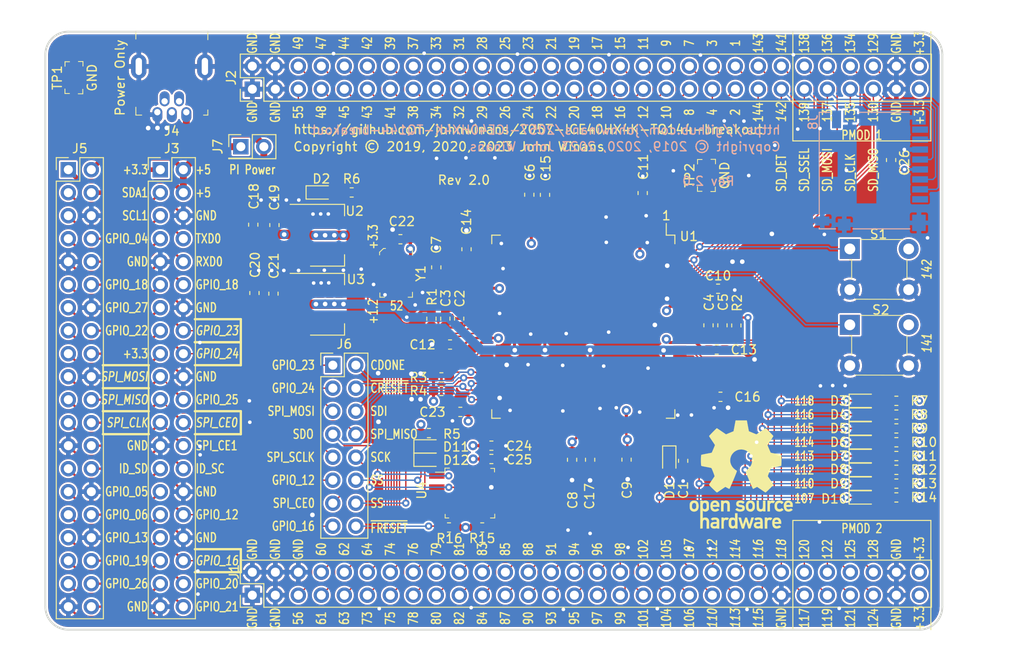
<source format=kicad_pcb>
(kicad_pcb (version 20171130) (host pcbnew 5.1.5+dfsg1-2build2)
  (layers (0 F.Cu signal) (1 In1.Cu power) (2 In2.Cu power) (31 B.Cu signal) (34 B.Paste user) (35 F.Paste user) (36 B.SilkS user) (37 F.SilkS user) (38 B.Mask user) (39 F.Mask user) (44 Edge.Cuts user))
  (net 0 "")
  (net 1 GND)
  (net 2 "Net-(U1-Pad133)")
  (net 3 "Net-(U1-Pad109)")
  (net 4 "Net-(U1-Pad77)")
  (net 5 "Net-(U1-Pad58)")
  (net 6 "Net-(U1-Pad51)")
  (net 7 "Net-(U1-Pad50)")
  (net 8 "Net-(U1-Pad36)")
  (net 9 "Net-(U1-Pad35)")
  (net 10 +3V3)
  (net 11 +1V2)
  (net 12 "Net-(C1-Pad1)")
  (net 13 "Net-(C2-Pad1)")
  (net 14 "Net-(C4-Pad1)")
  (net 15 /CDONE)
  (net 16 /~CRESET~)
  (net 17 /IOB_108_SS)
  (net 18 /IOT_222)
  (net 19 /IOT_221)
  (net 20 /IOT_220)
  (net 21 /IOT_219)
  (net 22 /IOT_217)
  (net 23 /IOT_216)
  (net 24 /IOT_215)
  (net 25 /IOT_214)
  (net 26 /IOT_213)
  (net 27 /IOT_212)
  (net 28 /IOT_206)
  (net 29 /IOT_198)
  (net 30 /IOT_197)
  (net 31 /IOT_192)
  (net 32 /IOT_191)
  (net 33 /IOT_190)
  (net 34 /IOT_181)
  (net 35 /IOT_179)
  (net 36 /IOT_178)
  (net 37 /IOT_177)
  (net 38 /IOT_174)
  (net 39 /IOT_173)
  (net 40 /IOT_172)
  (net 41 /IOT_171)
  (net 42 /IOT_170)
  (net 43 /IOT_169)
  (net 44 /IOT_168)
  (net 45 /IOR_167)
  (net 46 /IOR_166)
  (net 47 /IOR_165)
  (net 48 /IOR_164)
  (net 49 /IOR_161)
  (net 50 /IOR_160)
  (net 51 /IOR_152)
  (net 52 /IOR_148)
  (net 53 /IOR_147)
  (net 54 /IOR_146)
  (net 55 /IOR_144)
  (net 56 /IOR_141)
  (net 57 /IOR_140)
  (net 58 /IOR_139)
  (net 59 /IOR_138)
  (net 60 /IOR_137)
  (net 61 /IOR_136)
  (net 62 /IOR_128)
  (net 63 /IOR_120)
  (net 64 /IOR_119)
  (net 65 /IOR_118)
  (net 66 /IOR_117)
  (net 67 /IOR_116)
  (net 68 /IOR_115)
  (net 69 /IOR_114)
  (net 70 /IOR_112)
  (net 71 /IOR_111)
  (net 72 /IOR_110)
  (net 73 /IOR_109)
  (net 74 /IOB_107_SCK)
  (net 75 /IOB_106_SDI)
  (net 76 /IOB_105_SDO)
  (net 77 /IOB_104)
  (net 78 /IOB_103)
  (net 79 /IOB_102)
  (net 80 /IOB_96)
  (net 81 /IOB_95)
  (net 82 /IOB_94)
  (net 83 /IOB_91)
  (net 84 /IOB_82)
  (net 85 /IOB_81)
  (net 86 /IOB_80)
  (net 87 /IOB_79)
  (net 88 /IOB_73)
  (net 89 /IOB_72)
  (net 90 /IOB_71)
  (net 91 /IOB_64)
  (net 92 /IOB_63)
  (net 93 /IOB_61)
  (net 94 /IOB_57)
  (net 95 /IOB_56)
  (net 96 /IOL_25B)
  (net 97 /IOL_25A)
  (net 98 /IOL_24B)
  (net 99 /IOL_24A)
  (net 100 /IOL_23B)
  (net 101 /IOL_23A)
  (net 102 /IOL_18B)
  (net 103 /IOL_18A)
  (net 104 /IOL_17B)
  (net 105 /IOL_17A)
  (net 106 /IOL_14B)
  (net 107 /IOL_14A)
  (net 108 /IOL_13B)
  (net 109 /IOL_13A)
  (net 110 /IOL_12B)
  (net 111 /IOL_12A)
  (net 112 /IOL_10B)
  (net 113 /IOL_10A)
  (net 114 /IOL_8B)
  (net 115 /IOL_8A)
  (net 116 /IOL_5B)
  (net 117 /IOL_5A)
  (net 118 /IOL_4B)
  (net 119 /IOL_4A)
  (net 120 /IOL_3B)
  (net 121 /IOL_3A)
  (net 122 /IOL_2B)
  (net 123 /IOL_2A)
  (net 124 "Net-(Y1-Pad1)")
  (net 125 "Net-(J4-Pad2)")
  (net 126 "Net-(J4-Pad4)")
  (net 127 "Net-(J4-Pad3)")
  (net 128 +5V)
  (net 129 /GPIO21)
  (net 130 /GPIO20)
  (net 131 /GPIO26)
  (net 132 /GPIO16)
  (net 133 /GPIO19)
  (net 134 /GPIO13)
  (net 135 /GPIO12)
  (net 136 /GPIO6)
  (net 137 /GPIO5)
  (net 138 /ID_SC)
  (net 139 /ID_SD)
  (net 140 /SPI_CE1)
  (net 141 /GPIO25)
  (net 142 /GPIO24)
  (net 143 /PI_3.3)
  (net 144 /GPIO23)
  (net 145 /GPIO22)
  (net 146 /GPIO27)
  (net 147 /GPIO18)
  (net 148 /GPIO17)
  (net 149 /RXD0)
  (net 150 /TXD0)
  (net 151 /GPIO4)
  (net 152 /SCL1)
  (net 153 /SDA1)
  (net 154 /SPI_CE0)
  (net 155 /SPI_SCLK)
  (net 156 /SPI_MISO)
  (net 157 /SPI_MOSI)
  (net 158 /PI_5)
  (net 159 /PI_3.3b)
  (net 160 "Net-(C2-Pad2)")
  (net 161 "Net-(C4-Pad2)")
  (net 162 "Net-(D2-Pad2)")
  (net 163 "Net-(D3-Pad2)")
  (net 164 "Net-(D4-Pad2)")
  (net 165 "Net-(D5-Pad2)")
  (net 166 "Net-(D6-Pad2)")
  (net 167 "Net-(D7-Pad2)")
  (net 168 "Net-(D8-Pad2)")
  (net 169 "Net-(D9-Pad2)")
  (net 170 "Net-(D10-Pad2)")
  (net 171 "Net-(S1-Pad2)")
  (net 172 "Net-(S2-Pad2)")
  (net 173 /J6_CE0)
  (net 174 /~FRESET~)
  (net 175 /J6_GPIO12)
  (net 176 "Net-(J8-Pad8)")
  (net 177 "Net-(J8-Pad1)")
  (module digikey-footprints:PROBE_PAD_1206 (layer F.Cu) (at 106.045 53.975 90)
    (fp_text reference TP2 (at 0 -1.86 90) (layer F.SilkS))
    (fp_text value RCW-0C)
    (pad 1 smd rect (at 0 0 90) (size 3.4 1.8) (layers F.Cu F.Paste F.Mask) (net 1 GND))
  )
  (module digikey-footprints:PROBE_PAD_1206 (layer F.Cu) (at 36.195 43.18 90)
    (fp_text reference TP1 (at 0 -1.86 90) (layer F.SilkS))
    (fp_text value RCW-0C)
    (pad 1 smd rect (at 0 0 90) (size 3.4 1.8) (layers F.Cu F.Paste F.Mask) (net 1 GND))
  )
  (module jb-footprint:microSD_HC_Hirose_DM3D-SF-bigpad (layer B.Cu) (at 124.27 53.44 270)
    (fp_text reference J8 (at -5.334 6.477 90) (layer B.SilkS) (effects (justify mirror)))
    (fp_text value Micro_SD_Card_Det)
    (pad 8 smd rect (at -4.525 -5.35 270) (size 0.7 1.75) (layers B.Cu B.Paste B.Mask) (net 176 "Net-(J8-Pad8)"))
    (pad 11 smd rect (at -5.875 -5.225 270) (size 1.6 1.5) (layers B.Cu B.Paste B.Mask) (net 1 GND))
    (pad 11 smd rect (at -5.975 2.375 270) (size 1.3 1.5) (layers B.Cu B.Paste B.Mask) (net 1 GND))
    (pad 9 smd rect (at -5.65 3.875 270) (size 1.95 1) (layers B.Cu B.Paste B.Mask) (net 20 /IOT_220))
    (pad 11 smd rect (at 5.975 3.025 270) (size 1.3 1.4) (layers B.Cu B.Paste B.Mask) (net 1 GND))
    (pad 7 smd rect (at -3.425 -5.35 270) (size 0.7 1.75) (layers B.Cu B.Paste B.Mask) (net 22 /IOT_217))
    (pad 6 smd rect (at -2.325 -5.35 270) (size 0.7 1.75) (layers B.Cu B.Paste B.Mask) (net 1 GND))
    (pad 5 smd rect (at -1.225 -5.35 270) (size 0.7 1.75) (layers B.Cu B.Paste B.Mask) (net 24 /IOT_215))
    (pad 4 smd rect (at -0.125 -5.35 270) (size 0.7 1.75) (layers B.Cu B.Paste B.Mask) (net 10 +3V3))
    (pad 3 smd rect (at 0.975 -5.35 270) (size 0.7 1.75) (layers B.Cu B.Paste B.Mask) (net 26 /IOT_213))
    (pad 2 smd rect (at 2.075 -5.35 270) (size 0.7 1.75) (layers B.Cu B.Paste B.Mask) (net 28 /IOT_206))
    (pad 1 smd rect (at 3.175 -5.35 270) (size 0.7 1.75) (layers B.Cu B.Paste B.Mask) (net 177 "Net-(J8-Pad1)"))
    (pad 11 smd rect (at 5.775 -5.225 270) (size 1.8 1.5) (layers B.Cu B.Paste B.Mask) (net 1 GND))
    (pad 10 smd rect (at 5.575 5.45 270) (size 1 1.55) (layers B.Cu B.Paste B.Mask) (net 1 GND))
  )
  (module Capacitor_SMD:C_0603_1608Metric_Pad1.05x0.95mm_HandSolder (layer F.Cu) (at 126.42 52.275 90)
    (fp_text reference C26 (at -0.285 1.48 90) (layer F.SilkS))
    (fp_text value .1uF)
    (pad 2 smd roundrect (at 0.875 0 90) (size 1.05 0.95) (layers F.Cu F.Paste F.Mask) (net 1 GND))
    (pad 1 smd roundrect (at -0.875 0 90) (size 1.05 0.95) (layers F.Cu F.Paste F.Mask) (net 10 +3V3))
  )
  (module Connector_PinHeader_2.54mm:PinHeader_2x08_P2.54mm_Vertical (layer F.Cu) (at 64.77 74.93)
    (fp_text reference J6 (at 1.27 -2.33) (layer F.SilkS))
    (fp_text value Conn_02x08_Odd_Even)
    (pad 16 thru_hole oval (at 2.54 17.78) (size 1.7 1.7) (drill 1) (layers *.Cu *.Mask) (net 174 /~FRESET~))
    (pad 15 thru_hole oval (at 0 17.78) (size 1.7 1.7) (drill 1) (layers *.Cu *.Mask) (net 132 /GPIO16))
    (pad 14 thru_hole oval (at 2.54 15.24) (size 1.7 1.7) (drill 1) (layers *.Cu *.Mask) (net 173 /J6_CE0))
    (pad 13 thru_hole oval (at 0 15.24) (size 1.7 1.7) (drill 1) (layers *.Cu *.Mask) (net 154 /SPI_CE0))
    (pad 12 thru_hole oval (at 2.54 12.7) (size 1.7 1.7) (drill 1) (layers *.Cu *.Mask) (net 175 /J6_GPIO12))
    (pad 11 thru_hole oval (at 0 12.7) (size 1.7 1.7) (drill 1) (layers *.Cu *.Mask) (net 135 /GPIO12))
    (pad 10 thru_hole oval (at 2.54 10.16) (size 1.7 1.7) (drill 1) (layers *.Cu *.Mask) (net 74 /IOB_107_SCK))
    (pad 9 thru_hole oval (at 0 10.16) (size 1.7 1.7) (drill 1) (layers *.Cu *.Mask) (net 155 /SPI_SCLK))
    (pad 8 thru_hole oval (at 2.54 7.62) (size 1.7 1.7) (drill 1) (layers *.Cu *.Mask) (net 156 /SPI_MISO))
    (pad 7 thru_hole oval (at 0 7.62) (size 1.7 1.7) (drill 1) (layers *.Cu *.Mask) (net 76 /IOB_105_SDO))
    (pad 6 thru_hole oval (at 2.54 5.08) (size 1.7 1.7) (drill 1) (layers *.Cu *.Mask) (net 75 /IOB_106_SDI))
    (pad 5 thru_hole oval (at 0 5.08) (size 1.7 1.7) (drill 1) (layers *.Cu *.Mask) (net 157 /SPI_MOSI))
    (pad 4 thru_hole oval (at 2.54 2.54) (size 1.7 1.7) (drill 1) (layers *.Cu *.Mask) (net 16 /~CRESET~))
    (pad 3 thru_hole oval (at 0 2.54) (size 1.7 1.7) (drill 1) (layers *.Cu *.Mask) (net 142 /GPIO24))
    (pad 2 thru_hole oval (at 2.54 0) (size 1.7 1.7) (drill 1) (layers *.Cu *.Mask) (net 15 /CDONE))
    (pad 1 thru_hole rect (at 0 0) (size 1.7 1.7) (drill 1) (layers *.Cu *.Mask) (net 144 /GPIO23))
  )
  (module Resistor_SMD:R_0603_1608Metric_Pad1.05x0.95mm_HandSolder (layer F.Cu) (at 77.597 92.85)
    (fp_text reference R16 (at 0.053 1.22) (layer F.SilkS))
    (fp_text value 10K)
    (pad 2 smd roundrect (at 0.875 0) (size 1.05 0.95) (layers F.Cu F.Paste F.Mask) (net 10 +3V3))
    (pad 1 smd roundrect (at -0.875 0) (size 1.05 0.95) (layers F.Cu F.Paste F.Mask) (net 174 /~FRESET~))
  )
  (module Diode_SMD:D_0603_1608Metric_Pad1.05x0.95mm_HandSolder (layer F.Cu) (at 75.38 85.37)
    (fp_text reference D12 (at 2.998 0.05) (layer F.SilkS))
    (fp_text value 1N4448WSF-7)
    (pad 2 smd roundrect (at 0.875 0) (size 1.05 0.95) (layers F.Cu F.Paste F.Mask) (net 17 /IOB_108_SS))
    (pad 1 smd roundrect (at -0.875 0) (size 1.05 0.95) (layers F.Cu F.Paste F.Mask) (net 175 /J6_GPIO12))
  )
  (module Diode_SMD:D_0603_1608Metric_Pad1.05x0.95mm_HandSolder (layer F.Cu) (at 75.382 83.902)
    (fp_text reference D11 (at 2.998 0.05) (layer F.SilkS))
    (fp_text value 1N4448WSF-7)
    (pad 2 smd roundrect (at 0.875 0) (size 1.05 0.95) (layers F.Cu F.Paste F.Mask) (net 17 /IOB_108_SS))
    (pad 1 smd roundrect (at -0.875 0) (size 1.05 0.95) (layers F.Cu F.Paste F.Mask) (net 173 /J6_CE0))
  )
  (module digikey-footprints:SOIC-8_W5.6mm (layer F.Cu) (at 79.9 89.05 270)
    (fp_text reference U4 (at -0.3 5.32 90) (layer F.SilkS))
    (fp_text value AT45DB161D-SU)
    (pad 8 smd rect (at -1.905 -3.65 270) (size 0.65 1.7) (layers F.Cu F.Paste F.Mask) (net 75 /IOB_106_SDI))
    (pad 7 smd rect (at -0.635 -3.65 270) (size 0.65 1.7) (layers F.Cu F.Paste F.Mask) (net 1 GND))
    (pad 6 smd rect (at 0.635 -3.65 270) (size 0.65 1.7) (layers F.Cu F.Paste F.Mask) (net 10 +3V3))
    (pad 5 smd rect (at 1.905 -3.65 270) (size 0.65 1.7) (layers F.Cu F.Paste F.Mask) (net 10 +3V3))
    (pad 4 smd rect (at 1.905 3.65 270) (size 0.65 1.7) (layers F.Cu F.Paste F.Mask) (net 17 /IOB_108_SS))
    (pad 3 smd rect (at 0.635 3.65 270) (size 0.65 1.7) (layers F.Cu F.Paste F.Mask) (net 174 /~FRESET~))
    (pad 2 smd rect (at -0.635 3.65 270) (size 0.65 1.7) (layers F.Cu F.Paste F.Mask) (net 74 /IOB_107_SCK))
    (pad 1 smd rect (at -1.905 3.65 270) (size 0.65 1.7) (layers F.Cu F.Paste F.Mask) (net 76 /IOB_105_SDO))
  )
  (module Resistor_SMD:R_0603_1608Metric_Pad1.05x0.95mm_HandSolder (layer F.Cu) (at 81.266 92.85 180)
    (fp_text reference R15 (at 0.006 -1.21) (layer F.SilkS))
    (fp_text value 10K)
    (pad 2 smd roundrect (at 0.875 0 180) (size 1.05 0.95) (layers F.Cu F.Paste F.Mask) (net 10 +3V3))
    (pad 1 smd roundrect (at -0.875 0 180) (size 1.05 0.95) (layers F.Cu F.Paste F.Mask) (net 74 /IOB_107_SCK))
  )
  (module Capacitor_SMD:C_0603_1608Metric_Pad1.05x0.95mm_HandSolder (layer F.Cu) (at 82.28 85.29)
    (fp_text reference C25 (at 3.07 0.08) (layer F.SilkS))
    (fp_text value 4.7uF)
    (pad 2 smd roundrect (at 0.875 0) (size 1.05 0.95) (layers F.Cu F.Paste F.Mask) (net 1 GND))
    (pad 1 smd roundrect (at -0.875 0) (size 1.05 0.95) (layers F.Cu F.Paste F.Mask) (net 10 +3V3))
  )
  (module Capacitor_SMD:C_0603_1608Metric_Pad1.05x0.95mm_HandSolder (layer F.Cu) (at 82.28 83.82)
    (fp_text reference C24 (at 3.06 0.04) (layer F.SilkS))
    (fp_text value .1uF)
    (pad 2 smd roundrect (at 0.875 0) (size 1.05 0.95) (layers F.Cu F.Paste F.Mask) (net 1 GND))
    (pad 1 smd roundrect (at -0.875 0) (size 1.05 0.95) (layers F.Cu F.Paste F.Mask) (net 10 +3V3))
  )
  (module digikey-footprints:Switch_Tactile_THT_6x6mm (layer F.Cu) (at 121.861 70.474)
    (fp_text reference S2 (at 3.429 -1.651) (layer F.SilkS))
    (fp_text value 1825910-6)
    (pad 3 thru_hole circle (at 0 4.5) (size 2.2 2.2) (drill 1.2) (layers *.Cu *.Mask) (net 1 GND))
    (pad 4 thru_hole circle (at 6.5 4.5) (size 2.2 2.2) (drill 1.2) (layers *.Cu *.Mask) (net 1 GND))
    (pad 2 thru_hole circle (at 6.5 0) (size 2.2 2.2) (drill 1.2) (layers *.Cu *.Mask) (net 172 "Net-(S2-Pad2)"))
    (pad 1 thru_hole rect (at 0 0) (size 2.2 2.2) (drill 1.2) (layers *.Cu *.Mask) (net 21 /IOT_219))
  )
  (module digikey-footprints:Switch_Tactile_THT_6x6mm (layer F.Cu) (at 121.861 62.092)
    (fp_text reference S1 (at 3.175 -1.651) (layer F.SilkS))
    (fp_text value 1825910-6)
    (pad 3 thru_hole circle (at 0 4.5) (size 2.2 2.2) (drill 1.2) (layers *.Cu *.Mask) (net 1 GND))
    (pad 4 thru_hole circle (at 6.5 4.5) (size 2.2 2.2) (drill 1.2) (layers *.Cu *.Mask) (net 1 GND))
    (pad 2 thru_hole circle (at 6.5 0) (size 2.2 2.2) (drill 1.2) (layers *.Cu *.Mask) (net 171 "Net-(S1-Pad2)"))
    (pad 1 thru_hole rect (at 0 0) (size 2.2 2.2) (drill 1.2) (layers *.Cu *.Mask) (net 20 /IOT_220))
  )
  (module Resistor_SMD:R_0603_1608Metric_Pad1.05x0.95mm_HandSolder (layer F.Cu) (at 127 89.535 180)
    (fp_text reference R14 (at -3.034 0) (layer F.SilkS))
    (fp_text value 330)
    (pad 2 smd roundrect (at 0.875 0 180) (size 1.05 0.95) (layers F.Cu F.Paste F.Mask) (net 170 "Net-(D10-Pad2)"))
    (pad 1 smd roundrect (at -0.875 0 180) (size 1.05 0.95) (layers F.Cu F.Paste F.Mask) (net 10 +3V3))
  )
  (module Resistor_SMD:R_0603_1608Metric_Pad1.05x0.95mm_HandSolder (layer F.Cu) (at 127 88.011 180)
    (fp_text reference R13 (at -3.048 0) (layer F.SilkS))
    (fp_text value 330)
    (pad 2 smd roundrect (at 0.875 0 180) (size 1.05 0.95) (layers F.Cu F.Paste F.Mask) (net 169 "Net-(D9-Pad2)"))
    (pad 1 smd roundrect (at -0.875 0 180) (size 1.05 0.95) (layers F.Cu F.Paste F.Mask) (net 10 +3V3))
  )
  (module Resistor_SMD:R_0603_1608Metric_Pad1.05x0.95mm_HandSolder (layer F.Cu) (at 127 86.487 180)
    (fp_text reference R12 (at -3.048 0) (layer F.SilkS))
    (fp_text value 330)
    (pad 2 smd roundrect (at 0.875 0 180) (size 1.05 0.95) (layers F.Cu F.Paste F.Mask) (net 168 "Net-(D8-Pad2)"))
    (pad 1 smd roundrect (at -0.875 0 180) (size 1.05 0.95) (layers F.Cu F.Paste F.Mask) (net 10 +3V3))
  )
  (module Resistor_SMD:R_0603_1608Metric_Pad1.05x0.95mm_HandSolder (layer F.Cu) (at 127 84.963 180)
    (fp_text reference R11 (at -3.048 0) (layer F.SilkS))
    (fp_text value 330)
    (pad 2 smd roundrect (at 0.875 0 180) (size 1.05 0.95) (layers F.Cu F.Paste F.Mask) (net 167 "Net-(D7-Pad2)"))
    (pad 1 smd roundrect (at -0.875 0 180) (size 1.05 0.95) (layers F.Cu F.Paste F.Mask) (net 10 +3V3))
  )
  (module LED_SMD:LED_0603_1608Metric_Pad1.05x0.95mm_HandSolder (layer F.Cu) (at 123.444 89.535)
    (fp_text reference D10 (at -3.302 0.154) (layer F.SilkS))
    (fp_text value LED_ALT)
    (pad 2 smd roundrect (at 0.875 0) (size 1.05 0.95) (layers F.Cu F.Paste F.Mask) (net 170 "Net-(D10-Pad2)"))
    (pad 1 smd roundrect (at -0.875 0) (size 1.05 0.95) (layers F.Cu F.Paste F.Mask) (net 45 /IOR_167))
  )
  (module LED_SMD:LED_0603_1608Metric_Pad1.05x0.95mm_HandSolder (layer F.Cu) (at 123.444 88.011)
    (fp_text reference D9 (at -2.794 0) (layer F.SilkS))
    (fp_text value LED_ALT)
    (pad 2 smd roundrect (at 0.875 0) (size 1.05 0.95) (layers F.Cu F.Paste F.Mask) (net 169 "Net-(D9-Pad2)"))
    (pad 1 smd roundrect (at -0.875 0) (size 1.05 0.95) (layers F.Cu F.Paste F.Mask) (net 44 /IOT_168))
  )
  (module LED_SMD:LED_0603_1608Metric_Pad1.05x0.95mm_HandSolder (layer F.Cu) (at 123.444 86.487)
    (fp_text reference D8 (at -2.794 -0.05) (layer F.SilkS))
    (fp_text value LED_ALT)
    (pad 2 smd roundrect (at 0.875 0) (size 1.05 0.95) (layers F.Cu F.Paste F.Mask) (net 168 "Net-(D8-Pad2)"))
    (pad 1 smd roundrect (at -0.875 0) (size 1.05 0.95) (layers F.Cu F.Paste F.Mask) (net 43 /IOT_169))
  )
  (module LED_SMD:LED_0603_1608Metric_Pad1.05x0.95mm_HandSolder (layer F.Cu) (at 123.444 84.963)
    (fp_text reference D7 (at -2.794 0) (layer F.SilkS))
    (fp_text value LED_ALT)
    (pad 2 smd roundrect (at 0.875 0) (size 1.05 0.95) (layers F.Cu F.Paste F.Mask) (net 167 "Net-(D7-Pad2)"))
    (pad 1 smd roundrect (at -0.875 0) (size 1.05 0.95) (layers F.Cu F.Paste F.Mask) (net 42 /IOT_170))
  )
  (module Resistor_SMD:R_0603_1608Metric_Pad1.05x0.95mm_HandSolder (layer F.Cu) (at 127 83.439 180)
    (fp_text reference R10 (at -3.048 0) (layer F.SilkS))
    (fp_text value 330)
    (pad 2 smd roundrect (at 0.875 0 180) (size 1.05 0.95) (layers F.Cu F.Paste F.Mask) (net 166 "Net-(D6-Pad2)"))
    (pad 1 smd roundrect (at -0.875 0 180) (size 1.05 0.95) (layers F.Cu F.Paste F.Mask) (net 10 +3V3))
  )
  (module Resistor_SMD:R_0603_1608Metric_Pad1.05x0.95mm_HandSolder (layer F.Cu) (at 127 81.915 180)
    (fp_text reference R9 (at -2.54 0) (layer F.SilkS))
    (fp_text value 330)
    (pad 2 smd roundrect (at 0.875 0 180) (size 1.05 0.95) (layers F.Cu F.Paste F.Mask) (net 165 "Net-(D5-Pad2)"))
    (pad 1 smd roundrect (at -0.875 0 180) (size 1.05 0.95) (layers F.Cu F.Paste F.Mask) (net 10 +3V3))
  )
  (module Resistor_SMD:R_0603_1608Metric_Pad1.05x0.95mm_HandSolder (layer F.Cu) (at 127 80.391 180)
    (fp_text reference R8 (at -2.54 0) (layer F.SilkS))
    (fp_text value 330)
    (pad 2 smd roundrect (at 0.875 0 180) (size 1.05 0.95) (layers F.Cu F.Paste F.Mask) (net 164 "Net-(D4-Pad2)"))
    (pad 1 smd roundrect (at -0.875 0 180) (size 1.05 0.95) (layers F.Cu F.Paste F.Mask) (net 10 +3V3))
  )
  (module Resistor_SMD:R_0603_1608Metric_Pad1.05x0.95mm_HandSolder (layer F.Cu) (at 127 78.867 180)
    (fp_text reference R7 (at -2.54 0) (layer F.SilkS))
    (fp_text value 330)
    (pad 2 smd roundrect (at 0.875 0 180) (size 1.05 0.95) (layers F.Cu F.Paste F.Mask) (net 163 "Net-(D3-Pad2)"))
    (pad 1 smd roundrect (at -0.875 0 180) (size 1.05 0.95) (layers F.Cu F.Paste F.Mask) (net 10 +3V3))
  )
  (module LED_SMD:LED_0603_1608Metric_Pad1.05x0.95mm_HandSolder (layer F.Cu) (at 123.444 83.439)
    (fp_text reference D6 (at -2.794 0) (layer F.SilkS))
    (fp_text value LED_ALT)
    (pad 2 smd roundrect (at 0.875 0) (size 1.05 0.95) (layers F.Cu F.Paste F.Mask) (net 166 "Net-(D6-Pad2)"))
    (pad 1 smd roundrect (at -0.875 0) (size 1.05 0.95) (layers F.Cu F.Paste F.Mask) (net 41 /IOT_171))
  )
  (module LED_SMD:LED_0603_1608Metric_Pad1.05x0.95mm_HandSolder (layer F.Cu) (at 123.444 81.915)
    (fp_text reference D5 (at -2.794 0) (layer F.SilkS))
    (fp_text value LED_ALT)
    (pad 2 smd roundrect (at 0.875 0) (size 1.05 0.95) (layers F.Cu F.Paste F.Mask) (net 165 "Net-(D5-Pad2)"))
    (pad 1 smd roundrect (at -0.875 0) (size 1.05 0.95) (layers F.Cu F.Paste F.Mask) (net 40 /IOT_172))
  )
  (module LED_SMD:LED_0603_1608Metric_Pad1.05x0.95mm_HandSolder (layer F.Cu) (at 123.444 80.391)
    (fp_text reference D4 (at -2.794 0) (layer F.SilkS))
    (fp_text value LED_ALT)
    (pad 2 smd roundrect (at 0.875 0) (size 1.05 0.95) (layers F.Cu F.Paste F.Mask) (net 164 "Net-(D4-Pad2)"))
    (pad 1 smd roundrect (at -0.875 0) (size 1.05 0.95) (layers F.Cu F.Paste F.Mask) (net 39 /IOT_173))
  )
  (module LED_SMD:LED_0603_1608Metric_Pad1.05x0.95mm_HandSolder (layer F.Cu) (at 123.444 78.867)
    (fp_text reference D3 (at -2.794 0) (layer F.SilkS))
    (fp_text value LED_ALT)
    (pad 2 smd roundrect (at 0.875 0) (size 1.05 0.95) (layers F.Cu F.Paste F.Mask) (net 163 "Net-(D3-Pad2)"))
    (pad 1 smd roundrect (at -0.875 0) (size 1.05 0.95) (layers F.Cu F.Paste F.Mask) (net 37 /IOT_177))
  )
  (module Resistor_SMD:R_0603_1608Metric_Pad1.05x0.95mm_HandSolder (layer F.Cu) (at 66.8528 55.8546 180)
    (fp_text reference R6 (at 0 1.4986) (layer F.SilkS))
    (fp_text value 330)
    (pad 1 smd roundrect (at -0.875 0 180) (size 1.05 0.95) (layers F.Cu F.Paste F.Mask) (net 10 +3V3))
    (pad 2 smd roundrect (at 0.875 0 180) (size 1.05 0.95) (layers F.Cu F.Paste F.Mask) (net 162 "Net-(D2-Pad2)"))
  )
  (module LED_SMD:LED_0603_1608Metric_Pad1.05x0.95mm_HandSolder (layer F.Cu) (at 63.4746 55.8546)
    (fp_text reference D2 (at 0.0254 -1.4986) (layer F.SilkS))
    (fp_text value LED_ALT)
    (pad 1 smd roundrect (at -0.875 0) (size 1.05 0.95) (layers F.Cu F.Paste F.Mask) (net 1 GND))
    (pad 2 smd roundrect (at 0.875 0) (size 1.05 0.95) (layers F.Cu F.Paste F.Mask) (net 162 "Net-(D2-Pad2)"))
  )
  (module jb-footprint:Oscillator_XLH536025.000000I (layer F.Cu) (at 70.6374 63.4746 270)
    (fp_text reference Y1 (at 1.325 -3.85 90) (layer F.SilkS))
    (fp_text value XLH536025_000000I)
    (pad 3 smd rect (at 2.54 -2.35 270) (size 1.29 1.44) (layers F.Cu F.Paste F.Mask) (net 84 /IOB_82))
    (pad 2 smd rect (at 2.54 0.1 270) (size 1.29 1.44) (layers F.Cu F.Paste F.Mask) (net 1 GND))
    (pad 4 smd rect (at 0 -2.35 270) (size 1.29 1.44) (layers F.Cu F.Paste F.Mask) (net 10 +3V3))
    (pad 1 smd rect (at 0 0.1 270) (size 1.29 1.44) (layers F.Cu F.Paste F.Mask) (net 124 "Net-(Y1-Pad1)"))
  )
  (module Symbol:OSHW-Logo_11.4x12mm_SilkScreen (layer F.Cu) (at 109.855 86.995)
    (fp_text reference LOGO1 hide)
    (fp_text value Logo_Open_Hardware_Small hide)
  )
  (module Connector_PinHeader_2.54mm:PinHeader_2x30_P2.54mm_Vertical (layer F.Cu) (at 55.88 44.45 90)
    (fp_text reference J2 (at 1.27 -2.33 90) (layer F.SilkS))
    (fp_text value Conn_02x30_Odd_Even)
    (pad 60 thru_hole oval (at 2.54 73.66 90) (size 1.7 1.7) (drill 1) (layers *.Cu *.Mask) (net 10 +3V3))
    (pad 59 thru_hole oval (at 0 73.66 90) (size 1.7 1.7) (drill 1) (layers *.Cu *.Mask) (net 10 +3V3))
    (pad 58 thru_hole oval (at 2.54 71.12 90) (size 1.7 1.7) (drill 1) (layers *.Cu *.Mask) (net 1 GND))
    (pad 57 thru_hole oval (at 0 71.12 90) (size 1.7 1.7) (drill 1) (layers *.Cu *.Mask) (net 1 GND))
    (pad 56 thru_hole oval (at 2.54 68.58 90) (size 1.7 1.7) (drill 1) (layers *.Cu *.Mask) (net 29 /IOT_198))
    (pad 55 thru_hole oval (at 0 68.58 90) (size 1.7 1.7) (drill 1) (layers *.Cu *.Mask) (net 28 /IOT_206))
    (pad 54 thru_hole oval (at 2.54 66.04 90) (size 1.7 1.7) (drill 1) (layers *.Cu *.Mask) (net 27 /IOT_212))
    (pad 53 thru_hole oval (at 0 66.04 90) (size 1.7 1.7) (drill 1) (layers *.Cu *.Mask) (net 26 /IOT_213))
    (pad 52 thru_hole oval (at 2.54 63.5 90) (size 1.7 1.7) (drill 1) (layers *.Cu *.Mask) (net 25 /IOT_214))
    (pad 51 thru_hole oval (at 0 63.5 90) (size 1.7 1.7) (drill 1) (layers *.Cu *.Mask) (net 24 /IOT_215))
    (pad 50 thru_hole oval (at 2.54 60.96 90) (size 1.7 1.7) (drill 1) (layers *.Cu *.Mask) (net 23 /IOT_216))
    (pad 49 thru_hole oval (at 0 60.96 90) (size 1.7 1.7) (drill 1) (layers *.Cu *.Mask) (net 22 /IOT_217))
    (pad 48 thru_hole oval (at 2.54 58.42 90) (size 1.7 1.7) (drill 1) (layers *.Cu *.Mask) (net 21 /IOT_219))
    (pad 47 thru_hole oval (at 0 58.42 90) (size 1.7 1.7) (drill 1) (layers *.Cu *.Mask) (net 20 /IOT_220))
    (pad 46 thru_hole oval (at 2.54 55.88 90) (size 1.7 1.7) (drill 1) (layers *.Cu *.Mask) (net 19 /IOT_221))
    (pad 45 thru_hole oval (at 0 55.88 90) (size 1.7 1.7) (drill 1) (layers *.Cu *.Mask) (net 18 /IOT_222))
    (pad 44 thru_hole oval (at 2.54 53.34 90) (size 1.7 1.7) (drill 1) (layers *.Cu *.Mask) (net 123 /IOL_2A))
    (pad 43 thru_hole oval (at 0 53.34 90) (size 1.7 1.7) (drill 1) (layers *.Cu *.Mask) (net 122 /IOL_2B))
    (pad 42 thru_hole oval (at 2.54 50.8 90) (size 1.7 1.7) (drill 1) (layers *.Cu *.Mask) (net 121 /IOL_3A))
    (pad 41 thru_hole oval (at 0 50.8 90) (size 1.7 1.7) (drill 1) (layers *.Cu *.Mask) (net 120 /IOL_3B))
    (pad 40 thru_hole oval (at 2.54 48.26 90) (size 1.7 1.7) (drill 1) (layers *.Cu *.Mask) (net 119 /IOL_4A))
    (pad 39 thru_hole oval (at 0 48.26 90) (size 1.7 1.7) (drill 1) (layers *.Cu *.Mask) (net 118 /IOL_4B))
    (pad 38 thru_hole oval (at 2.54 45.72 90) (size 1.7 1.7) (drill 1) (layers *.Cu *.Mask) (net 117 /IOL_5A))
    (pad 37 thru_hole oval (at 0 45.72 90) (size 1.7 1.7) (drill 1) (layers *.Cu *.Mask) (net 116 /IOL_5B))
    (pad 36 thru_hole oval (at 2.54 43.18 90) (size 1.7 1.7) (drill 1) (layers *.Cu *.Mask) (net 115 /IOL_8A))
    (pad 35 thru_hole oval (at 0 43.18 90) (size 1.7 1.7) (drill 1) (layers *.Cu *.Mask) (net 114 /IOL_8B))
    (pad 34 thru_hole oval (at 2.54 40.64 90) (size 1.7 1.7) (drill 1) (layers *.Cu *.Mask) (net 113 /IOL_10A))
    (pad 33 thru_hole oval (at 0 40.64 90) (size 1.7 1.7) (drill 1) (layers *.Cu *.Mask) (net 112 /IOL_10B))
    (pad 32 thru_hole oval (at 2.54 38.1 90) (size 1.7 1.7) (drill 1) (layers *.Cu *.Mask) (net 111 /IOL_12A))
    (pad 31 thru_hole oval (at 0 38.1 90) (size 1.7 1.7) (drill 1) (layers *.Cu *.Mask) (net 110 /IOL_12B))
    (pad 30 thru_hole oval (at 2.54 35.56 90) (size 1.7 1.7) (drill 1) (layers *.Cu *.Mask) (net 109 /IOL_13A))
    (pad 29 thru_hole oval (at 0 35.56 90) (size 1.7 1.7) (drill 1) (layers *.Cu *.Mask) (net 108 /IOL_13B))
    (pad 28 thru_hole oval (at 2.54 33.02 90) (size 1.7 1.7) (drill 1) (layers *.Cu *.Mask) (net 107 /IOL_14A))
    (pad 27 thru_hole oval (at 0 33.02 90) (size 1.7 1.7) (drill 1) (layers *.Cu *.Mask) (net 106 /IOL_14B))
    (pad 26 thru_hole oval (at 2.54 30.48 90) (size 1.7 1.7) (drill 1) (layers *.Cu *.Mask) (net 105 /IOL_17A))
    (pad 25 thru_hole oval (at 0 30.48 90) (size 1.7 1.7) (drill 1) (layers *.Cu *.Mask) (net 104 /IOL_17B))
    (pad 24 thru_hole oval (at 2.54 27.94 90) (size 1.7 1.7) (drill 1) (layers *.Cu *.Mask) (net 103 /IOL_18A))
    (pad 23 thru_hole oval (at 0 27.94 90) (size 1.7 1.7) (drill 1) (layers *.Cu *.Mask) (net 102 /IOL_18B))
    (pad 22 thru_hole oval (at 2.54 25.4 90) (size 1.7 1.7) (drill 1) (layers *.Cu *.Mask) (net 101 /IOL_23A))
    (pad 21 thru_hole oval (at 0 25.4 90) (size 1.7 1.7) (drill 1) (layers *.Cu *.Mask) (net 100 /IOL_23B))
    (pad 20 thru_hole oval (at 2.54 22.86 90) (size 1.7 1.7) (drill 1) (layers *.Cu *.Mask) (net 99 /IOL_24A))
    (pad 19 thru_hole oval (at 0 22.86 90) (size 1.7 1.7) (drill 1) (layers *.Cu *.Mask) (net 98 /IOL_24B))
    (pad 18 thru_hole oval (at 2.54 20.32 90) (size 1.7 1.7) (drill 1) (layers *.Cu *.Mask) (net 97 /IOL_25A))
    (pad 17 thru_hole oval (at 0 20.32 90) (size 1.7 1.7) (drill 1) (layers *.Cu *.Mask) (net 96 /IOL_25B))
    (pad 16 thru_hole oval (at 2.54 17.78 90) (size 1.7 1.7) (drill 1) (layers *.Cu *.Mask) (net 95 /IOB_56))
    (pad 15 thru_hole oval (at 0 17.78 90) (size 1.7 1.7) (drill 1) (layers *.Cu *.Mask) (net 94 /IOB_57))
    (pad 14 thru_hole oval (at 2.54 15.24 90) (size 1.7 1.7) (drill 1) (layers *.Cu *.Mask) (net 93 /IOB_61))
    (pad 13 thru_hole oval (at 0 15.24 90) (size 1.7 1.7) (drill 1) (layers *.Cu *.Mask) (net 92 /IOB_63))
    (pad 12 thru_hole oval (at 2.54 12.7 90) (size 1.7 1.7) (drill 1) (layers *.Cu *.Mask) (net 91 /IOB_64))
    (pad 11 thru_hole oval (at 0 12.7 90) (size 1.7 1.7) (drill 1) (layers *.Cu *.Mask) (net 90 /IOB_71))
    (pad 10 thru_hole oval (at 2.54 10.16 90) (size 1.7 1.7) (drill 1) (layers *.Cu *.Mask) (net 89 /IOB_72))
    (pad 9 thru_hole oval (at 0 10.16 90) (size 1.7 1.7) (drill 1) (layers *.Cu *.Mask) (net 88 /IOB_73))
    (pad 8 thru_hole oval (at 2.54 7.62 90) (size 1.7 1.7) (drill 1) (layers *.Cu *.Mask) (net 87 /IOB_79))
    (pad 7 thru_hole oval (at 0 7.62 90) (size 1.7 1.7) (drill 1) (layers *.Cu *.Mask) (net 86 /IOB_80))
    (pad 6 thru_hole oval (at 2.54 5.08 90) (size 1.7 1.7) (drill 1) (layers *.Cu *.Mask) (net 85 /IOB_81))
    (pad 5 thru_hole oval (at 0 5.08 90) (size 1.7 1.7) (drill 1) (layers *.Cu *.Mask) (net 83 /IOB_91))
    (pad 4 thru_hole oval (at 2.54 2.54 90) (size 1.7 1.7) (drill 1) (layers *.Cu *.Mask) (net 1 GND))
    (pad 3 thru_hole oval (at 0 2.54 90) (size 1.7 1.7) (drill 1) (layers *.Cu *.Mask) (net 1 GND))
    (pad 2 thru_hole oval (at 2.54 0 90) (size 1.7 1.7) (drill 1) (layers *.Cu *.Mask) (net 1 GND))
    (pad 1 thru_hole rect (at 0 0 90) (size 1.7 1.7) (drill 1) (layers *.Cu *.Mask) (net 1 GND))
  )
  (module Connector_PinHeader_2.54mm:PinHeader_2x01_P2.54mm_Vertical (layer F.Cu) (at 54.61 50.8)
    (fp_text reference J7 (at -2.54 0 90) (layer F.SilkS))
    (fp_text value Conn_02x01)
    (pad 2 thru_hole oval (at 2.54 0) (size 1.7 1.7) (drill 1) (layers *.Cu *.Mask) (net 128 +5V))
    (pad 1 thru_hole rect (at 0 0) (size 1.7 1.7) (drill 1) (layers *.Cu *.Mask) (net 158 /PI_5))
  )
  (module Connector_PinHeader_2.54mm:PinHeader_2x20_P2.54mm_Vertical (layer F.Cu) (at 35.56 53.34)
    (fp_text reference J5 (at 1.27 -2.33) (layer F.SilkS))
    (fp_text value RaspberryPI-B+header)
    (pad 40 thru_hole oval (at 2.54 48.26) (size 1.7 1.7) (drill 1) (layers *.Cu *.Mask) (net 129 /GPIO21))
    (pad 39 thru_hole oval (at 0 48.26) (size 1.7 1.7) (drill 1) (layers *.Cu *.Mask) (net 1 GND))
    (pad 38 thru_hole oval (at 2.54 45.72) (size 1.7 1.7) (drill 1) (layers *.Cu *.Mask) (net 130 /GPIO20))
    (pad 37 thru_hole oval (at 0 45.72) (size 1.7 1.7) (drill 1) (layers *.Cu *.Mask) (net 131 /GPIO26))
    (pad 36 thru_hole oval (at 2.54 43.18) (size 1.7 1.7) (drill 1) (layers *.Cu *.Mask) (net 132 /GPIO16))
    (pad 35 thru_hole oval (at 0 43.18) (size 1.7 1.7) (drill 1) (layers *.Cu *.Mask) (net 133 /GPIO19))
    (pad 34 thru_hole oval (at 2.54 40.64) (size 1.7 1.7) (drill 1) (layers *.Cu *.Mask) (net 1 GND))
    (pad 33 thru_hole oval (at 0 40.64) (size 1.7 1.7) (drill 1) (layers *.Cu *.Mask) (net 134 /GPIO13))
    (pad 32 thru_hole oval (at 2.54 38.1) (size 1.7 1.7) (drill 1) (layers *.Cu *.Mask) (net 135 /GPIO12))
    (pad 31 thru_hole oval (at 0 38.1) (size 1.7 1.7) (drill 1) (layers *.Cu *.Mask) (net 136 /GPIO6))
    (pad 30 thru_hole oval (at 2.54 35.56) (size 1.7 1.7) (drill 1) (layers *.Cu *.Mask) (net 1 GND))
    (pad 29 thru_hole oval (at 0 35.56) (size 1.7 1.7) (drill 1) (layers *.Cu *.Mask) (net 137 /GPIO5))
    (pad 28 thru_hole oval (at 2.54 33.02) (size 1.7 1.7) (drill 1) (layers *.Cu *.Mask) (net 138 /ID_SC))
    (pad 27 thru_hole oval (at 0 33.02) (size 1.7 1.7) (drill 1) (layers *.Cu *.Mask) (net 139 /ID_SD))
    (pad 26 thru_hole oval (at 2.54 30.48) (size 1.7 1.7) (drill 1) (layers *.Cu *.Mask) (net 140 /SPI_CE1))
    (pad 25 thru_hole oval (at 0 30.48) (size 1.7 1.7) (drill 1) (layers *.Cu *.Mask) (net 1 GND))
    (pad 24 thru_hole oval (at 2.54 27.94) (size 1.7 1.7) (drill 1) (layers *.Cu *.Mask) (net 154 /SPI_CE0))
    (pad 23 thru_hole oval (at 0 27.94) (size 1.7 1.7) (drill 1) (layers *.Cu *.Mask) (net 155 /SPI_SCLK))
    (pad 22 thru_hole oval (at 2.54 25.4) (size 1.7 1.7) (drill 1) (layers *.Cu *.Mask) (net 141 /GPIO25))
    (pad 21 thru_hole oval (at 0 25.4) (size 1.7 1.7) (drill 1) (layers *.Cu *.Mask) (net 156 /SPI_MISO))
    (pad 20 thru_hole oval (at 2.54 22.86) (size 1.7 1.7) (drill 1) (layers *.Cu *.Mask) (net 1 GND))
    (pad 19 thru_hole oval (at 0 22.86) (size 1.7 1.7) (drill 1) (layers *.Cu *.Mask) (net 157 /SPI_MOSI))
    (pad 18 thru_hole oval (at 2.54 20.32) (size 1.7 1.7) (drill 1) (layers *.Cu *.Mask) (net 142 /GPIO24))
    (pad 17 thru_hole oval (at 0 20.32) (size 1.7 1.7) (drill 1) (layers *.Cu *.Mask) (net 159 /PI_3.3b))
    (pad 16 thru_hole oval (at 2.54 17.78) (size 1.7 1.7) (drill 1) (layers *.Cu *.Mask) (net 144 /GPIO23))
    (pad 15 thru_hole oval (at 0 17.78) (size 1.7 1.7) (drill 1) (layers *.Cu *.Mask) (net 145 /GPIO22))
    (pad 14 thru_hole oval (at 2.54 15.24) (size 1.7 1.7) (drill 1) (layers *.Cu *.Mask) (net 1 GND))
    (pad 13 thru_hole oval (at 0 15.24) (size 1.7 1.7) (drill 1) (layers *.Cu *.Mask) (net 146 /GPIO27))
    (pad 12 thru_hole oval (at 2.54 12.7) (size 1.7 1.7) (drill 1) (layers *.Cu *.Mask) (net 147 /GPIO18))
    (pad 11 thru_hole oval (at 0 12.7) (size 1.7 1.7) (drill 1) (layers *.Cu *.Mask) (net 148 /GPIO17))
    (pad 10 thru_hole oval (at 2.54 10.16) (size 1.7 1.7) (drill 1) (layers *.Cu *.Mask) (net 149 /RXD0))
    (pad 9 thru_hole oval (at 0 10.16) (size 1.7 1.7) (drill 1) (layers *.Cu *.Mask) (net 1 GND))
    (pad 8 thru_hole oval (at 2.54 7.62) (size 1.7 1.7) (drill 1) (layers *.Cu *.Mask) (net 150 /TXD0))
    (pad 7 thru_hole oval (at 0 7.62) (size 1.7 1.7) (drill 1) (layers *.Cu *.Mask) (net 151 /GPIO4))
    (pad 6 thru_hole oval (at 2.54 5.08) (size 1.7 1.7) (drill 1) (layers *.Cu *.Mask) (net 1 GND))
    (pad 5 thru_hole oval (at 0 5.08) (size 1.7 1.7) (drill 1) (layers *.Cu *.Mask) (net 152 /SCL1))
    (pad 4 thru_hole oval (at 2.54 2.54) (size 1.7 1.7) (drill 1) (layers *.Cu *.Mask) (net 158 /PI_5))
    (pad 3 thru_hole oval (at 0 2.54) (size 1.7 1.7) (drill 1) (layers *.Cu *.Mask) (net 153 /SDA1))
    (pad 2 thru_hole oval (at 2.54 0) (size 1.7 1.7) (drill 1) (layers *.Cu *.Mask) (net 158 /PI_5))
    (pad 1 thru_hole rect (at 0 0) (size 1.7 1.7) (drill 1) (layers *.Cu *.Mask) (net 143 /PI_3.3))
  )
  (module Capacitor_SMD:C_0603_1608Metric_Pad1.05x0.95mm_HandSolder (layer F.Cu) (at 78.84922 80.08874 180)
    (fp_text reference C23 (at 3.08102 -0.02286) (layer F.SilkS))
    (fp_text value .1uF)
    (pad 2 smd roundrect (at 0.875 0 180) (size 1.05 0.95) (layers F.Cu F.Paste F.Mask) (net 1 GND))
    (pad 1 smd roundrect (at -0.875 0 180) (size 1.05 0.95) (layers F.Cu F.Paste F.Mask) (net 10 +3V3))
  )
  (module Package_QFP:TQFP-144_20x20mm_P0.5mm (layer F.Cu) (at 92.4306 70.68058 270)
    (fp_text reference U1 (at -9.97458 -11.6586 180) (layer F.SilkS))
    (fp_text value ICE40HX4K-TQ144)
    (pad 144 smd roundrect (at -8.75 -10.6625 270) (size 0.3 1.475) (layers F.Cu F.Paste F.Mask) (net 18 /IOT_222))
    (pad 143 smd roundrect (at -8.25 -10.6625 270) (size 0.3 1.475) (layers F.Cu F.Paste F.Mask) (net 19 /IOT_221))
    (pad 142 smd roundrect (at -7.75 -10.6625 270) (size 0.3 1.475) (layers F.Cu F.Paste F.Mask) (net 20 /IOT_220))
    (pad 141 smd roundrect (at -7.25 -10.6625 270) (size 0.3 1.475) (layers F.Cu F.Paste F.Mask) (net 21 /IOT_219))
    (pad 140 smd roundrect (at -6.75 -10.6625 270) (size 0.3 1.475) (layers F.Cu F.Paste F.Mask) (net 1 GND))
    (pad 139 smd roundrect (at -6.25 -10.6625 270) (size 0.3 1.475) (layers F.Cu F.Paste F.Mask) (net 22 /IOT_217))
    (pad 138 smd roundrect (at -5.75 -10.6625 270) (size 0.3 1.475) (layers F.Cu F.Paste F.Mask) (net 23 /IOT_216))
    (pad 137 smd roundrect (at -5.25 -10.6625 270) (size 0.3 1.475) (layers F.Cu F.Paste F.Mask) (net 24 /IOT_215))
    (pad 136 smd roundrect (at -4.75 -10.6625 270) (size 0.3 1.475) (layers F.Cu F.Paste F.Mask) (net 25 /IOT_214))
    (pad 135 smd roundrect (at -4.25 -10.6625 270) (size 0.3 1.475) (layers F.Cu F.Paste F.Mask) (net 26 /IOT_213))
    (pad 134 smd roundrect (at -3.75 -10.6625 270) (size 0.3 1.475) (layers F.Cu F.Paste F.Mask) (net 27 /IOT_212))
    (pad 133 smd roundrect (at -3.25 -10.6625 270) (size 0.3 1.475) (layers F.Cu F.Paste F.Mask) (net 2 "Net-(U1-Pad133)"))
    (pad 132 smd roundrect (at -2.75 -10.6625 270) (size 0.3 1.475) (layers F.Cu F.Paste F.Mask) (net 1 GND))
    (pad 131 smd roundrect (at -2.25 -10.6625 270) (size 0.3 1.475) (layers F.Cu F.Paste F.Mask) (net 10 +3V3))
    (pad 130 smd roundrect (at -1.75 -10.6625 270) (size 0.3 1.475) (layers F.Cu F.Paste F.Mask) (net 28 /IOT_206))
    (pad 129 smd roundrect (at -1.25 -10.6625 270) (size 0.3 1.475) (layers F.Cu F.Paste F.Mask) (net 29 /IOT_198))
    (pad 128 smd roundrect (at -0.75 -10.6625 270) (size 0.3 1.475) (layers F.Cu F.Paste F.Mask) (net 30 /IOT_197))
    (pad 127 smd roundrect (at -0.25 -10.6625 270) (size 0.3 1.475) (layers F.Cu F.Paste F.Mask) (net 161 "Net-(C4-Pad2)"))
    (pad 126 smd roundrect (at 0.25 -10.6625 270) (size 0.3 1.475) (layers F.Cu F.Paste F.Mask) (net 14 "Net-(C4-Pad1)"))
    (pad 125 smd roundrect (at 0.75 -10.6625 270) (size 0.3 1.475) (layers F.Cu F.Paste F.Mask) (net 31 /IOT_192))
    (pad 124 smd roundrect (at 1.25 -10.6625 270) (size 0.3 1.475) (layers F.Cu F.Paste F.Mask) (net 32 /IOT_191))
    (pad 123 smd roundrect (at 1.75 -10.6625 270) (size 0.3 1.475) (layers F.Cu F.Paste F.Mask) (net 10 +3V3))
    (pad 122 smd roundrect (at 2.25 -10.6625 270) (size 0.3 1.475) (layers F.Cu F.Paste F.Mask) (net 33 /IOT_190))
    (pad 121 smd roundrect (at 2.75 -10.6625 270) (size 0.3 1.475) (layers F.Cu F.Paste F.Mask) (net 34 /IOT_181))
    (pad 120 smd roundrect (at 3.25 -10.6625 270) (size 0.3 1.475) (layers F.Cu F.Paste F.Mask) (net 35 /IOT_179))
    (pad 119 smd roundrect (at 3.75 -10.6625 270) (size 0.3 1.475) (layers F.Cu F.Paste F.Mask) (net 36 /IOT_178))
    (pad 118 smd roundrect (at 4.25 -10.6625 270) (size 0.3 1.475) (layers F.Cu F.Paste F.Mask) (net 37 /IOT_177))
    (pad 117 smd roundrect (at 4.75 -10.6625 270) (size 0.3 1.475) (layers F.Cu F.Paste F.Mask) (net 38 /IOT_174))
    (pad 116 smd roundrect (at 5.25 -10.6625 270) (size 0.3 1.475) (layers F.Cu F.Paste F.Mask) (net 39 /IOT_173))
    (pad 115 smd roundrect (at 5.75 -10.6625 270) (size 0.3 1.475) (layers F.Cu F.Paste F.Mask) (net 40 /IOT_172))
    (pad 114 smd roundrect (at 6.25 -10.6625 270) (size 0.3 1.475) (layers F.Cu F.Paste F.Mask) (net 41 /IOT_171))
    (pad 113 smd roundrect (at 6.75 -10.6625 270) (size 0.3 1.475) (layers F.Cu F.Paste F.Mask) (net 42 /IOT_170))
    (pad 112 smd roundrect (at 7.25 -10.6625 270) (size 0.3 1.475) (layers F.Cu F.Paste F.Mask) (net 43 /IOT_169))
    (pad 111 smd roundrect (at 7.75 -10.6625 270) (size 0.3 1.475) (layers F.Cu F.Paste F.Mask) (net 11 +1V2))
    (pad 110 smd roundrect (at 8.25 -10.6625 270) (size 0.3 1.475) (layers F.Cu F.Paste F.Mask) (net 44 /IOT_168))
    (pad 109 smd roundrect (at 8.75 -10.6625 270) (size 0.3 1.475) (layers F.Cu F.Paste F.Mask) (net 3 "Net-(U1-Pad109)"))
    (pad 108 smd roundrect (at 10.6625 -8.75 270) (size 1.475 0.3) (layers F.Cu F.Paste F.Mask) (net 12 "Net-(C1-Pad1)"))
    (pad 107 smd roundrect (at 10.6625 -8.25 270) (size 1.475 0.3) (layers F.Cu F.Paste F.Mask) (net 45 /IOR_167))
    (pad 106 smd roundrect (at 10.6625 -7.75 270) (size 1.475 0.3) (layers F.Cu F.Paste F.Mask) (net 46 /IOR_166))
    (pad 105 smd roundrect (at 10.6625 -7.25 270) (size 1.475 0.3) (layers F.Cu F.Paste F.Mask) (net 47 /IOR_165))
    (pad 104 smd roundrect (at 10.6625 -6.75 270) (size 1.475 0.3) (layers F.Cu F.Paste F.Mask) (net 48 /IOR_164))
    (pad 103 smd roundrect (at 10.6625 -6.25 270) (size 1.475 0.3) (layers F.Cu F.Paste F.Mask) (net 1 GND))
    (pad 102 smd roundrect (at 10.6625 -5.75 270) (size 1.475 0.3) (layers F.Cu F.Paste F.Mask) (net 49 /IOR_161))
    (pad 101 smd roundrect (at 10.6625 -5.25 270) (size 1.475 0.3) (layers F.Cu F.Paste F.Mask) (net 50 /IOR_160))
    (pad 100 smd roundrect (at 10.6625 -4.75 270) (size 1.475 0.3) (layers F.Cu F.Paste F.Mask) (net 10 +3V3))
    (pad 99 smd roundrect (at 10.6625 -4.25 270) (size 1.475 0.3) (layers F.Cu F.Paste F.Mask) (net 51 /IOR_152))
    (pad 98 smd roundrect (at 10.6625 -3.75 270) (size 1.475 0.3) (layers F.Cu F.Paste F.Mask) (net 52 /IOR_148))
    (pad 97 smd roundrect (at 10.6625 -3.25 270) (size 1.475 0.3) (layers F.Cu F.Paste F.Mask) (net 53 /IOR_147))
    (pad 96 smd roundrect (at 10.6625 -2.75 270) (size 1.475 0.3) (layers F.Cu F.Paste F.Mask) (net 54 /IOR_146))
    (pad 95 smd roundrect (at 10.6625 -2.25 270) (size 1.475 0.3) (layers F.Cu F.Paste F.Mask) (net 55 /IOR_144))
    (pad 94 smd roundrect (at 10.6625 -1.75 270) (size 1.475 0.3) (layers F.Cu F.Paste F.Mask) (net 56 /IOR_141))
    (pad 93 smd roundrect (at 10.6625 -1.25 270) (size 1.475 0.3) (layers F.Cu F.Paste F.Mask) (net 57 /IOR_140))
    (pad 92 smd roundrect (at 10.6625 -0.75 270) (size 1.475 0.3) (layers F.Cu F.Paste F.Mask) (net 11 +1V2))
    (pad 91 smd roundrect (at 10.6625 -0.25 270) (size 1.475 0.3) (layers F.Cu F.Paste F.Mask) (net 58 /IOR_139))
    (pad 90 smd roundrect (at 10.6625 0.25 270) (size 1.475 0.3) (layers F.Cu F.Paste F.Mask) (net 59 /IOR_138))
    (pad 89 smd roundrect (at 10.6625 0.75 270) (size 1.475 0.3) (layers F.Cu F.Paste F.Mask) (net 10 +3V3))
    (pad 88 smd roundrect (at 10.6625 1.25 270) (size 1.475 0.3) (layers F.Cu F.Paste F.Mask) (net 60 /IOR_137))
    (pad 87 smd roundrect (at 10.6625 1.75 270) (size 1.475 0.3) (layers F.Cu F.Paste F.Mask) (net 61 /IOR_136))
    (pad 86 smd roundrect (at 10.6625 2.25 270) (size 1.475 0.3) (layers F.Cu F.Paste F.Mask) (net 1 GND))
    (pad 85 smd roundrect (at 10.6625 2.75 270) (size 1.475 0.3) (layers F.Cu F.Paste F.Mask) (net 62 /IOR_128))
    (pad 84 smd roundrect (at 10.6625 3.25 270) (size 1.475 0.3) (layers F.Cu F.Paste F.Mask) (net 63 /IOR_120))
    (pad 83 smd roundrect (at 10.6625 3.75 270) (size 1.475 0.3) (layers F.Cu F.Paste F.Mask) (net 64 /IOR_119))
    (pad 82 smd roundrect (at 10.6625 4.25 270) (size 1.475 0.3) (layers F.Cu F.Paste F.Mask) (net 65 /IOR_118))
    (pad 81 smd roundrect (at 10.6625 4.75 270) (size 1.475 0.3) (layers F.Cu F.Paste F.Mask) (net 66 /IOR_117))
    (pad 80 smd roundrect (at 10.6625 5.25 270) (size 1.475 0.3) (layers F.Cu F.Paste F.Mask) (net 67 /IOR_116))
    (pad 79 smd roundrect (at 10.6625 5.75 270) (size 1.475 0.3) (layers F.Cu F.Paste F.Mask) (net 68 /IOR_115))
    (pad 78 smd roundrect (at 10.6625 6.25 270) (size 1.475 0.3) (layers F.Cu F.Paste F.Mask) (net 69 /IOR_114))
    (pad 77 smd roundrect (at 10.6625 6.75 270) (size 1.475 0.3) (layers F.Cu F.Paste F.Mask) (net 4 "Net-(U1-Pad77)"))
    (pad 76 smd roundrect (at 10.6625 7.25 270) (size 1.475 0.3) (layers F.Cu F.Paste F.Mask) (net 70 /IOR_112))
    (pad 75 smd roundrect (at 10.6625 7.75 270) (size 1.475 0.3) (layers F.Cu F.Paste F.Mask) (net 71 /IOR_111))
    (pad 74 smd roundrect (at 10.6625 8.25 270) (size 1.475 0.3) (layers F.Cu F.Paste F.Mask) (net 72 /IOR_110))
    (pad 73 smd roundrect (at 10.6625 8.75 270) (size 1.475 0.3) (layers F.Cu F.Paste F.Mask) (net 73 /IOR_109))
    (pad 72 smd roundrect (at 8.75 10.6625 270) (size 0.3 1.475) (layers F.Cu F.Paste F.Mask) (net 10 +3V3))
    (pad 71 smd roundrect (at 8.25 10.6625 270) (size 0.3 1.475) (layers F.Cu F.Paste F.Mask) (net 17 /IOB_108_SS))
    (pad 70 smd roundrect (at 7.75 10.6625 270) (size 0.3 1.475) (layers F.Cu F.Paste F.Mask) (net 74 /IOB_107_SCK))
    (pad 69 smd roundrect (at 7.25 10.6625 270) (size 0.3 1.475) (layers F.Cu F.Paste F.Mask) (net 1 GND))
    (pad 68 smd roundrect (at 6.75 10.6625 270) (size 0.3 1.475) (layers F.Cu F.Paste F.Mask) (net 75 /IOB_106_SDI))
    (pad 67 smd roundrect (at 6.25 10.6625 270) (size 0.3 1.475) (layers F.Cu F.Paste F.Mask) (net 76 /IOB_105_SDO))
    (pad 66 smd roundrect (at 5.75 10.6625 270) (size 0.3 1.475) (layers F.Cu F.Paste F.Mask) (net 16 /~CRESET~))
    (pad 65 smd roundrect (at 5.25 10.6625 270) (size 0.3 1.475) (layers F.Cu F.Paste F.Mask) (net 15 /CDONE))
    (pad 64 smd roundrect (at 4.75 10.6625 270) (size 0.3 1.475) (layers F.Cu F.Paste F.Mask) (net 77 /IOB_104))
    (pad 63 smd roundrect (at 4.25 10.6625 270) (size 0.3 1.475) (layers F.Cu F.Paste F.Mask) (net 78 /IOB_103))
    (pad 62 smd roundrect (at 3.75 10.6625 270) (size 0.3 1.475) (layers F.Cu F.Paste F.Mask) (net 79 /IOB_102))
    (pad 61 smd roundrect (at 3.25 10.6625 270) (size 0.3 1.475) (layers F.Cu F.Paste F.Mask) (net 80 /IOB_96))
    (pad 60 smd roundrect (at 2.75 10.6625 270) (size 0.3 1.475) (layers F.Cu F.Paste F.Mask) (net 81 /IOB_95))
    (pad 59 smd roundrect (at 2.25 10.6625 270) (size 0.3 1.475) (layers F.Cu F.Paste F.Mask) (net 1 GND))
    (pad 58 smd roundrect (at 1.75 10.6625 270) (size 0.3 1.475) (layers F.Cu F.Paste F.Mask) (net 5 "Net-(U1-Pad58)"))
    (pad 57 smd roundrect (at 1.25 10.6625 270) (size 0.3 1.475) (layers F.Cu F.Paste F.Mask) (net 10 +3V3))
    (pad 56 smd roundrect (at 0.75 10.6625 270) (size 0.3 1.475) (layers F.Cu F.Paste F.Mask) (net 82 /IOB_94))
    (pad 55 smd roundrect (at 0.25 10.6625 270) (size 0.3 1.475) (layers F.Cu F.Paste F.Mask) (net 83 /IOB_91))
    (pad 54 smd roundrect (at -0.25 10.6625 270) (size 0.3 1.475) (layers F.Cu F.Paste F.Mask) (net 13 "Net-(C2-Pad1)"))
    (pad 53 smd roundrect (at -0.75 10.6625 270) (size 0.3 1.475) (layers F.Cu F.Paste F.Mask) (net 160 "Net-(C2-Pad2)"))
    (pad 52 smd roundrect (at -1.25 10.6625 270) (size 0.3 1.475) (layers F.Cu F.Paste F.Mask) (net 84 /IOB_82))
    (pad 51 smd roundrect (at -1.75 10.6625 270) (size 0.3 1.475) (layers F.Cu F.Paste F.Mask) (net 6 "Net-(U1-Pad51)"))
    (pad 50 smd roundrect (at -2.25 10.6625 270) (size 0.3 1.475) (layers F.Cu F.Paste F.Mask) (net 7 "Net-(U1-Pad50)"))
    (pad 49 smd roundrect (at -2.75 10.6625 270) (size 0.3 1.475) (layers F.Cu F.Paste F.Mask) (net 85 /IOB_81))
    (pad 48 smd roundrect (at -3.25 10.6625 270) (size 0.3 1.475) (layers F.Cu F.Paste F.Mask) (net 86 /IOB_80))
    (pad 47 smd roundrect (at -3.75 10.6625 270) (size 0.3 1.475) (layers F.Cu F.Paste F.Mask) (net 87 /IOB_79))
    (pad 46 smd roundrect (at -4.25 10.6625 270) (size 0.3 1.475) (layers F.Cu F.Paste F.Mask) (net 10 +3V3))
    (pad 45 smd roundrect (at -4.75 10.6625 270) (size 0.3 1.475) (layers F.Cu F.Paste F.Mask) (net 88 /IOB_73))
    (pad 44 smd roundrect (at -5.25 10.6625 270) (size 0.3 1.475) (layers F.Cu F.Paste F.Mask) (net 89 /IOB_72))
    (pad 43 smd roundrect (at -5.75 10.6625 270) (size 0.3 1.475) (layers F.Cu F.Paste F.Mask) (net 90 /IOB_71))
    (pad 42 smd roundrect (at -6.25 10.6625 270) (size 0.3 1.475) (layers F.Cu F.Paste F.Mask) (net 91 /IOB_64))
    (pad 41 smd roundrect (at -6.75 10.6625 270) (size 0.3 1.475) (layers F.Cu F.Paste F.Mask) (net 92 /IOB_63))
    (pad 40 smd roundrect (at -7.25 10.6625 270) (size 0.3 1.475) (layers F.Cu F.Paste F.Mask) (net 11 +1V2))
    (pad 39 smd roundrect (at -7.75 10.6625 270) (size 0.3 1.475) (layers F.Cu F.Paste F.Mask) (net 93 /IOB_61))
    (pad 38 smd roundrect (at -8.25 10.6625 270) (size 0.3 1.475) (layers F.Cu F.Paste F.Mask) (net 94 /IOB_57))
    (pad 37 smd roundrect (at -8.75 10.6625 270) (size 0.3 1.475) (layers F.Cu F.Paste F.Mask) (net 95 /IOB_56))
    (pad 36 smd roundrect (at -10.6625 8.75 270) (size 1.475 0.3) (layers F.Cu F.Paste F.Mask) (net 8 "Net-(U1-Pad36)"))
    (pad 35 smd roundrect (at -10.6625 8.25 270) (size 1.475 0.3) (layers F.Cu F.Paste F.Mask) (net 9 "Net-(U1-Pad35)"))
    (pad 34 smd roundrect (at -10.6625 7.75 270) (size 1.475 0.3) (layers F.Cu F.Paste F.Mask) (net 96 /IOL_25B))
    (pad 33 smd roundrect (at -10.6625 7.25 270) (size 1.475 0.3) (layers F.Cu F.Paste F.Mask) (net 97 /IOL_25A))
    (pad 32 smd roundrect (at -10.6625 6.75 270) (size 1.475 0.3) (layers F.Cu F.Paste F.Mask) (net 98 /IOL_24B))
    (pad 31 smd roundrect (at -10.6625 6.25 270) (size 1.475 0.3) (layers F.Cu F.Paste F.Mask) (net 99 /IOL_24A))
    (pad 30 smd roundrect (at -10.6625 5.75 270) (size 1.475 0.3) (layers F.Cu F.Paste F.Mask) (net 10 +3V3))
    (pad 29 smd roundrect (at -10.6625 5.25 270) (size 1.475 0.3) (layers F.Cu F.Paste F.Mask) (net 100 /IOL_23B))
    (pad 28 smd roundrect (at -10.6625 4.75 270) (size 1.475 0.3) (layers F.Cu F.Paste F.Mask) (net 101 /IOL_23A))
    (pad 27 smd roundrect (at -10.6625 4.25 270) (size 1.475 0.3) (layers F.Cu F.Paste F.Mask) (net 11 +1V2))
    (pad 26 smd roundrect (at -10.6625 3.75 270) (size 1.475 0.3) (layers F.Cu F.Paste F.Mask) (net 102 /IOL_18B))
    (pad 25 smd roundrect (at -10.6625 3.25 270) (size 1.475 0.3) (layers F.Cu F.Paste F.Mask) (net 103 /IOL_18A))
    (pad 24 smd roundrect (at -10.6625 2.75 270) (size 1.475 0.3) (layers F.Cu F.Paste F.Mask) (net 104 /IOL_17B))
    (pad 23 smd roundrect (at -10.6625 2.25 270) (size 1.475 0.3) (layers F.Cu F.Paste F.Mask) (net 105 /IOL_17A))
    (pad 22 smd roundrect (at -10.6625 1.75 270) (size 1.475 0.3) (layers F.Cu F.Paste F.Mask) (net 106 /IOL_14B))
    (pad 21 smd roundrect (at -10.6625 1.25 270) (size 1.475 0.3) (layers F.Cu F.Paste F.Mask) (net 107 /IOL_14A))
    (pad 20 smd roundrect (at -10.6625 0.75 270) (size 1.475 0.3) (layers F.Cu F.Paste F.Mask) (net 108 /IOL_13B))
    (pad 19 smd roundrect (at -10.6625 0.25 270) (size 1.475 0.3) (layers F.Cu F.Paste F.Mask) (net 109 /IOL_13A))
    (pad 18 smd roundrect (at -10.6625 -0.25 270) (size 1.475 0.3) (layers F.Cu F.Paste F.Mask) (net 110 /IOL_12B))
    (pad 17 smd roundrect (at -10.6625 -0.75 270) (size 1.475 0.3) (layers F.Cu F.Paste F.Mask) (net 111 /IOL_12A))
    (pad 16 smd roundrect (at -10.6625 -1.25 270) (size 1.475 0.3) (layers F.Cu F.Paste F.Mask) (net 112 /IOL_10B))
    (pad 15 smd roundrect (at -10.6625 -1.75 270) (size 1.475 0.3) (layers F.Cu F.Paste F.Mask) (net 113 /IOL_10A))
    (pad 14 smd roundrect (at -10.6625 -2.25 270) (size 1.475 0.3) (layers F.Cu F.Paste F.Mask) (net 1 GND))
    (pad 13 smd roundrect (at -10.6625 -2.75 270) (size 1.475 0.3) (layers F.Cu F.Paste F.Mask) (net 1 GND))
    (pad 12 smd roundrect (at -10.6625 -3.25 270) (size 1.475 0.3) (layers F.Cu F.Paste F.Mask) (net 114 /IOL_8B))
    (pad 11 smd roundrect (at -10.6625 -3.75 270) (size 1.475 0.3) (layers F.Cu F.Paste F.Mask) (net 115 /IOL_8A))
    (pad 10 smd roundrect (at -10.6625 -4.25 270) (size 1.475 0.3) (layers F.Cu F.Paste F.Mask) (net 116 /IOL_5B))
    (pad 9 smd roundrect (at -10.6625 -4.75 270) (size 1.475 0.3) (layers F.Cu F.Paste F.Mask) (net 117 /IOL_5A))
    (pad 8 smd roundrect (at -10.6625 -5.25 270) (size 1.475 0.3) (layers F.Cu F.Paste F.Mask) (net 118 /IOL_4B))
    (pad 7 smd roundrect (at -10.6625 -5.75 270) (size 1.475 0.3) (layers F.Cu F.Paste F.Mask) (net 119 /IOL_4A))
    (pad 6 smd roundrect (at -10.6625 -6.25 270) (size 1.475 0.3) (layers F.Cu F.Paste F.Mask) (net 10 +3V3))
    (pad 5 smd roundrect (at -10.6625 -6.75 270) (size 1.475 0.3) (layers F.Cu F.Paste F.Mask) (net 1 GND))
    (pad 4 smd roundrect (at -10.6625 -7.25 270) (size 1.475 0.3) (layers F.Cu F.Paste F.Mask) (net 120 /IOL_3B))
    (pad 3 smd roundrect (at -10.6625 -7.75 270) (size 1.475 0.3) (layers F.Cu F.Paste F.Mask) (net 121 /IOL_3A))
    (pad 2 smd roundrect (at -10.6625 -8.25 270) (size 1.475 0.3) (layers F.Cu F.Paste F.Mask) (net 122 /IOL_2B))
    (pad 1 smd roundrect (at -10.6625 -8.75 270) (size 1.475 0.3) (layers F.Cu F.Paste F.Mask) (net 123 /IOL_2A))
  )
  (module Capacitor_SMD:C_0603_1608Metric_Pad1.05x0.95mm_HandSolder (layer F.Cu) (at 58.21172 67.03198 90)
    (fp_text reference C21 (at 3.07478 0.05588 90) (layer F.SilkS))
    (fp_text value 22uF)
    (pad 2 smd roundrect (at 0.875 0 90) (size 1.05 0.95) (layers F.Cu F.Paste F.Mask) (net 1 GND))
    (pad 1 smd roundrect (at -0.875 0 90) (size 1.05 0.95) (layers F.Cu F.Paste F.Mask) (net 11 +1V2))
  )
  (module Capacitor_SMD:C_0603_1608Metric_Pad1.05x0.95mm_HandSolder (layer F.Cu) (at 56.11114 66.9634 90)
    (fp_text reference C20 (at 3.1078 0.07366 90) (layer F.SilkS))
    (fp_text value 10uF)
    (pad 2 smd roundrect (at 0.875 0 90) (size 1.05 0.95) (layers F.Cu F.Paste F.Mask) (net 1 GND))
    (pad 1 smd roundrect (at -0.875 0 90) (size 1.05 0.95) (layers F.Cu F.Paste F.Mask) (net 128 +5V))
  )
  (module Capacitor_SMD:C_0603_1608Metric_Pad1.05x0.95mm_HandSolder (layer F.Cu) (at 58.3184 59.45886 90)
    (fp_text reference C19 (at 3.04546 0 90) (layer F.SilkS))
    (fp_text value 22uF)
    (pad 2 smd roundrect (at 0.875 0 90) (size 1.05 0.95) (layers F.Cu F.Paste F.Mask) (net 1 GND))
    (pad 1 smd roundrect (at -0.875 0 90) (size 1.05 0.95) (layers F.Cu F.Paste F.Mask) (net 10 +3V3))
  )
  (module Capacitor_SMD:C_0603_1608Metric_Pad1.05x0.95mm_HandSolder (layer F.Cu) (at 55.9816 59.41706 90)
    (fp_text reference C18 (at 3.13066 0.0762 90) (layer F.SilkS))
    (fp_text value 10uF)
    (pad 2 smd roundrect (at 0.875 0 90) (size 1.05 0.95) (layers F.Cu F.Paste F.Mask) (net 1 GND))
    (pad 1 smd roundrect (at -0.875 0 90) (size 1.05 0.95) (layers F.Cu F.Paste F.Mask) (net 128 +5V))
  )
  (module Capacitor_SMD:C_0603_1608Metric_Pad1.05x0.95mm_HandSolder (layer F.Cu) (at 107.79252 70.52564 90)
    (fp_text reference C5 (at 2.55524 0.08128 90) (layer F.SilkS))
    (fp_text value 10uF)
    (pad 2 smd roundrect (at 0.875 0 90) (size 1.05 0.95) (layers F.Cu F.Paste F.Mask) (net 161 "Net-(C4-Pad2)"))
    (pad 1 smd roundrect (at -0.875 0 90) (size 1.05 0.95) (layers F.Cu F.Paste F.Mask) (net 14 "Net-(C4-Pad1)"))
  )
  (module Capacitor_SMD:C_0603_1608Metric_Pad1.05x0.95mm_HandSolder (layer F.Cu) (at 77.1906 69.78904 90)
    (fp_text reference C3 (at 2.25044 0.0508 90) (layer F.SilkS))
    (fp_text value 10uF)
    (pad 2 smd roundrect (at 0.875 0 90) (size 1.05 0.95) (layers F.Cu F.Paste F.Mask) (net 160 "Net-(C2-Pad2)"))
    (pad 1 smd roundrect (at -0.875 0 90) (size 1.05 0.95) (layers F.Cu F.Paste F.Mask) (net 13 "Net-(C2-Pad1)"))
  )
  (module Capacitor_SMD:C_0603_1608Metric_Pad1.05x0.95mm_HandSolder (layer F.Cu) (at 72.23252 61.02096 180)
    (fp_text reference C22 (at -0.15748 1.96596) (layer F.SilkS))
    (fp_text value .1uF)
    (pad 2 smd roundrect (at 0.875 0 180) (size 1.05 0.95) (layers F.Cu F.Paste F.Mask) (net 1 GND))
    (pad 1 smd roundrect (at -0.875 0 180) (size 1.05 0.95) (layers F.Cu F.Paste F.Mask) (net 10 +3V3))
  )
  (module digikey-footprints:USB_Mini_B_Female_548190519 (layer F.Cu) (at 46.99 46.99 270)
    (fp_text reference J4 (at 2.0828 0 180) (layer F.SilkS))
    (fp_text value 0548190519)
    (pad SH thru_hole oval (at -5.05 3.65 270) (size 2.7 1.7) (drill oval 1.9 0.7) (layers *.Cu *.Mask) (net 1 GND))
    (pad SH thru_hole oval (at -5.05 -3.65 270) (size 2.7 1.7) (drill oval 1.9 0.7) (layers *.Cu *.Mask) (net 1 GND))
    (pad 2 thru_hole oval (at -1.2 0.8 270) (size 1.65 1.1) (drill 0.7 (offset -0.275 0)) (layers *.Cu *.Mask) (net 125 "Net-(J4-Pad2)"))
    (pad 4 thru_hole oval (at -1.2 -0.8 270) (size 1.65 1.1) (drill 0.7 (offset -0.275 0)) (layers *.Cu *.Mask) (net 126 "Net-(J4-Pad4)"))
    (pad 1 thru_hole oval (at 0 1.6 270) (size 1.65 1.1) (drill 0.7 (offset 0.275 0)) (layers *.Cu *.Mask) (net 1 GND))
    (pad 5 thru_hole oval (at 0 -1.6 270) (size 1.65 1.1) (drill 0.7 (offset 0.275 0)) (layers *.Cu *.Mask) (net 128 +5V))
    (pad 3 thru_hole oval (at 0 0 270) (size 1.65 1.1) (drill 0.7 (offset 0.275 0)) (layers *.Cu *.Mask) (net 127 "Net-(J4-Pad3)"))
  )
  (module Connector_PinHeader_2.54mm:PinHeader_2x20_P2.54mm_Vertical (layer F.Cu) (at 45.72 53.34)
    (fp_text reference J3 (at 1.27 -2.33) (layer F.SilkS))
    (fp_text value RaspberryPI-B+header)
    (pad 40 thru_hole oval (at 2.54 48.26) (size 1.7 1.7) (drill 1) (layers *.Cu *.Mask) (net 129 /GPIO21))
    (pad 39 thru_hole oval (at 0 48.26) (size 1.7 1.7) (drill 1) (layers *.Cu *.Mask) (net 1 GND))
    (pad 38 thru_hole oval (at 2.54 45.72) (size 1.7 1.7) (drill 1) (layers *.Cu *.Mask) (net 130 /GPIO20))
    (pad 37 thru_hole oval (at 0 45.72) (size 1.7 1.7) (drill 1) (layers *.Cu *.Mask) (net 131 /GPIO26))
    (pad 36 thru_hole oval (at 2.54 43.18) (size 1.7 1.7) (drill 1) (layers *.Cu *.Mask) (net 132 /GPIO16))
    (pad 35 thru_hole oval (at 0 43.18) (size 1.7 1.7) (drill 1) (layers *.Cu *.Mask) (net 133 /GPIO19))
    (pad 34 thru_hole oval (at 2.54 40.64) (size 1.7 1.7) (drill 1) (layers *.Cu *.Mask) (net 1 GND))
    (pad 33 thru_hole oval (at 0 40.64) (size 1.7 1.7) (drill 1) (layers *.Cu *.Mask) (net 134 /GPIO13))
    (pad 32 thru_hole oval (at 2.54 38.1) (size 1.7 1.7) (drill 1) (layers *.Cu *.Mask) (net 135 /GPIO12))
    (pad 31 thru_hole oval (at 0 38.1) (size 1.7 1.7) (drill 1) (layers *.Cu *.Mask) (net 136 /GPIO6))
    (pad 30 thru_hole oval (at 2.54 35.56) (size 1.7 1.7) (drill 1) (layers *.Cu *.Mask) (net 1 GND))
    (pad 29 thru_hole oval (at 0 35.56) (size 1.7 1.7) (drill 1) (layers *.Cu *.Mask) (net 137 /GPIO5))
    (pad 28 thru_hole oval (at 2.54 33.02) (size 1.7 1.7) (drill 1) (layers *.Cu *.Mask) (net 138 /ID_SC))
    (pad 27 thru_hole oval (at 0 33.02) (size 1.7 1.7) (drill 1) (layers *.Cu *.Mask) (net 139 /ID_SD))
    (pad 26 thru_hole oval (at 2.54 30.48) (size 1.7 1.7) (drill 1) (layers *.Cu *.Mask) (net 140 /SPI_CE1))
    (pad 25 thru_hole oval (at 0 30.48) (size 1.7 1.7) (drill 1) (layers *.Cu *.Mask) (net 1 GND))
    (pad 24 thru_hole oval (at 2.54 27.94) (size 1.7 1.7) (drill 1) (layers *.Cu *.Mask) (net 154 /SPI_CE0))
    (pad 23 thru_hole oval (at 0 27.94) (size 1.7 1.7) (drill 1) (layers *.Cu *.Mask) (net 155 /SPI_SCLK))
    (pad 22 thru_hole oval (at 2.54 25.4) (size 1.7 1.7) (drill 1) (layers *.Cu *.Mask) (net 141 /GPIO25))
    (pad 21 thru_hole oval (at 0 25.4) (size 1.7 1.7) (drill 1) (layers *.Cu *.Mask) (net 156 /SPI_MISO))
    (pad 20 thru_hole oval (at 2.54 22.86) (size 1.7 1.7) (drill 1) (layers *.Cu *.Mask) (net 1 GND))
    (pad 19 thru_hole oval (at 0 22.86) (size 1.7 1.7) (drill 1) (layers *.Cu *.Mask) (net 157 /SPI_MOSI))
    (pad 18 thru_hole oval (at 2.54 20.32) (size 1.7 1.7) (drill 1) (layers *.Cu *.Mask) (net 142 /GPIO24))
    (pad 17 thru_hole oval (at 0 20.32) (size 1.7 1.7) (drill 1) (layers *.Cu *.Mask) (net 159 /PI_3.3b))
    (pad 16 thru_hole oval (at 2.54 17.78) (size 1.7 1.7) (drill 1) (layers *.Cu *.Mask) (net 144 /GPIO23))
    (pad 15 thru_hole oval (at 0 17.78) (size 1.7 1.7) (drill 1) (layers *.Cu *.Mask) (net 145 /GPIO22))
    (pad 14 thru_hole oval (at 2.54 15.24) (size 1.7 1.7) (drill 1) (layers *.Cu *.Mask) (net 1 GND))
    (pad 13 thru_hole oval (at 0 15.24) (size 1.7 1.7) (drill 1) (layers *.Cu *.Mask) (net 146 /GPIO27))
    (pad 12 thru_hole oval (at 2.54 12.7) (size 1.7 1.7) (drill 1) (layers *.Cu *.Mask) (net 147 /GPIO18))
    (pad 11 thru_hole oval (at 0 12.7) (size 1.7 1.7) (drill 1) (layers *.Cu *.Mask) (net 148 /GPIO17))
    (pad 10 thru_hole oval (at 2.54 10.16) (size 1.7 1.7) (drill 1) (layers *.Cu *.Mask) (net 149 /RXD0))
    (pad 9 thru_hole oval (at 0 10.16) (size 1.7 1.7) (drill 1) (layers *.Cu *.Mask) (net 1 GND))
    (pad 8 thru_hole oval (at 2.54 7.62) (size 1.7 1.7) (drill 1) (layers *.Cu *.Mask) (net 150 /TXD0))
    (pad 7 thru_hole oval (at 0 7.62) (size 1.7 1.7) (drill 1) (layers *.Cu *.Mask) (net 151 /GPIO4))
    (pad 6 thru_hole oval (at 2.54 5.08) (size 1.7 1.7) (drill 1) (layers *.Cu *.Mask) (net 1 GND))
    (pad 5 thru_hole oval (at 0 5.08) (size 1.7 1.7) (drill 1) (layers *.Cu *.Mask) (net 152 /SCL1))
    (pad 4 thru_hole oval (at 2.54 2.54) (size 1.7 1.7) (drill 1) (layers *.Cu *.Mask) (net 158 /PI_5))
    (pad 3 thru_hole oval (at 0 2.54) (size 1.7 1.7) (drill 1) (layers *.Cu *.Mask) (net 153 /SDA1))
    (pad 2 thru_hole oval (at 2.54 0) (size 1.7 1.7) (drill 1) (layers *.Cu *.Mask) (net 158 /PI_5))
    (pad 1 thru_hole rect (at 0 0) (size 1.7 1.7) (drill 1) (layers *.Cu *.Mask) (net 143 /PI_3.3))
  )
  (module Connector_PinHeader_2.54mm:PinHeader_2x30_P2.54mm_Vertical (layer F.Cu) (at 55.88 100.33 90)
    (fp_text reference J1 (at 2.5908 -2.0066 270) (layer F.SilkS))
    (fp_text value Conn_02x30_Odd_Even)
    (pad 60 thru_hole oval (at 2.54 73.66 90) (size 1.7 1.7) (drill 1) (layers *.Cu *.Mask) (net 10 +3V3))
    (pad 59 thru_hole oval (at 0 73.66 90) (size 1.7 1.7) (drill 1) (layers *.Cu *.Mask) (net 10 +3V3))
    (pad 58 thru_hole oval (at 2.54 71.12 90) (size 1.7 1.7) (drill 1) (layers *.Cu *.Mask) (net 1 GND))
    (pad 57 thru_hole oval (at 0 71.12 90) (size 1.7 1.7) (drill 1) (layers *.Cu *.Mask) (net 1 GND))
    (pad 56 thru_hole oval (at 2.54 68.58 90) (size 1.7 1.7) (drill 1) (layers *.Cu *.Mask) (net 30 /IOT_197))
    (pad 55 thru_hole oval (at 0 68.58 90) (size 1.7 1.7) (drill 1) (layers *.Cu *.Mask) (net 32 /IOT_191))
    (pad 54 thru_hole oval (at 2.54 66.04 90) (size 1.7 1.7) (drill 1) (layers *.Cu *.Mask) (net 31 /IOT_192))
    (pad 53 thru_hole oval (at 0 66.04 90) (size 1.7 1.7) (drill 1) (layers *.Cu *.Mask) (net 34 /IOT_181))
    (pad 52 thru_hole oval (at 2.54 63.5 90) (size 1.7 1.7) (drill 1) (layers *.Cu *.Mask) (net 33 /IOT_190))
    (pad 51 thru_hole oval (at 0 63.5 90) (size 1.7 1.7) (drill 1) (layers *.Cu *.Mask) (net 36 /IOT_178))
    (pad 50 thru_hole oval (at 2.54 60.96 90) (size 1.7 1.7) (drill 1) (layers *.Cu *.Mask) (net 35 /IOT_179))
    (pad 49 thru_hole oval (at 0 60.96 90) (size 1.7 1.7) (drill 1) (layers *.Cu *.Mask) (net 38 /IOT_174))
    (pad 48 thru_hole oval (at 2.54 58.42 90) (size 1.7 1.7) (drill 1) (layers *.Cu *.Mask) (net 37 /IOT_177))
    (pad 47 thru_hole oval (at 0 58.42 90) (size 1.7 1.7) (drill 1) (layers *.Cu *.Mask) (net 1 GND))
    (pad 46 thru_hole oval (at 2.54 55.88 90) (size 1.7 1.7) (drill 1) (layers *.Cu *.Mask) (net 39 /IOT_173))
    (pad 45 thru_hole oval (at 0 55.88 90) (size 1.7 1.7) (drill 1) (layers *.Cu *.Mask) (net 40 /IOT_172))
    (pad 44 thru_hole oval (at 2.54 53.34 90) (size 1.7 1.7) (drill 1) (layers *.Cu *.Mask) (net 41 /IOT_171))
    (pad 43 thru_hole oval (at 0 53.34 90) (size 1.7 1.7) (drill 1) (layers *.Cu *.Mask) (net 42 /IOT_170))
    (pad 42 thru_hole oval (at 2.54 50.8 90) (size 1.7 1.7) (drill 1) (layers *.Cu *.Mask) (net 43 /IOT_169))
    (pad 41 thru_hole oval (at 0 50.8 90) (size 1.7 1.7) (drill 1) (layers *.Cu *.Mask) (net 44 /IOT_168))
    (pad 40 thru_hole oval (at 2.54 48.26 90) (size 1.7 1.7) (drill 1) (layers *.Cu *.Mask) (net 45 /IOR_167))
    (pad 39 thru_hole oval (at 0 48.26 90) (size 1.7 1.7) (drill 1) (layers *.Cu *.Mask) (net 46 /IOR_166))
    (pad 38 thru_hole oval (at 2.54 45.72 90) (size 1.7 1.7) (drill 1) (layers *.Cu *.Mask) (net 47 /IOR_165))
    (pad 37 thru_hole oval (at 0 45.72 90) (size 1.7 1.7) (drill 1) (layers *.Cu *.Mask) (net 48 /IOR_164))
    (pad 36 thru_hole oval (at 2.54 43.18 90) (size 1.7 1.7) (drill 1) (layers *.Cu *.Mask) (net 49 /IOR_161))
    (pad 35 thru_hole oval (at 0 43.18 90) (size 1.7 1.7) (drill 1) (layers *.Cu *.Mask) (net 50 /IOR_160))
    (pad 34 thru_hole oval (at 2.54 40.64 90) (size 1.7 1.7) (drill 1) (layers *.Cu *.Mask) (net 52 /IOR_148))
    (pad 33 thru_hole oval (at 0 40.64 90) (size 1.7 1.7) (drill 1) (layers *.Cu *.Mask) (net 51 /IOR_152))
    (pad 32 thru_hole oval (at 2.54 38.1 90) (size 1.7 1.7) (drill 1) (layers *.Cu *.Mask) (net 54 /IOR_146))
    (pad 31 thru_hole oval (at 0 38.1 90) (size 1.7 1.7) (drill 1) (layers *.Cu *.Mask) (net 53 /IOR_147))
    (pad 30 thru_hole oval (at 2.54 35.56 90) (size 1.7 1.7) (drill 1) (layers *.Cu *.Mask) (net 56 /IOR_141))
    (pad 29 thru_hole oval (at 0 35.56 90) (size 1.7 1.7) (drill 1) (layers *.Cu *.Mask) (net 55 /IOR_144))
    (pad 28 thru_hole oval (at 2.54 33.02 90) (size 1.7 1.7) (drill 1) (layers *.Cu *.Mask) (net 58 /IOR_139))
    (pad 27 thru_hole oval (at 0 33.02 90) (size 1.7 1.7) (drill 1) (layers *.Cu *.Mask) (net 57 /IOR_140))
    (pad 26 thru_hole oval (at 2.54 30.48 90) (size 1.7 1.7) (drill 1) (layers *.Cu *.Mask) (net 60 /IOR_137))
    (pad 25 thru_hole oval (at 0 30.48 90) (size 1.7 1.7) (drill 1) (layers *.Cu *.Mask) (net 59 /IOR_138))
    (pad 24 thru_hole oval (at 2.54 27.94 90) (size 1.7 1.7) (drill 1) (layers *.Cu *.Mask) (net 62 /IOR_128))
    (pad 23 thru_hole oval (at 0 27.94 90) (size 1.7 1.7) (drill 1) (layers *.Cu *.Mask) (net 61 /IOR_136))
    (pad 22 thru_hole oval (at 2.54 25.4 90) (size 1.7 1.7) (drill 1) (layers *.Cu *.Mask) (net 64 /IOR_119))
    (pad 21 thru_hole oval (at 0 25.4 90) (size 1.7 1.7) (drill 1) (layers *.Cu *.Mask) (net 63 /IOR_120))
    (pad 20 thru_hole oval (at 2.54 22.86 90) (size 1.7 1.7) (drill 1) (layers *.Cu *.Mask) (net 66 /IOR_117))
    (pad 19 thru_hole oval (at 0 22.86 90) (size 1.7 1.7) (drill 1) (layers *.Cu *.Mask) (net 65 /IOR_118))
    (pad 18 thru_hole oval (at 2.54 20.32 90) (size 1.7 1.7) (drill 1) (layers *.Cu *.Mask) (net 68 /IOR_115))
    (pad 17 thru_hole oval (at 0 20.32 90) (size 1.7 1.7) (drill 1) (layers *.Cu *.Mask) (net 67 /IOR_116))
    (pad 16 thru_hole oval (at 2.54 17.78 90) (size 1.7 1.7) (drill 1) (layers *.Cu *.Mask) (net 70 /IOR_112))
    (pad 15 thru_hole oval (at 0 17.78 90) (size 1.7 1.7) (drill 1) (layers *.Cu *.Mask) (net 69 /IOR_114))
    (pad 14 thru_hole oval (at 2.54 15.24 90) (size 1.7 1.7) (drill 1) (layers *.Cu *.Mask) (net 72 /IOR_110))
    (pad 13 thru_hole oval (at 0 15.24 90) (size 1.7 1.7) (drill 1) (layers *.Cu *.Mask) (net 71 /IOR_111))
    (pad 12 thru_hole oval (at 2.54 12.7 90) (size 1.7 1.7) (drill 1) (layers *.Cu *.Mask) (net 77 /IOB_104))
    (pad 11 thru_hole oval (at 0 12.7 90) (size 1.7 1.7) (drill 1) (layers *.Cu *.Mask) (net 73 /IOR_109))
    (pad 10 thru_hole oval (at 2.54 10.16 90) (size 1.7 1.7) (drill 1) (layers *.Cu *.Mask) (net 79 /IOB_102))
    (pad 9 thru_hole oval (at 0 10.16 90) (size 1.7 1.7) (drill 1) (layers *.Cu *.Mask) (net 78 /IOB_103))
    (pad 8 thru_hole oval (at 2.54 7.62 90) (size 1.7 1.7) (drill 1) (layers *.Cu *.Mask) (net 81 /IOB_95))
    (pad 7 thru_hole oval (at 0 7.62 90) (size 1.7 1.7) (drill 1) (layers *.Cu *.Mask) (net 80 /IOB_96))
    (pad 6 thru_hole oval (at 2.54 5.08 90) (size 1.7 1.7) (drill 1) (layers *.Cu *.Mask) (net 1 GND))
    (pad 5 thru_hole oval (at 0 5.08 90) (size 1.7 1.7) (drill 1) (layers *.Cu *.Mask) (net 82 /IOB_94))
    (pad 4 thru_hole oval (at 2.54 2.54 90) (size 1.7 1.7) (drill 1) (layers *.Cu *.Mask) (net 1 GND))
    (pad 3 thru_hole oval (at 0 2.54 90) (size 1.7 1.7) (drill 1) (layers *.Cu *.Mask) (net 1 GND))
    (pad 2 thru_hole oval (at 2.54 0 90) (size 1.7 1.7) (drill 1) (layers *.Cu *.Mask) (net 1 GND))
    (pad 1 thru_hole rect (at 0 0 90) (size 1.7 1.7) (drill 1) (layers *.Cu *.Mask) (net 1 GND))
  )
  (module Package_TO_SOT_SMD:SOT-223-3_TabPin2 (layer F.Cu) (at 64.15278 68.20154)
    (fp_text reference U3 (at 3.15722 -2.74574) (layer F.SilkS))
    (fp_text value AZ1117CH-1.2)
    (pad 1 smd rect (at -3.15 -2.3) (size 2 1.5) (layers F.Cu F.Paste F.Mask) (net 1 GND))
    (pad 3 smd rect (at -3.15 2.3) (size 2 1.5) (layers F.Cu F.Paste F.Mask) (net 128 +5V))
    (pad 2 smd rect (at -3.15 0) (size 2 1.5) (layers F.Cu F.Paste F.Mask) (net 11 +1V2))
    (pad 2 smd rect (at 3.15 0) (size 2 3.8) (layers F.Cu F.Paste F.Mask) (net 11 +1V2))
  )
  (module Package_TO_SOT_SMD:SOT-223-3_TabPin2 (layer F.Cu) (at 64.15278 60.58154)
    (fp_text reference U2 (at 3.03022 -2.66954) (layer F.SilkS))
    (fp_text value AZ1117CH-3.3TRG1)
    (pad 1 smd rect (at -3.15 -2.3) (size 2 1.5) (layers F.Cu F.Paste F.Mask) (net 1 GND))
    (pad 3 smd rect (at -3.15 2.3) (size 2 1.5) (layers F.Cu F.Paste F.Mask) (net 128 +5V))
    (pad 2 smd rect (at -3.15 0) (size 2 1.5) (layers F.Cu F.Paste F.Mask) (net 10 +3V3))
    (pad 2 smd rect (at 3.15 0) (size 2 3.8) (layers F.Cu F.Paste F.Mask) (net 10 +3V3))
  )
  (module Resistor_SMD:R_0603_1608Metric_Pad1.05x0.95mm_HandSolder (layer F.Cu) (at 75.38 82.43 180)
    (fp_text reference R5 (at -2.54 -0.11) (layer F.SilkS))
    (fp_text value 10K)
    (pad 2 smd roundrect (at 0.875 0 180) (size 1.05 0.95) (layers F.Cu F.Paste F.Mask) (net 10 +3V3))
    (pad 1 smd roundrect (at -0.875 0 180) (size 1.05 0.95) (layers F.Cu F.Paste F.Mask) (net 17 /IOB_108_SS))
  )
  (module Resistor_SMD:R_0603_1608Metric_Pad1.05x0.95mm_HandSolder (layer F.Cu) (at 76.7588 77.7748 180)
    (fp_text reference R4 (at 2.54 0) (layer F.SilkS))
    (fp_text value 10K)
    (pad 2 smd roundrect (at 0.875 0 180) (size 1.05 0.95) (layers F.Cu F.Paste F.Mask) (net 10 +3V3))
    (pad 1 smd roundrect (at -0.875 0 180) (size 1.05 0.95) (layers F.Cu F.Paste F.Mask) (net 16 /~CRESET~))
  )
  (module Resistor_SMD:R_0603_1608Metric_Pad1.05x0.95mm_HandSolder (layer F.Cu) (at 76.7588 76.2762)
    (fp_text reference R3 (at -2.54 0) (layer F.SilkS))
    (fp_text value 10K)
    (pad 2 smd roundrect (at 0.875 0) (size 1.05 0.95) (layers F.Cu F.Paste F.Mask) (net 15 /CDONE))
    (pad 1 smd roundrect (at -0.875 0) (size 1.05 0.95) (layers F.Cu F.Paste F.Mask) (net 10 +3V3))
  )
  (module Resistor_SMD:R_0603_1608Metric_Pad1.05x0.95mm_HandSolder (layer F.Cu) (at 109.32668 70.54088 270)
    (fp_text reference R2 (at -2.49428 -0.09652 90) (layer F.SilkS))
    (fp_text value 100)
    (pad 2 smd roundrect (at 0.875 0 270) (size 1.05 0.95) (layers F.Cu F.Paste F.Mask) (net 14 "Net-(C4-Pad1)"))
    (pad 1 smd roundrect (at -0.875 0 270) (size 1.05 0.95) (layers F.Cu F.Paste F.Mask) (net 11 +1V2))
  )
  (module Resistor_SMD:R_0603_1608Metric_Pad1.05x0.95mm_HandSolder (layer F.Cu) (at 75.65644 69.78904 270)
    (fp_text reference R1 (at -2.40284 -0.06096 90) (layer F.SilkS))
    (fp_text value 100)
    (pad 2 smd roundrect (at 0.875 0 270) (size 1.05 0.95) (layers F.Cu F.Paste F.Mask) (net 13 "Net-(C2-Pad1)"))
    (pad 1 smd roundrect (at -0.875 0 270) (size 1.05 0.95) (layers F.Cu F.Paste F.Mask) (net 11 +1V2))
  )
  (module Diode_SMD:D_0603_1608Metric_Pad1.05x0.95mm_HandSolder (layer F.Cu) (at 101.92258 85.50532 270)
    (fp_text reference D1 (at 3.24228 -0.03302 90) (layer F.SilkS))
    (fp_text value 1N4448WSF-7)
    (pad 2 smd roundrect (at 0.875 0 270) (size 1.05 0.95) (layers F.Cu F.Paste F.Mask) (net 10 +3V3))
    (pad 1 smd roundrect (at -0.875 0 270) (size 1.05 0.95) (layers F.Cu F.Paste F.Mask) (net 12 "Net-(C1-Pad1)"))
  )
  (module Capacitor_SMD:C_0603_1608Metric_Pad1.05x0.95mm_HandSolder (layer F.Cu) (at 93.18244 85.37448 270)
    (fp_text reference C17 (at 4.03352 0.06604 90) (layer F.SilkS))
    (fp_text value .1uF)
    (pad 2 smd roundrect (at 0.875 0 270) (size 1.05 0.95) (layers F.Cu F.Paste F.Mask) (net 1 GND))
    (pad 1 smd roundrect (at -0.875 0 270) (size 1.05 0.95) (layers F.Cu F.Paste F.Mask) (net 11 +1V2))
  )
  (module Capacitor_SMD:C_0603_1608Metric_Pad1.05x0.95mm_HandSolder (layer F.Cu) (at 107.57662 78.4225)
    (fp_text reference C16 (at 2.98958 0.0127) (layer F.SilkS))
    (fp_text value .1uF)
    (pad 2 smd roundrect (at 0.875 0) (size 1.05 0.95) (layers F.Cu F.Paste F.Mask) (net 1 GND))
    (pad 1 smd roundrect (at -0.875 0) (size 1.05 0.95) (layers F.Cu F.Paste F.Mask) (net 11 +1V2))
  )
  (module Capacitor_SMD:C_0603_1608Metric_Pad1.05x0.95mm_HandSolder (layer F.Cu) (at 88.19896 56.1213 90)
    (fp_text reference C15 (at 2.9337 0.09144 90) (layer F.SilkS))
    (fp_text value .1uF)
    (pad 2 smd roundrect (at 0.875 0 90) (size 1.05 0.95) (layers F.Cu F.Paste F.Mask) (net 1 GND))
    (pad 1 smd roundrect (at -0.875 0 90) (size 1.05 0.95) (layers F.Cu F.Paste F.Mask) (net 11 +1V2))
  )
  (module Capacitor_SMD:C_0603_1608Metric_Pad1.05x0.95mm_HandSolder (layer F.Cu) (at 79.52994 62.12586 90)
    (fp_text reference C14 (at 3.02006 -0.00254 90) (layer F.SilkS))
    (fp_text value .1uF)
    (pad 2 smd roundrect (at 0.875 0 90) (size 1.05 0.95) (layers F.Cu F.Paste F.Mask) (net 1 GND))
    (pad 1 smd roundrect (at -0.875 0 90) (size 1.05 0.95) (layers F.Cu F.Paste F.Mask) (net 11 +1V2))
  )
  (module Capacitor_SMD:C_0603_1608Metric_Pad1.05x0.95mm_HandSolder (layer F.Cu) (at 107.1639 73.20534)
    (fp_text reference C13 (at 2.9959 0.02286) (layer F.SilkS))
    (fp_text value .1uF)
    (pad 2 smd roundrect (at 0.875 0) (size 1.05 0.95) (layers F.Cu F.Paste F.Mask) (net 1 GND))
    (pad 1 smd roundrect (at -0.875 0) (size 1.05 0.95) (layers F.Cu F.Paste F.Mask) (net 10 +3V3))
  )
  (module Capacitor_SMD:C_0603_1608Metric_Pad1.05x0.95mm_HandSolder (layer F.Cu) (at 77.71508 72.64908 180)
    (fp_text reference C12 (at 3.03908 -0.02032) (layer F.SilkS))
    (fp_text value .1uF)
    (pad 2 smd roundrect (at 0.875 0 180) (size 1.05 0.95) (layers F.Cu F.Paste F.Mask) (net 1 GND))
    (pad 1 smd roundrect (at -0.875 0 180) (size 1.05 0.95) (layers F.Cu F.Paste F.Mask) (net 10 +3V3))
  )
  (module Capacitor_SMD:C_0603_1608Metric_Pad1.05x0.95mm_HandSolder (layer F.Cu) (at 98.98634 55.92188 90)
    (fp_text reference C11 (at 2.88668 0.07366 90) (layer F.SilkS))
    (fp_text value .1uF)
    (pad 2 smd roundrect (at 0.875 0 90) (size 1.05 0.95) (layers F.Cu F.Paste F.Mask) (net 1 GND))
    (pad 1 smd roundrect (at -0.875 0 90) (size 1.05 0.95) (layers F.Cu F.Paste F.Mask) (net 10 +3V3))
  )
  (module Capacitor_SMD:C_0603_1608Metric_Pad1.05x0.95mm_HandSolder (layer F.Cu) (at 107.31246 66.48704)
    (fp_text reference C10 (at 0 -1.43) (layer F.SilkS))
    (fp_text value .1uF)
    (pad 2 smd roundrect (at 0.875 0) (size 1.05 0.95) (layers F.Cu F.Paste F.Mask) (net 1 GND))
    (pad 1 smd roundrect (at -0.875 0) (size 1.05 0.95) (layers F.Cu F.Paste F.Mask) (net 10 +3V3))
  )
  (module Capacitor_SMD:C_0603_1608Metric_Pad1.05x0.95mm_HandSolder (layer F.Cu) (at 97.20326 85.36432 270)
    (fp_text reference C9 (at 3.35788 -0.05334 90) (layer F.SilkS))
    (fp_text value .1uF)
    (pad 2 smd roundrect (at 0.875 0 270) (size 1.05 0.95) (layers F.Cu F.Paste F.Mask) (net 1 GND))
    (pad 1 smd roundrect (at -0.875 0 270) (size 1.05 0.95) (layers F.Cu F.Paste F.Mask) (net 10 +3V3))
  )
  (module Capacitor_SMD:C_0603_1608Metric_Pad1.05x0.95mm_HandSolder (layer F.Cu) (at 91.19108 85.37448 270)
    (fp_text reference C8 (at 4.46532 -0.07112 90) (layer F.SilkS))
    (fp_text value .1uF)
    (pad 2 smd roundrect (at 0.875 0 270) (size 1.05 0.95) (layers F.Cu F.Paste F.Mask) (net 1 GND))
    (pad 1 smd roundrect (at -0.875 0 270) (size 1.05 0.95) (layers F.Cu F.Paste F.Mask) (net 10 +3V3))
  )
  (module Capacitor_SMD:C_0603_1608Metric_Pad1.05x0.95mm_HandSolder (layer F.Cu) (at 76.19238 64.12484 90)
    (fp_text reference C7 (at 2.47904 0.00762 90) (layer F.SilkS))
    (fp_text value .1uF)
    (pad 2 smd roundrect (at 0.875 0 90) (size 1.05 0.95) (layers F.Cu F.Paste F.Mask) (net 1 GND))
    (pad 1 smd roundrect (at -0.875 0 90) (size 1.05 0.95) (layers F.Cu F.Paste F.Mask) (net 10 +3V3))
  )
  (module Capacitor_SMD:C_0603_1608Metric_Pad1.05x0.95mm_HandSolder (layer F.Cu) (at 86.46414 56.1086 90)
    (fp_text reference C6 (at 2.4638 0.07366 90) (layer F.SilkS))
    (fp_text value .1uF)
    (pad 2 smd roundrect (at 0.875 0 90) (size 1.05 0.95) (layers F.Cu F.Paste F.Mask) (net 1 GND))
    (pad 1 smd roundrect (at -0.875 0 90) (size 1.05 0.95) (layers F.Cu F.Paste F.Mask) (net 10 +3V3))
  )
  (module Capacitor_SMD:C_0603_1608Metric_Pad1.05x0.95mm_HandSolder (layer F.Cu) (at 106.25328 70.52564 90)
    (fp_text reference C4 (at 2.52984 0.07112 90) (layer F.SilkS))
    (fp_text value .1uF)
    (pad 2 smd roundrect (at 0.875 0 90) (size 1.05 0.95) (layers F.Cu F.Paste F.Mask) (net 161 "Net-(C4-Pad2)"))
    (pad 1 smd roundrect (at -0.875 0 90) (size 1.05 0.95) (layers F.Cu F.Paste F.Mask) (net 14 "Net-(C4-Pad1)"))
  )
  (module Capacitor_SMD:C_0603_1608Metric_Pad1.05x0.95mm_HandSolder (layer F.Cu) (at 78.71968 69.78904 90)
    (fp_text reference C2 (at 2.22504 0.07112 90) (layer F.SilkS))
    (fp_text value .1uF)
    (pad 2 smd roundrect (at 0.875 0 90) (size 1.05 0.95) (layers F.Cu F.Paste F.Mask) (net 160 "Net-(C2-Pad2)"))
    (pad 1 smd roundrect (at -0.875 0 90) (size 1.05 0.95) (layers F.Cu F.Paste F.Mask) (net 13 "Net-(C2-Pad1)"))
  )
  (module Capacitor_SMD:C_0603_1608Metric_Pad1.05x0.95mm_HandSolder (layer F.Cu) (at 103.4542 85.49132 270)
    (fp_text reference C1 (at 3.23088 -0.0254 90) (layer F.SilkS))
    (fp_text value .1uF)
    (pad 2 smd roundrect (at 0.875 0 270) (size 1.05 0.95) (layers F.Cu F.Paste F.Mask) (net 1 GND))
    (pad 1 smd roundrect (at -0.875 0 270) (size 1.05 0.95) (layers F.Cu F.Paste F.Mask) (net 12 "Net-(C1-Pad1)"))
  )
  (gr_text GND (at 108.035 53.975 90) (layer F.SilkS) (effects (font (size 1 1))))
  (gr_text SD_DET (at 114.3 55.88 90) (layer F.SilkS) (effects (font (size 1 0.762)) (justify left)))
  (gr_text SD_SSEL (at 116.84 55.88 90) (layer F.SilkS) (effects (font (size 1 0.762)) (justify left)))
  (gr_text SD_MOSI (at 119.38 55.88 90) (layer F.SilkS) (effects (font (size 1 0.762)) (justify left)))
  (gr_text SD_CLK (at 121.92 55.88 90) (layer F.SilkS) (effects (font (size 1 0.762)) (justify left)))
  (gr_text SD_MISO (at 124.46 55.88 90) (layer F.SilkS) (effects (font (size 1 0.762)) (justify left)))
  (gr_text GPIO_16 (at 62.865 92.71) (layer F.SilkS) (effects (font (size 1 0.762)) (justify right)))
  (gr_text GND (at 38.185 43.18 90) (layer F.SilkS) (effects (font (size 1 1))))
  (gr_text SS (at 68.834 87.63) (layer F.SilkS) (effects (font (size 1 0.762)) (justify left)))
  (gr_text ~FRESET (at 68.834 92.94) (layer F.SilkS) (effects (font (size 1 0.762)) (justify left)))
  (gr_text 52 (at 70.993 68.3768) (layer F.SilkS) (effects (font (size 1 0.762)) (justify left)))
  (gr_text 142 (at 130.37 64.378 90) (layer F.SilkS) (effects (font (size 1 0.762) (thickness 0.15) italic)))
  (gr_text 141 (at 130.37 72.506 90) (layer F.SilkS) (effects (font (size 1 0.762) (thickness 0.15) italic)))
  (gr_text "Rev 2.0" (at 109.22 54.61) (layer B.SilkS) (effects (font (size 1 1)) (justify left mirror)))
  (gr_text "Copyright © 2019, 2020, 2023 John Winans" (at 114.3 50.8) (layer B.SilkS) (effects (font (size 1 1)) (justify left mirror)))
  (gr_text https://github.com/johnwinans/2057-ICE40HX4K-TQ144-breakout (at 114.3 48.95596) (layer B.SilkS) (effects (font (size 1 1)) (justify left mirror)))
  (gr_text 107 (at 116.84 89.662) (layer F.SilkS) (effects (font (size 1 0.762))))
  (gr_text 110 (at 116.84 88.011) (layer F.SilkS) (effects (font (size 1 0.762))))
  (gr_text 112 (at 116.84 86.487) (layer F.SilkS) (effects (font (size 1 0.762))))
  (gr_text 113 (at 116.84 84.963) (layer F.SilkS) (effects (font (size 1 0.762))))
  (gr_text 114 (at 116.84 83.439) (layer F.SilkS) (effects (font (size 1 0.762))))
  (gr_text 115 (at 116.84 81.915) (layer F.SilkS) (effects (font (size 1 0.762))))
  (gr_text 116 (at 116.84 80.391) (layer F.SilkS) (effects (font (size 1 0.762))))
  (gr_text 118 (at 116.84 78.867) (layer F.SilkS) (effects (font (size 1 0.762))))
  (gr_line (start 115.57 92.075) (end 115.57 104.14) (layer F.SilkS) (width 0.12))
  (gr_line (start 130.81 104.14) (end 130.81 92.075) (layer F.SilkS) (width 0.12))
  (gr_text GND (at 114.3 102.87 90) (layer F.SilkS) (effects (font (size 1 0.762))))
  (gr_text "PMOD 2" (at 123.19 92.964) (layer F.SilkS) (effects (font (size 1 0.762))))
  (gr_line (start 115.57 92.075) (end 130.81 92.075) (layer F.SilkS) (width 0.12))
  (gr_text GND (at 127 46.99 90) (layer F.SilkS) (effects (font (size 1 0.762))))
  (gr_text "PMOD 1" (at 123.19 49.53) (layer F.SilkS) (effects (font (size 1 0.762))))
  (gr_line (start 130.81 50.165) (end 130.81 38.1) (layer F.SilkS) (width 0.12))
  (gr_line (start 115.57 50.165) (end 130.81 50.165) (layer F.SilkS) (width 0.12))
  (gr_line (start 115.57 38.1) (end 115.57 50.165) (layer F.SilkS) (width 0.12))
  (gr_text GND (at 60.96 95.25 90) (layer F.SilkS) (effects (font (size 1 0.762))))
  (gr_text GPIO_12 (at 62.865 87.63) (layer F.SilkS) (effects (font (size 1 0.762)) (justify right)))
  (gr_line (start 54.61 95.25) (end 49.53 95.25) (layer F.SilkS) (width 0.254))
  (gr_line (start 54.61 95.25) (end 54.61 97.79) (layer F.SilkS) (width 0.254))
  (gr_line (start 54.61 97.79) (end 49.53 97.79) (layer F.SilkS) (width 0.254))
  (gr_text "Rev 2.0" (at 76.26 54.49) (layer F.SilkS) (effects (font (size 1 1)) (justify left)))
  (gr_text 125 (at 121.92 95.25 90) (layer F.SilkS) (effects (font (size 1 0.762))))
  (gr_text 124 (at 124.46 102.87 90) (layer F.SilkS) (effects (font (size 1 0.762))))
  (gr_text 122 (at 119.38 95.25 90) (layer F.SilkS) (effects (font (size 1 0.762))))
  (gr_text 121 (at 121.92 102.87 90) (layer F.SilkS) (effects (font (size 1 0.762))))
  (gr_text 120 (at 116.84 95.25 90) (layer F.SilkS) (effects (font (size 1 0.762))))
  (gr_text 119 (at 119.38 102.87 90) (layer F.SilkS) (effects (font (size 1 0.762))))
  (gr_text 118 (at 114.3 95.25 90) (layer F.SilkS) (effects (font (size 1 0.762) (thickness 0.15) italic)))
  (gr_text 117 (at 116.84 102.87 90) (layer F.SilkS) (effects (font (size 1 0.762))))
  (gr_text 116 (at 111.76 95.25 90) (layer F.SilkS) (effects (font (size 1 0.762) (thickness 0.15) italic)))
  (gr_text 115 (at 111.76 102.87 90) (layer F.SilkS) (effects (font (size 1 0.762) (thickness 0.15) italic)))
  (gr_text 114 (at 109.22 95.25 90) (layer F.SilkS) (effects (font (size 1 0.762) (thickness 0.15) italic)))
  (gr_text 113 (at 109.22 102.87 90) (layer F.SilkS) (effects (font (size 1 0.762) (thickness 0.15) italic)))
  (gr_text 112 (at 106.68 95.25 90) (layer F.SilkS) (effects (font (size 1 0.762) (thickness 0.15) italic)))
  (gr_text 110 (at 106.68 102.87 90) (layer F.SilkS) (effects (font (size 1 0.762) (thickness 0.15) italic)))
  (gr_text 107 (at 104.14 95.25 90) (layer F.SilkS) (effects (font (size 1 0.762) (thickness 0.15) italic)))
  (gr_text 106 (at 104.14 102.87 90) (layer F.SilkS) (effects (font (size 1 0.762))))
  (gr_text 105 (at 101.6 95.25 90) (layer F.SilkS) (effects (font (size 1 0.762))))
  (gr_text 104 (at 101.6 102.87 90) (layer F.SilkS) (effects (font (size 1 0.762))))
  (gr_text 101 (at 99.06 102.87 90) (layer F.SilkS) (effects (font (size 1 0.762))))
  (gr_text 102 (at 99.06 95.25 90) (layer F.SilkS) (effects (font (size 1 0.762))))
  (gr_text 99 (at 96.52 102.87 90) (layer F.SilkS) (effects (font (size 1 0.762))))
  (gr_text 98 (at 96.52 95.25 90) (layer F.SilkS) (effects (font (size 1 0.762))))
  (gr_text 97 (at 93.98 102.87 90) (layer F.SilkS) (effects (font (size 1 0.762))))
  (gr_text 96 (at 93.98 95.25 90) (layer F.SilkS) (effects (font (size 1 0.762))))
  (gr_text 95 (at 91.44 102.87 90) (layer F.SilkS) (effects (font (size 1 0.762))))
  (gr_text 94 (at 91.44 95.25 90) (layer F.SilkS) (effects (font (size 1 0.762))))
  (gr_text 93 (at 88.9 102.87 90) (layer F.SilkS) (effects (font (size 1 0.762))))
  (gr_text 91 (at 88.9 95.25 90) (layer F.SilkS) (effects (font (size 1 0.762))))
  (gr_text 90 (at 86.36 102.87 90) (layer F.SilkS) (effects (font (size 1 0.762))))
  (gr_text 88 (at 86.36 95.25 90) (layer F.SilkS) (effects (font (size 1 0.762))))
  (gr_text 87 (at 83.82 102.87 90) (layer F.SilkS) (effects (font (size 1 0.762))))
  (gr_text 85 (at 83.82 95.25 90) (layer F.SilkS) (effects (font (size 1 0.762))))
  (gr_text 84 (at 81.28 102.87 90) (layer F.SilkS) (effects (font (size 1 0.762))))
  (gr_text 83 (at 81.28 95.25 90) (layer F.SilkS) (effects (font (size 1 0.762))))
  (gr_text 82 (at 78.74 102.87 90) (layer F.SilkS) (effects (font (size 1 0.762))))
  (gr_text 81 (at 78.74 95.25 90) (layer F.SilkS) (effects (font (size 1 0.762))))
  (gr_text 80 (at 76.2 102.87 90) (layer F.SilkS) (effects (font (size 1 0.762))))
  (gr_text 79 (at 76.2 95.25 90) (layer F.SilkS) (effects (font (size 1 0.762))))
  (gr_text 78 (at 73.66 102.87 90) (layer F.SilkS) (effects (font (size 1 0.762))))
  (gr_text 76 (at 73.66 95.25 90) (layer F.SilkS) (effects (font (size 1 0.762))))
  (gr_text 75 (at 71.12 102.87 90) (layer F.SilkS) (effects (font (size 1 0.762))))
  (gr_text 74 (at 71.12 95.25 90) (layer F.SilkS) (effects (font (size 1 0.762))))
  (gr_text 73 (at 68.58 102.87 90) (layer F.SilkS) (effects (font (size 1 0.762))))
  (gr_text 64 (at 68.58 95.25 90) (layer F.SilkS) (effects (font (size 1 0.762))))
  (gr_text 63 (at 66.04 102.87 90) (layer F.SilkS) (effects (font (size 1 0.762))))
  (gr_text 62 (at 66.04 95.25 90) (layer F.SilkS) (effects (font (size 1 0.762))))
  (gr_text 60 (at 63.5 95.25 90) (layer F.SilkS) (effects (font (size 1 0.762))))
  (gr_text 61 (at 63.5 102.87 90) (layer F.SilkS) (effects (font (size 1 0.762))))
  (gr_text 56 (at 60.96 102.87 90) (layer F.SilkS) (effects (font (size 1 0.762))))
  (gr_text +1.2 (at 69.215 70.485 90) (layer F.SilkS) (effects (font (size 1 0.762)) (justify left)))
  (gr_text +3.3 (at 69.215 62.23 90) (layer F.SilkS) (effects (font (size 1 0.762)) (justify left)))
  (gr_text https://github.com/johnwinans/2057-ICE40HX4K-TQ144-breakout (at 60.325 48.895) (layer F.SilkS) (effects (font (size 1 1)) (justify left)))
  (gr_text "Copyright © 2019, 2020, 2023 John Winans" (at 60.325 50.8) (layer F.SilkS) (effects (font (size 1 1)) (justify left)))
  (gr_text SPI_MOSI (at 62.865 80.01) (layer F.SilkS) (effects (font (size 1 0.762)) (justify right)))
  (gr_text SPI_MISO (at 68.834 82.55) (layer F.SilkS) (effects (font (size 1 0.762)) (justify left)))
  (gr_text SPI_SCLK (at 62.865 85.09) (layer F.SilkS) (effects (font (size 1 0.762)) (justify right)))
  (gr_text SPI_CE0 (at 62.865 90.17) (layer F.SilkS) (effects (font (size 1 0.762)) (justify right)))
  (gr_text GPIO_24 (at 62.865 77.47) (layer F.SilkS) (effects (font (size 1 0.762)) (justify right)))
  (gr_text GPIO_23 (at 62.865 74.93) (layer F.SilkS) (effects (font (size 1 0.762)) (justify right)))
  (gr_line (start 54.61 72.39) (end 49.53 72.39) (layer F.SilkS) (width 0.254))
  (gr_line (start 54.61 69.85) (end 54.61 72.39) (layer F.SilkS) (width 0.254))
  (gr_line (start 49.53 69.85) (end 54.61 69.85) (layer F.SilkS) (width 0.254))
  (gr_line (start 54.61 74.93) (end 49.53 74.93) (layer F.SilkS) (width 0.254))
  (gr_line (start 54.61 72.39) (end 54.61 74.93) (layer F.SilkS) (width 0.254))
  (gr_line (start 49.53 72.39) (end 54.61 72.39) (layer F.SilkS) (width 0.254))
  (gr_text "PI Power" (at 55.88 53.34) (layer F.SilkS) (effects (font (size 1 0.762))))
  (gr_text "Power Only" (at 41.275 43.18 90) (layer F.SilkS) (effects (font (size 1 1))))
  (gr_text +3.3 (at 129.54 102.87 90) (layer F.SilkS) (effects (font (size 1 0.762))))
  (gr_text +3.3 (at 129.54 95.25 90) (layer F.SilkS) (effects (font (size 1 0.762))))
  (gr_text GND (at 127 95.25 90) (layer F.SilkS) (effects (font (size 1 0.762))))
  (gr_text GND (at 127 102.87 90) (layer F.SilkS) (effects (font (size 1 0.762))))
  (gr_text GND (at 58.42 95.25 90) (layer F.SilkS) (effects (font (size 1 0.762))))
  (gr_text GND (at 55.88 95.25 90) (layer F.SilkS) (effects (font (size 1 0.762))))
  (gr_text GND (at 58.42 102.87 90) (layer F.SilkS) (effects (font (size 1 0.762))))
  (gr_text GND (at 55.88 102.87 90) (layer F.SilkS) (effects (font (size 1 0.762))))
  (gr_text 55 (at 60.96 46.99 90) (layer F.SilkS) (effects (font (size 1 0.762))))
  (gr_text +3.3 (at 129.54 39.37 90) (layer F.SilkS) (effects (font (size 1 0.762))))
  (gr_text +3.3 (at 129.54 46.99 90) (layer F.SilkS) (effects (font (size 1 0.762))))
  (gr_text GND (at 127 39.37 90) (layer F.SilkS) (effects (font (size 1 0.762))))
  (gr_text 128 (at 124.46 95.25 90) (layer F.SilkS) (effects (font (size 1 0.762))))
  (gr_text 129 (at 124.46 39.37 90) (layer F.SilkS) (effects (font (size 1 0.762))))
  (gr_text 130 (at 124.46 46.99 90) (layer F.SilkS) (effects (font (size 1 0.762))))
  (gr_text 134 (at 121.92 39.37 90) (layer F.SilkS) (effects (font (size 1 0.762))))
  (gr_text 135 (at 121.92 46.99 90) (layer F.SilkS) (effects (font (size 1 0.762))))
  (gr_text 136 (at 119.38 39.37 90) (layer F.SilkS) (effects (font (size 1 0.762))))
  (gr_text 137 (at 119.38 46.99 90) (layer F.SilkS) (effects (font (size 1 0.762))))
  (gr_text 138 (at 116.84 39.37 90) (layer F.SilkS) (effects (font (size 1 0.762))))
  (gr_text 139 (at 116.84 46.99 90) (layer F.SilkS) (effects (font (size 1 0.762))))
  (gr_text 141 (at 114.3 39.37 90) (layer F.SilkS) (effects (font (size 1 0.762) (thickness 0.15) italic)))
  (gr_text 142 (at 114.3 46.99 90) (layer F.SilkS) (effects (font (size 1 0.762) (thickness 0.15) italic)))
  (gr_text 143 (at 111.76 39.37 90) (layer F.SilkS) (effects (font (size 1 0.762))))
  (gr_text 144 (at 111.76 46.99 90) (layer F.SilkS) (effects (font (size 1 0.762))))
  (gr_text 1 (at 109.22 39.37 90) (layer F.SilkS) (effects (font (size 1 0.762))))
  (gr_text 2 (at 109.22 46.99 90) (layer F.SilkS) (effects (font (size 1 0.762))))
  (gr_text 3 (at 106.68 39.37 90) (layer F.SilkS) (effects (font (size 1 0.762))))
  (gr_text 4 (at 106.68 46.99 90) (layer F.SilkS) (effects (font (size 1 0.762))))
  (gr_text 7 (at 104.14 39.37 90) (layer F.SilkS) (effects (font (size 1 0.762))))
  (gr_text 8 (at 104.14 46.99 90) (layer F.SilkS) (effects (font (size 1 0.762))))
  (gr_text 9 (at 101.6 39.37 90) (layer F.SilkS) (effects (font (size 1 0.762))))
  (gr_text 10 (at 101.6 46.99 90) (layer F.SilkS) (effects (font (size 1 0.762))))
  (gr_text 11 (at 99.06 39.37 90) (layer F.SilkS) (effects (font (size 1 0.762))))
  (gr_text 12 (at 99.06 46.99 90) (layer F.SilkS) (effects (font (size 1 0.762))))
  (gr_text 15 (at 96.52 39.37 90) (layer F.SilkS) (effects (font (size 1 0.762))))
  (gr_text 16 (at 96.52 46.99 90) (layer F.SilkS) (effects (font (size 1 0.762))))
  (gr_text 17 (at 93.98 39.37 90) (layer F.SilkS) (effects (font (size 1 0.762))))
  (gr_text 18 (at 93.98 46.99 90) (layer F.SilkS) (effects (font (size 1 0.762))))
  (gr_text 19 (at 91.44 39.37 90) (layer F.SilkS) (effects (font (size 1 0.762))))
  (gr_text 20 (at 91.44 46.99 90) (layer F.SilkS) (effects (font (size 1 0.762))))
  (gr_text 21 (at 88.9 39.37 90) (layer F.SilkS) (effects (font (size 1 0.762))))
  (gr_text 22 (at 88.9 46.99 90) (layer F.SilkS) (effects (font (size 1 0.762))))
  (gr_text 23 (at 86.36 39.37 90) (layer F.SilkS) (effects (font (size 1 0.762))))
  (gr_text 24 (at 86.36 46.99 90) (layer F.SilkS) (effects (font (size 1 0.762))))
  (gr_text 25 (at 83.82 39.37 90) (layer F.SilkS) (effects (font (size 1 0.762))))
  (gr_text 26 (at 83.82 46.99 90) (layer F.SilkS) (effects (font (size 1 0.762))))
  (gr_text 28 (at 81.28 39.37 90) (layer F.SilkS) (effects (font (size 1 0.762))))
  (gr_text 29 (at 81.28 46.99 90) (layer F.SilkS) (effects (font (size 1 0.762))))
  (gr_text 31 (at 78.74 39.37 90) (layer F.SilkS) (effects (font (size 1 0.762))))
  (gr_text 32 (at 78.74 46.99 90) (layer F.SilkS) (effects (font (size 1 0.762))))
  (gr_text 33 (at 76.2 39.37 90) (layer F.SilkS) (effects (font (size 1 0.762))))
  (gr_text 34 (at 76.2 46.99 90) (layer F.SilkS) (effects (font (size 1 0.762))))
  (gr_text 37 (at 73.66 39.37 90) (layer F.SilkS) (effects (font (size 1 0.762))))
  (gr_text 38 (at 73.66 46.99 90) (layer F.SilkS) (effects (font (size 1 0.762))))
  (gr_text 39 (at 71.12 39.37 90) (layer F.SilkS) (effects (font (size 1 0.762))))
  (gr_text 41 (at 71.12 46.99 90) (layer F.SilkS) (effects (font (size 1 0.762))))
  (gr_text 42 (at 68.58 39.37 90) (layer F.SilkS) (effects (font (size 1 0.762))))
  (gr_text 43 (at 68.58 46.99 90) (layer F.SilkS) (effects (font (size 1 0.762))))
  (gr_text 44 (at 66.04 39.37 90) (layer F.SilkS) (effects (font (size 1 0.762))))
  (gr_text 45 (at 66.04 46.99 90) (layer F.SilkS) (effects (font (size 1 0.762))))
  (gr_text 47 (at 63.5 39.37 90) (layer F.SilkS) (effects (font (size 1 0.762))))
  (gr_text 48 (at 63.5 46.99 90) (layer F.SilkS) (effects (font (size 1 0.762))))
  (gr_text GND (at 55.88 39.37 90) (layer F.SilkS) (effects (font (size 1 0.762))))
  (gr_text GND (at 55.88 46.99 90) (layer F.SilkS) (effects (font (size 1 0.762))))
  (gr_text GND (at 58.42 46.99 90) (layer F.SilkS) (effects (font (size 1 0.762))))
  (gr_text GND (at 58.42 39.37 90) (layer F.SilkS) (effects (font (size 1 0.762))))
  (gr_text 49 (at 60.96 39.37 90) (layer F.SilkS) (effects (font (size 1 0.762))))
  (gr_text CDONE (at 68.834 74.93) (layer F.SilkS) (effects (font (size 1 0.762)) (justify left)))
  (gr_text ~CRESET (at 68.834 77.47) (layer F.SilkS) (effects (font (size 1 0.762)) (justify left)))
  (gr_text SS (at 68.834 90.17) (layer F.SilkS) (effects (font (size 1 0.762)) (justify left)))
  (gr_text SCK (at 68.834 85.09) (layer F.SilkS) (effects (font (size 1 0.762)) (justify left)))
  (gr_text SDO (at 62.738 82.55) (layer F.SilkS) (effects (font (size 1 0.762)) (justify right)))
  (gr_text SDI (at 68.834 80.01) (layer F.SilkS) (effects (font (size 1 0.762)) (justify left)))
  (gr_line (start 49.53 82.55) (end 54.61 82.55) (layer F.SilkS) (width 0.254))
  (gr_line (start 54.61 80.01) (end 54.61 82.55) (layer F.SilkS) (width 0.254))
  (gr_line (start 49.53 80.01) (end 54.61 80.01) (layer F.SilkS) (width 0.254))
  (gr_line (start 39.37 80.01) (end 44.45 80.01) (layer F.SilkS) (width 0.254))
  (gr_line (start 39.37 77.47) (end 44.45 77.47) (layer F.SilkS) (width 0.254))
  (gr_line (start 39.37 82.55) (end 39.37 74.93) (layer F.SilkS) (width 0.12))
  (gr_line (start 44.45 82.55) (end 39.37 82.55) (layer F.SilkS) (width 0.254))
  (gr_line (start 44.45 74.93) (end 44.45 82.55) (layer F.SilkS) (width 0.12))
  (gr_line (start 39.37 74.93) (end 44.45 74.93) (layer F.SilkS) (width 0.254))
  (gr_text 1 (at 101.6 58.42) (layer F.SilkS) (effects (font (size 1 1))))
  (gr_text GPIO_21 (at 49.53 101.6) (layer F.SilkS) (effects (font (size 1 0.762)) (justify left)))
  (gr_text GPIO_20 (at 49.53 99.06) (layer F.SilkS) (effects (font (size 1 0.762)) (justify left)))
  (gr_text GPIO_16 (at 49.53 96.52) (layer F.SilkS) (effects (font (size 1 0.762) (thickness 0.15) italic) (justify left)))
  (gr_text GND (at 49.53 93.98) (layer F.SilkS) (effects (font (size 1 0.762)) (justify left)))
  (gr_text GPIO_12 (at 49.53 91.44) (layer F.SilkS) (effects (font (size 1 0.762)) (justify left)))
  (gr_text GND (at 49.53 88.9) (layer F.SilkS) (effects (font (size 1 0.762)) (justify left)))
  (gr_text ID_SC (at 49.53 86.36) (layer F.SilkS) (effects (font (size 1 0.762)) (justify left)))
  (gr_text SPI_CE1 (at 49.53 83.82) (layer F.SilkS) (effects (font (size 1 0.762)) (justify left)))
  (gr_text SPI_CE0 (at 49.53 81.28) (layer F.SilkS) (effects (font (size 1 0.762) (thickness 0.15) italic) (justify left)))
  (gr_text GPIO_25 (at 49.53 78.74) (layer F.SilkS) (effects (font (size 1 0.762)) (justify left)))
  (gr_text GND (at 49.53 76.2) (layer F.SilkS) (effects (font (size 1 0.762)) (justify left)))
  (gr_text GPIO_24 (at 49.53 73.66) (layer F.SilkS) (effects (font (size 1 0.762) (thickness 0.15) italic) (justify left)))
  (gr_text GPIO_23 (at 49.53 71.12) (layer F.SilkS) (effects (font (size 1 0.762) (thickness 0.15) italic) (justify left)))
  (gr_text GND (at 49.53 68.58) (layer F.SilkS) (effects (font (size 1 0.762)) (justify left)))
  (gr_text GND (at 44.45 101.6) (layer F.SilkS) (effects (font (size 1 0.762)) (justify right)))
  (gr_text GPIO_26 (at 44.45 99.06) (layer F.SilkS) (effects (font (size 1 0.762)) (justify right)))
  (gr_text GPIO_19 (at 44.45 96.52) (layer F.SilkS) (effects (font (size 1 0.762)) (justify right)))
  (gr_text GPIO_13 (at 44.45 93.98) (layer F.SilkS) (effects (font (size 1 0.762)) (justify right)))
  (gr_text GPIO_06 (at 44.45 91.44) (layer F.SilkS) (effects (font (size 1 0.762)) (justify right)))
  (gr_text GPIO_05 (at 44.45 88.9) (layer F.SilkS) (effects (font (size 1 0.762)) (justify right)))
  (gr_text ID_SD (at 44.45 86.36) (layer F.SilkS) (effects (font (size 1 0.762)) (justify right)))
  (gr_text GND (at 44.45 83.82) (layer F.SilkS) (effects (font (size 1 0.762)) (justify right)))
  (gr_text SPI_CLK (at 44.45 81.28) (layer F.SilkS) (effects (font (size 1 0.762) (thickness 0.15) italic) (justify right)))
  (gr_text SPI_MISO (at 44.45 78.74) (layer F.SilkS) (effects (font (size 1 0.762) (thickness 0.15) italic) (justify right)))
  (gr_text SPI_MOSI (at 44.45 76.2) (layer F.SilkS) (effects (font (size 1 0.762) (thickness 0.15) italic) (justify right)))
  (gr_text +3.3 (at 44.45 73.66) (layer F.SilkS) (effects (font (size 1 0.762)) (justify right)))
  (gr_text GPIO_22 (at 44.45 71.12) (layer F.SilkS) (effects (font (size 1 0.762)) (justify right)))
  (gr_text GPIO_27 (at 44.45 68.58) (layer F.SilkS) (effects (font (size 1 0.762)) (justify right)))
  (gr_text +3.3 (at 44.45 53.34) (layer F.SilkS) (effects (font (size 1 0.762)) (justify right)))
  (gr_text SDA1 (at 44.45 55.88) (layer F.SilkS) (effects (font (size 1 0.762)) (justify right)))
  (gr_text SCL1 (at 44.45 58.42) (layer F.SilkS) (effects (font (size 1 0.762)) (justify right)))
  (gr_text GPIO_04 (at 44.45 60.96) (layer F.SilkS) (effects (font (size 1 0.762)) (justify right)))
  (gr_text GND (at 44.45 63.5) (layer F.SilkS) (effects (font (size 1 0.762)) (justify right)))
  (gr_text GPIO_18 (at 44.45 66.04) (layer F.SilkS) (effects (font (size 1 0.762)) (justify right)))
  (gr_text RXD0 (at 49.53 63.5) (layer F.SilkS) (effects (font (size 1 0.762)) (justify left)))
  (gr_text TXD0 (at 49.53 60.96) (layer F.SilkS) (effects (font (size 1 0.762)) (justify left)))
  (gr_text "+5\n" (at 49.53 55.88) (layer F.SilkS) (effects (font (size 1 0.762)) (justify left)))
  (gr_text GPIO_18 (at 49.53 66.04) (layer F.SilkS) (effects (font (size 1 0.762)) (justify left)))
  (gr_text GND (at 49.53 58.42) (layer F.SilkS) (effects (font (size 1 0.762)) (justify left)))
  (gr_text "+5\n" (at 49.53 53.34) (layer F.SilkS) (effects (font (size 1 0.762)) (justify left)))
  (gr_arc (start 129.54 40.64) (end 129.54 38.1) (angle 90) (layer Edge.Cuts) (width 0.2032))
  (gr_arc (start 129.54 101.6) (end 132.08 101.6) (angle 90) (layer Edge.Cuts) (width 0.2032))
  (gr_arc (start 35.56 101.6) (end 35.56 104.14) (angle 90) (layer Edge.Cuts) (width 0.2032))
  (gr_arc (start 35.56 40.64) (end 33.02 40.64) (angle 90) (layer Edge.Cuts) (width 0.2032))
  (gr_line (start 132.08 40.64) (end 132.08 101.6) (layer Edge.Cuts) (width 0.2032))
  (gr_line (start 35.56 38.1) (end 129.54 38.1) (layer Edge.Cuts) (width 0.2032))
  (gr_line (start 33.02 101.6) (end 33.02 40.64) (layer Edge.Cuts) (width 0.2032))
  (gr_line (start 129.54 104.14) (end 35.56 104.14) (layer Edge.Cuts) (width 0.2032))
  (via (at 130.44 60.87) (size 0.8) (drill 0.4) (layers F.Cu B.Cu) (net 1))
  (via (at 119.05 60.49) (size 0.8) (drill 0.4) (layers F.Cu B.Cu) (net 1))
  (via (at 62.5151 91.4636) (size 1.016) (drill 0.508) (layers F.Cu B.Cu) (net 1))
  (via (at 69.8051 81.1836) (size 1.016) (drill 0.508) (layers F.Cu B.Cu) (net 1))
  (via (at 69.7751 75.8136) (size 1.016) (drill 0.508) (layers F.Cu B.Cu) (net 1))
  (segment (start 74.4551 78.6936) (end 73.73668 78.6936) (width 0.1524) (layer F.Cu) (net 1))
  (via (at 73.4651 78.6836) (size 1.016) (drill 0.508) (layers F.Cu B.Cu) (net 1))
  (via (at 74.4551 78.6936) (size 1.016) (drill 0.508) (layers F.Cu B.Cu) (net 1))
  (via (at 73.4451 75.8936) (size 1.016) (drill 0.508) (layers F.Cu B.Cu) (net 1))
  (via (at 44.3751 48.7436) (size 1.016) (drill 0.508) (layers F.Cu B.Cu) (net 1))
  (via (at 45.4051 48.7336) (size 1.016) (drill 0.508) (layers F.Cu B.Cu) (net 1))
  (via (at 84.34 79.92) (size 0.8) (drill 0.4) (layers F.Cu B.Cu) (net 1))
  (via (at 83.85 85.3) (size 0.8) (drill 0.4) (layers F.Cu B.Cu) (net 1))
  (via (at 83.88 83.84) (size 0.8) (drill 0.4) (layers F.Cu B.Cu) (net 1))
  (via (at 83.96768 74.89736) (size 1.016) (drill 0.508) (layers F.Cu B.Cu) (net 1))
  (via (at 109.982 63.5) (size 1.016) (drill 0.508) (layers F.Cu B.Cu) (net 1))
  (via (at 113.25 60.43) (size 1.016) (drill 0.508) (layers F.Cu B.Cu) (net 1))
  (via (at 101.69652 63.94196) (size 1.016) (drill 0.508) (layers F.Cu B.Cu) (net 1))
  (via (at 101.6762 67.5894) (size 1.016) (drill 0.508) (layers F.Cu B.Cu) (net 1))
  (via (at 108.9025 63.5) (size 1.016) (drill 0.508) (layers F.Cu B.Cu) (net 1))
  (via (at 71.36892 59.95416) (size 1.016) (drill 0.508) (layers F.Cu B.Cu) (net 1))
  (via (at 79.52232 60.05576) (size 1.016) (drill 0.508) (layers F.Cu B.Cu) (net 1))
  (via (at 76.2 61.9506) (size 1.016) (drill 0.508) (layers F.Cu B.Cu) (net 1))
  (via (at 111.33582 74.29246) (size 1.016) (drill 0.508) (layers F.Cu B.Cu) (net 1))
  (via (at 108.41736 79.62646) (size 1.016) (drill 0.508) (layers F.Cu B.Cu) (net 1))
  (via (at 93.17482 87.65032) (size 1.016) (drill 0.508) (layers F.Cu B.Cu) (net 1))
  (via (at 91.18092 87.61984) (size 1.016) (drill 0.508) (layers F.Cu B.Cu) (net 1))
  (segment (start 60.89226 58.39206) (end 61.00278 58.28154) (width 1.016) (layer F.Cu) (net 1))
  (segment (start 56.148 65.90154) (end 56.11114 65.9384) (width 1.016) (layer F.Cu) (net 1))
  (via (at 88.23706 54.0131) (size 0.8) (drill 0.4) (layers F.Cu B.Cu) (net 1))
  (segment (start 88.19896 55.2463) (end 88.19896 54.0512) (width 0.254) (layer F.Cu) (net 1))
  (segment (start 88.19896 54.0512) (end 88.23706 54.0131) (width 0.254) (layer F.Cu) (net 1))
  (segment (start 86.46414 55.2336) (end 86.46414 54.02834) (width 0.254) (layer F.Cu) (net 1))
  (via (at 86.49462 53.99786) (size 0.8) (drill 0.4) (layers F.Cu B.Cu) (net 1))
  (segment (start 86.46414 54.02834) (end 86.49462 53.99786) (width 0.254) (layer F.Cu) (net 1))
  (via (at 98.99904 54.07152) (size 0.8) (drill 0.4) (layers F.Cu B.Cu) (net 1))
  (segment (start 98.98634 55.04688) (end 98.98634 54.08422) (width 0.254) (layer F.Cu) (net 1))
  (segment (start 98.98634 54.08422) (end 98.99904 54.07152) (width 0.254) (layer F.Cu) (net 1))
  (via (at 99.36988 58.42762) (size 0.8) (drill 0.4) (layers F.Cu B.Cu) (net 1))
  (segment (start 99.34448 58.9153) (end 99.34448 58.45302) (width 0.254) (layer F.Cu) (net 1))
  (segment (start 99.1806 60.01808) (end 99.1806 59.07918) (width 0.254) (layer F.Cu) (net 1))
  (segment (start 99.34448 58.45302) (end 99.36988 58.42762) (width 0.254) (layer F.Cu) (net 1))
  (segment (start 99.1806 59.07918) (end 99.34448 58.9153) (width 0.254) (layer F.Cu) (net 1))
  (via (at 97.3328 87.5284) (size 1.016) (drill 0.508) (layers F.Cu B.Cu) (net 1))
  (segment (start 97.20326 86.23932) (end 97.20326 87.42426) (width 0.3302) (layer F.Cu) (net 1))
  (segment (start 97.20326 87.42426) (end 97.22358 87.44458) (width 0.3302) (layer F.Cu) (net 1))
  (segment (start 91.19108 86.77448) (end 91.186 86.77956) (width 0.3302) (layer F.Cu) (net 1))
  (segment (start 91.19108 86.24948) (end 91.19108 86.77448) (width 0.3302) (layer F.Cu) (net 1))
  (segment (start 91.186 86.77956) (end 91.186 87.72398) (width 0.3302) (layer F.Cu) (net 1))
  (segment (start 93.18244 86.24948) (end 93.18244 87.70366) (width 0.3302) (layer F.Cu) (net 1))
  (via (at 103.4542 87.72652) (size 0.8) (drill 0.4) (layers F.Cu B.Cu) (net 1))
  (segment (start 103.4542 86.36632) (end 103.4542 87.72652) (width 0.3302) (layer F.Cu) (net 1))
  (segment (start 108.45162 78.8975) (end 108.38688 78.96224) (width 0.1524) (layer F.Cu) (net 1))
  (segment (start 108.45162 78.4225) (end 108.45162 78.8975) (width 0.1524) (layer F.Cu) (net 1))
  (segment (start 108.38688 78.96224) (end 108.38688 80.14208) (width 0.1524) (layer F.Cu) (net 1))
  (segment (start 108.5639 73.20534) (end 108.5766 73.21804) (width 0.1524) (layer F.Cu) (net 1))
  (segment (start 108.0389 73.20534) (end 108.5639 73.20534) (width 0.1524) (layer F.Cu) (net 1))
  (segment (start 108.5766 73.21804) (end 110.20298 73.21804) (width 0.1524) (layer F.Cu) (net 1))
  (segment (start 110.20298 73.21804) (end 111.4298 74.44486) (width 0.1524) (layer F.Cu) (net 1))
  (segment (start 44.048486 58.42) (end 45.318486 57.15) (width 0.254) (layer F.Cu) (net 1))
  (segment (start 38.1 58.42) (end 44.048486 58.42) (width 0.254) (layer F.Cu) (net 1))
  (segment (start 46.99 57.15) (end 48.26 58.42) (width 0.254) (layer F.Cu) (net 1))
  (segment (start 45.318486 57.15) (end 46.99 57.15) (width 0.254) (layer F.Cu) (net 1))
  (segment (start 44.870001 64.349999) (end 45.72 63.5) (width 0.254) (layer F.Cu) (net 1))
  (segment (start 44.590599 64.629401) (end 44.870001 64.349999) (width 0.254) (layer F.Cu) (net 1))
  (segment (start 36.689401 64.629401) (end 44.590599 64.629401) (width 0.254) (layer F.Cu) (net 1))
  (segment (start 35.56 63.5) (end 36.689401 64.629401) (width 0.254) (layer F.Cu) (net 1))
  (segment (start 44.048486 68.58) (end 45.318486 67.31) (width 0.254) (layer F.Cu) (net 1))
  (segment (start 38.1 68.58) (end 44.048486 68.58) (width 0.254) (layer F.Cu) (net 1))
  (segment (start 46.99 67.31) (end 48.26 68.58) (width 0.254) (layer F.Cu) (net 1))
  (segment (start 45.318486 67.31) (end 46.99 67.31) (width 0.254) (layer F.Cu) (net 1))
  (segment (start 44.048486 76.2) (end 45.318486 74.93) (width 0.254) (layer F.Cu) (net 1))
  (segment (start 38.1 76.2) (end 44.048486 76.2) (width 0.254) (layer F.Cu) (net 1))
  (segment (start 46.99 74.93) (end 48.26 76.2) (width 0.254) (layer F.Cu) (net 1))
  (segment (start 45.318486 74.93) (end 46.99 74.93) (width 0.254) (layer F.Cu) (net 1))
  (segment (start 44.870001 84.669999) (end 45.72 83.82) (width 0.254) (layer F.Cu) (net 1))
  (segment (start 44.590599 84.949401) (end 44.870001 84.669999) (width 0.254) (layer F.Cu) (net 1))
  (segment (start 36.689401 84.949401) (end 44.590599 84.949401) (width 0.254) (layer F.Cu) (net 1))
  (segment (start 35.56 83.82) (end 36.689401 84.949401) (width 0.254) (layer F.Cu) (net 1))
  (segment (start 44.048486 88.9) (end 45.318486 87.63) (width 0.254) (layer F.Cu) (net 1))
  (segment (start 38.1 88.9) (end 44.048486 88.9) (width 0.254) (layer F.Cu) (net 1))
  (segment (start 46.99 87.63) (end 48.26 88.9) (width 0.254) (layer F.Cu) (net 1))
  (segment (start 45.318486 87.63) (end 46.99 87.63) (width 0.254) (layer F.Cu) (net 1))
  (segment (start 44.048486 93.98) (end 45.318486 92.71) (width 0.254) (layer F.Cu) (net 1))
  (segment (start 38.1 93.98) (end 44.048486 93.98) (width 0.254) (layer F.Cu) (net 1))
  (segment (start 46.99 92.71) (end 48.26 93.98) (width 0.254) (layer F.Cu) (net 1))
  (segment (start 45.318486 92.71) (end 46.99 92.71) (width 0.254) (layer F.Cu) (net 1))
  (segment (start 44.590599 102.729401) (end 44.870001 102.449999) (width 0.254) (layer F.Cu) (net 1))
  (segment (start 44.870001 102.449999) (end 45.72 101.6) (width 0.254) (layer F.Cu) (net 1))
  (segment (start 36.689401 102.729401) (end 44.590599 102.729401) (width 0.254) (layer F.Cu) (net 1))
  (segment (start 35.56 101.6) (end 36.689401 102.729401) (width 0.254) (layer F.Cu) (net 1))
  (via (at 77.978 81.0768) (size 0.8) (drill 0.4) (layers F.Cu B.Cu) (net 1))
  (segment (start 77.97422 80.08874) (end 77.97422 81.07302) (width 0.1524) (layer F.Cu) (net 1))
  (segment (start 77.97422 81.07302) (end 77.978 81.0768) (width 0.1524) (layer F.Cu) (net 1))
  (segment (start 80.3656 73.4568) (end 80.89182 72.93058) (width 0.3302) (layer F.Cu) (net 1))
  (segment (start 76.962 73.4568) (end 80.3656 73.4568) (width 0.3302) (layer F.Cu) (net 1))
  (segment (start 80.89182 72.93058) (end 81.7681 72.93058) (width 0.3302) (layer F.Cu) (net 1))
  (segment (start 76.84008 72.64908) (end 76.84008 73.33488) (width 0.3302) (layer F.Cu) (net 1))
  (segment (start 76.84008 73.33488) (end 76.962 73.4568) (width 0.3302) (layer F.Cu) (net 1))
  (segment (start 79.52994 61.25086) (end 79.52994 60.14974) (width 0.1524) (layer F.Cu) (net 1))
  (segment (start 79.52994 60.14974) (end 79.5274 60.1472) (width 0.1524) (layer F.Cu) (net 1))
  (segment (start 71.35752 60.54596) (end 71.3486 60.53704) (width 0.1524) (layer F.Cu) (net 1))
  (segment (start 71.35752 61.02096) (end 71.35752 60.54596) (width 0.1524) (layer F.Cu) (net 1))
  (segment (start 71.3486 60.53704) (end 71.3486 59.7916) (width 0.1524) (layer F.Cu) (net 1))
  (via (at 94.9452 58.5724) (size 0.8) (drill 0.4) (layers F.Cu B.Cu) (net 1))
  (segment (start 94.6806 60.01808) (end 94.6806 58.837) (width 0.1524) (layer F.Cu) (net 1))
  (segment (start 94.6806 58.837) (end 94.9452 58.5724) (width 0.1524) (layer F.Cu) (net 1))
  (segment (start 43.34 43.4424) (end 43.7134 43.8158) (width 0.1524) (layer F.Cu) (net 1))
  (segment (start 43.34 41.94) (end 43.34 43.4424) (width 0.1524) (layer F.Cu) (net 1))
  (segment (start 43.7134 43.8158) (end 43.7134 46.7868) (width 0.1524) (layer F.Cu) (net 1))
  (segment (start 43.7134 46.7868) (end 44.2214 47.2948) (width 0.1524) (layer F.Cu) (net 1))
  (segment (start 45.0852 47.2948) (end 45.39 46.99) (width 0.1524) (layer F.Cu) (net 1))
  (segment (start 44.2214 47.2948) (end 45.0852 47.2948) (width 0.1524) (layer F.Cu) (net 1))
  (via (at 63.8302 64.4398) (size 0.8) (drill 0.4) (layers F.Cu B.Cu) (net 1))
  (segment (start 61.56212 64.4398) (end 63.8302 64.4398) (width 0.1524) (layer F.Cu) (net 1))
  (segment (start 61.00278 65.90154) (end 61.00278 64.99914) (width 0.1524) (layer F.Cu) (net 1))
  (segment (start 61.00278 64.99914) (end 61.56212 64.4398) (width 0.1524) (layer F.Cu) (net 1))
  (via (at 65.9384 64.4398) (size 0.8) (drill 0.4) (layers F.Cu B.Cu) (net 1))
  (segment (start 63.8302 64.4398) (end 65.9384 64.4398) (width 0.1524) (layer B.Cu) (net 1))
  (via (at 61.0108 56.6928) (size 0.8) (drill 0.4) (layers F.Cu B.Cu) (net 1))
  (segment (start 61.00278 58.28154) (end 61.00278 56.70082) (width 0.1524) (layer F.Cu) (net 1))
  (segment (start 61.00278 56.70082) (end 61.0108 56.6928) (width 0.1524) (layer F.Cu) (net 1))
  (via (at 59.6392 56.6928) (size 0.8) (drill 0.4) (layers F.Cu B.Cu) (net 1))
  (segment (start 61.0108 56.6928) (end 59.6392 56.6928) (width 0.1524) (layer B.Cu) (net 1))
  (via (at 58.3438 56.6928) (size 0.8) (drill 0.4) (layers F.Cu B.Cu) (net 1))
  (segment (start 59.6392 56.6928) (end 58.3438 56.6928) (width 0.1524) (layer F.Cu) (net 1))
  (via (at 56.8452 56.6928) (size 0.8) (drill 0.4) (layers F.Cu B.Cu) (net 1))
  (segment (start 58.3438 56.6928) (end 56.8452 56.6928) (width 0.1524) (layer B.Cu) (net 1))
  (segment (start 61.00278 65.90154) (end 61.00278 64.48258) (width 0.1524) (layer F.Cu) (net 1))
  (via (at 60.9854 64.4652) (size 0.8) (drill 0.4) (layers F.Cu B.Cu) (net 1))
  (segment (start 61.00278 64.48258) (end 60.9854 64.4652) (width 0.1524) (layer F.Cu) (net 1))
  (via (at 59.3598 64.4652) (size 0.8) (drill 0.4) (layers F.Cu B.Cu) (net 1))
  (segment (start 60.9854 64.4652) (end 59.3598 64.4652) (width 0.1524) (layer B.Cu) (net 1))
  (via (at 58.0136 64.4652) (size 0.8) (drill 0.4) (layers F.Cu B.Cu) (net 1))
  (segment (start 59.3598 64.4652) (end 58.0136 64.4652) (width 0.1524) (layer F.Cu) (net 1))
  (via (at 56.5912 64.4652) (size 0.8) (drill 0.4) (layers F.Cu B.Cu) (net 1))
  (segment (start 58.0136 64.4652) (end 56.5912 64.4652) (width 0.1524) (layer B.Cu) (net 1))
  (via (at 55.5498 78.867) (size 0.8) (drill 0.4) (layers F.Cu B.Cu) (net 1))
  (via (at 55.6006 81.2292) (size 0.8) (drill 0.4) (layers F.Cu B.Cu) (net 1))
  (segment (start 90.1806 81.34308) (end 90.1806 79.9952) (width 0.1524) (layer F.Cu) (net 1))
  (via (at 90.17 79.9846) (size 0.8) (drill 0.4) (layers F.Cu B.Cu) (net 1))
  (segment (start 90.1806 79.9952) (end 90.17 79.9846) (width 0.1524) (layer F.Cu) (net 1))
  (via (at 98.6536 80.1116) (size 0.8) (drill 0.4) (layers F.Cu B.Cu) (net 1))
  (segment (start 98.6806 81.34308) (end 98.6806 80.1386) (width 0.1524) (layer F.Cu) (net 1))
  (segment (start 98.6806 80.1386) (end 98.6536 80.1116) (width 0.1524) (layer F.Cu) (net 1))
  (via (at 99.4918 61.3918) (size 0.8) (drill 0.4) (layers F.Cu B.Cu) (net 1))
  (segment (start 99.1806 60.01808) (end 99.1806 61.0806) (width 0.1524) (layer F.Cu) (net 1))
  (segment (start 99.1806 61.0806) (end 99.4918 61.3918) (width 0.1524) (layer F.Cu) (net 1))
  (via (at 94.9706 61.3664) (size 0.8) (drill 0.4) (layers F.Cu B.Cu) (net 1))
  (segment (start 95.1806 60.01808) (end 95.1806 61.1564) (width 0.1524) (layer F.Cu) (net 1))
  (segment (start 95.1806 61.1564) (end 94.9706 61.3664) (width 0.1524) (layer F.Cu) (net 1))
  (via (at 73.8632 68.2752) (size 0.8) (drill 0.4) (layers F.Cu B.Cu) (net 1))
  (segment (start 74.543655 68.16043) (end 79.28563 68.16043) (width 0.1524) (layer F.Cu) (net 1))
  (segment (start 73.8632 68.2752) (end 74.428885 68.2752) (width 0.1524) (layer F.Cu) (net 1))
  (segment (start 74.428885 68.2752) (end 74.543655 68.16043) (width 0.1524) (layer F.Cu) (net 1))
  (segment (start 79.28563 68.16043) (end 79.629 68.5038) (width 0.1524) (layer F.Cu) (net 1))
  (via (at 83.185 69.215) (size 0.8) (drill 0.4) (layers F.Cu B.Cu) (net 1))
  (via (at 100.33 70.485) (size 1.016) (drill 0.508) (layers F.Cu B.Cu) (net 1))
  (via (at 74.676 66.9036) (size 0.8) (drill 0.4) (layers F.Cu B.Cu) (net 1))
  (segment (start 74.676 66.9036) (end 75.075999 67.303599) (width 0.1524) (layer F.Cu) (net 1))
  (segment (start 75.075999 67.303599) (end 75.184 67.4116) (width 0.1524) (layer F.Cu) (net 1))
  (segment (start 75.184 67.4116) (end 79.6798 67.4116) (width 0.1524) (layer F.Cu) (net 1))
  (segment (start 79.6798 67.4116) (end 80.6704 68.4022) (width 0.1524) (layer F.Cu) (net 1))
  (via (at 83.566 64.262) (size 0.8) (drill 0.4) (layers F.Cu B.Cu) (net 1))
  (via (at 118.56212 48.79594) (size 0.8) (drill 0.4) (layers F.Cu B.Cu) (net 1))
  (via (at 116.11102 48.85944) (size 0.8) (drill 0.4) (layers F.Cu B.Cu) (net 1))
  (via (at 113.57864 50.64252) (size 0.8) (drill 0.4) (layers F.Cu B.Cu) (net 1))
  (via (at 121.49 53.42) (size 0.8) (drill 0.4) (layers F.Cu B.Cu) (net 1))
  (via (at 107.99064 47.9552) (size 0.8) (drill 0.4) (layers F.Cu B.Cu) (net 1))
  (via (at 110.16742 47.97806) (size 0.8) (drill 0.4) (layers F.Cu B.Cu) (net 1))
  (via (at 102.37216 53.45938) (size 0.8) (drill 0.4) (layers F.Cu B.Cu) (net 1))
  (via (at 110.69828 53.9877) (size 0.8) (drill 0.4) (layers F.Cu B.Cu) (net 1))
  (via (at 80.08112 47.97044) (size 0.8) (drill 0.4) (layers F.Cu B.Cu) (net 1))
  (via (at 79.47152 52.03698) (size 0.8) (drill 0.4) (layers F.Cu B.Cu) (net 1))
  (via (at 76.2254 52.09032) (size 0.8) (drill 0.4) (layers F.Cu B.Cu) (net 1))
  (via (at 82.6643 52.03698) (size 0.8) (drill 0.4) (layers F.Cu B.Cu) (net 1))
  (via (at 62.57798 58.24474) (size 0.8) (drill 0.4) (layers F.Cu B.Cu) (net 1))
  (via (at 63.42888 58.23204) (size 0.8) (drill 0.4) (layers F.Cu B.Cu) (net 1))
  (via (at 64.26962 58.23204) (size 0.8) (drill 0.4) (layers F.Cu B.Cu) (net 1))
  (via (at 62.65164 65.85712) (size 0.8) (drill 0.4) (layers F.Cu B.Cu) (net 1))
  (via (at 63.47968 65.84696) (size 0.8) (drill 0.4) (layers F.Cu B.Cu) (net 1))
  (via (at 64.31788 65.83934) (size 0.8) (drill 0.4) (layers F.Cu B.Cu) (net 1))
  (via (at 50.08372 72.43064) (size 0.8) (drill 0.4) (layers F.Cu B.Cu) (net 1))
  (via (at 50.1015 83.88858) (size 0.8) (drill 0.4) (layers F.Cu B.Cu) (net 1))
  (via (at 50.11674 84.82838) (size 0.8) (drill 0.4) (layers F.Cu B.Cu) (net 1))
  (via (at 49.86274 97.663) (size 0.8) (drill 0.4) (layers F.Cu B.Cu) (net 1))
  (via (at 49.87798 100.21062) (size 0.8) (drill 0.4) (layers F.Cu B.Cu) (net 1))
  (via (at 70.53 67.16) (size 0.8) (drill 0.4) (layers F.Cu B.Cu) (net 1))
  (via (at 69.26834 66.0146) (size 0.8) (drill 0.4) (layers F.Cu B.Cu) (net 1))
  (via (at 94.27464 79.71028) (size 0.8) (drill 0.4) (layers F.Cu B.Cu) (net 1))
  (via (at 96.07296 79.63154) (size 0.8) (drill 0.4) (layers F.Cu B.Cu) (net 1))
  (via (at 104.09174 95.15856) (size 0.8) (drill 0.4) (layers F.Cu B.Cu) (net 1))
  (via (at 104.37114 80.43164) (size 0.8) (drill 0.4) (layers F.Cu B.Cu) (net 1))
  (via (at 102.8573 80.44688) (size 0.8) (drill 0.4) (layers F.Cu B.Cu) (net 1))
  (via (at 106.8705 79.63408) (size 0.8) (drill 0.4) (layers F.Cu B.Cu) (net 1))
  (via (at 106.43616 95.18904) (size 0.8) (drill 0.4) (layers F.Cu B.Cu) (net 1))
  (via (at 118.5037 92.24264) (size 0.8) (drill 0.4) (layers F.Cu B.Cu) (net 1))
  (via (at 118.61292 77.216) (size 0.8) (drill 0.4) (layers F.Cu B.Cu) (net 1))
  (via (at 119.96928 77.1779) (size 0.8) (drill 0.4) (layers F.Cu B.Cu) (net 1))
  (via (at 121.34342 77.18298) (size 0.8) (drill 0.4) (layers F.Cu B.Cu) (net 1))
  (via (at 97.36836 95.05442) (size 0.8) (drill 0.4) (layers F.Cu B.Cu) (net 1))
  (via (at 93.1799 93.5101) (size 0.8) (drill 0.4) (layers F.Cu B.Cu) (net 1))
  (via (at 90.74404 93.1418) (size 0.8) (drill 0.4) (layers F.Cu B.Cu) (net 1))
  (via (at 115.63096 40.64762) (size 0.8) (drill 0.4) (layers F.Cu B.Cu) (net 1))
  (via (at 105.36428 40.68064) (size 0.8) (drill 0.4) (layers F.Cu B.Cu) (net 1))
  (via (at 95.26016 40.64762) (size 0.8) (drill 0.4) (layers F.Cu B.Cu) (net 1))
  (via (at 85.15604 40.58158) (size 0.8) (drill 0.4) (layers F.Cu B.Cu) (net 1))
  (via (at 74.8538 40.48252) (size 0.8) (drill 0.4) (layers F.Cu B.Cu) (net 1))
  (via (at 64.84874 40.51554) (size 0.8) (drill 0.4) (layers F.Cu B.Cu) (net 1))
  (via (at 69.89318 101.8159) (size 0.8) (drill 0.4) (layers F.Cu B.Cu) (net 1))
  (via (at 80.04556 101.70414) (size 0.8) (drill 0.4) (layers F.Cu B.Cu) (net 1))
  (via (at 90.22588 101.89718) (size 0.8) (drill 0.4) (layers F.Cu B.Cu) (net 1))
  (via (at 100.59924 101.8159) (size 0.8) (drill 0.4) (layers F.Cu B.Cu) (net 1))
  (via (at 110.50524 101.89718) (size 0.8) (drill 0.4) (layers F.Cu B.Cu) (net 1))
  (via (at 120.6881 101.78796) (size 0.8) (drill 0.4) (layers F.Cu B.Cu) (net 1))
  (via (at 109.15026 66.630521) (size 0.8) (drill 0.4) (layers F.Cu B.Cu) (net 1))
  (segment (start 109.006779 66.48704) (end 109.15026 66.630521) (width 0.1524) (layer F.Cu) (net 1))
  (segment (start 108.18746 66.48704) (end 109.006779 66.48704) (width 0.1524) (layer F.Cu) (net 1))
  (segment (start 102.35438 63.9318) (end 101.69652 63.94196) (width 0.1524) (layer F.Cu) (net 1))
  (segment (start 102.3556 63.93058) (end 102.35438 63.9318) (width 0.1524) (layer F.Cu) (net 1))
  (segment (start 103.0931 63.93058) (end 102.3556 63.93058) (width 0.1524) (layer F.Cu) (net 1))
  (segment (start 102.29382 67.8688) (end 101.6762 67.5894) (width 0.1524) (layer F.Cu) (net 1))
  (segment (start 102.3556 67.93058) (end 102.29382 67.8688) (width 0.1524) (layer F.Cu) (net 1))
  (segment (start 103.0931 67.93058) (end 102.3556 67.93058) (width 0.1524) (layer F.Cu) (net 1))
  (via (at 82.27 88.41) (size 1.016) (drill 0.508) (layers F.Cu B.Cu) (net 1))
  (segment (start 82.275 88.415) (end 82.27 88.41) (width 0.3302) (layer F.Cu) (net 1))
  (segment (start 83.55 88.415) (end 82.275 88.415) (width 0.3302) (layer F.Cu) (net 1))
  (segment (start 81.7681 72.93058) (end 83.17058 72.93058) (width 0.1524) (layer F.Cu) (net 1))
  (segment (start 83.17058 72.93058) (end 83.97 73.73) (width 0.1524) (layer F.Cu) (net 1))
  (segment (start 83.97 73.73) (end 83.97 74.9) (width 0.1524) (layer F.Cu) (net 1))
  (via (at 83.38 61.49) (size 0.8) (drill 0.4) (layers F.Cu B.Cu) (net 1))
  (via (at 86.62 71.5) (size 0.8) (drill 0.4) (layers F.Cu B.Cu) (net 1))
  (via (at 90.54 71.44) (size 0.8) (drill 0.4) (layers F.Cu B.Cu) (net 1))
  (via (at 95.23 71.28) (size 0.8) (drill 0.4) (layers F.Cu B.Cu) (net 1))
  (via (at 99.58 75.26) (size 0.8) (drill 0.4) (layers F.Cu B.Cu) (net 1))
  (via (at 94.68 75.03) (size 0.8) (drill 0.4) (layers F.Cu B.Cu) (net 1))
  (via (at 90.15 74.95) (size 0.8) (drill 0.4) (layers F.Cu B.Cu) (net 1))
  (via (at 86.33 74.87) (size 0.8) (drill 0.4) (layers F.Cu B.Cu) (net 1))
  (segment (start 81.7681 77.93058) (end 82.57058 77.93058) (width 0.3302) (layer F.Cu) (net 1))
  (segment (start 82.682001 78.042001) (end 83.19 78.55) (width 0.3302) (layer F.Cu) (net 1))
  (via (at 83.19 78.55) (size 1.016) (drill 0.508) (layers F.Cu B.Cu) (net 1))
  (segment (start 82.57058 77.93058) (end 82.682001 78.042001) (width 0.3302) (layer F.Cu) (net 1))
  (via (at 67.902771 64.326249) (size 0.8) (drill 0.4) (layers F.Cu B.Cu) (net 1))
  (segment (start 65.9384 64.4398) (end 67.78922 64.4398) (width 0.1524) (layer F.Cu) (net 1))
  (segment (start 67.78922 64.4398) (end 67.902771 64.326249) (width 0.1524) (layer F.Cu) (net 1))
  (via (at 75.72 72.630002) (size 1.016) (drill 0.508) (layers F.Cu B.Cu) (net 1))
  (segment (start 76.84008 72.64908) (end 75.739078 72.64908) (width 0.3302) (layer F.Cu) (net 1))
  (segment (start 75.739078 72.64908) (end 75.72 72.630002) (width 0.3302) (layer F.Cu) (net 1))
  (segment (start 45.39 46.99) (end 45.39 49.01) (width 0.1524) (layer F.Cu) (net 1))
  (segment (start 45.4051 48.7336) (end 43.0236 48.7336) (width 0.1524) (layer F.Cu) (net 1))
  (segment (start 45.4051 48.7336) (end 46.4364 48.7336) (width 0.1524) (layer F.Cu) (net 1))
  (segment (start 46.4364 48.7336) (end 46.44 48.73) (width 0.1524) (layer F.Cu) (net 1))
  (via (at 46.44 48.73) (size 1.016) (drill 0.508) (layers F.Cu B.Cu) (net 1))
  (via (at 74.46 75.86) (size 1.016) (drill 0.508) (layers F.Cu B.Cu) (net 1))
  (segment (start 73.39 75.86) (end 73.33 75.92) (width 0.1524) (layer F.Cu) (net 1))
  (segment (start 73.67308 75.86) (end 73.39 75.86) (width 0.1524) (layer F.Cu) (net 1))
  (segment (start 73.71668 75.9036) (end 73.67308 75.86) (width 0.1524) (layer F.Cu) (net 1))
  (segment (start 74.46 75.86) (end 73.71668 75.9036) (width 0.1524) (layer F.Cu) (net 1))
  (via (at 127.88 51.11) (size 0.8) (drill 0.4) (layers F.Cu B.Cu) (net 1))
  (segment (start 127.885 51.115) (end 127.88 51.11) (width 0.1524) (layer B.Cu) (net 1))
  (segment (start 129.62 51.115) (end 127.885 51.115) (width 0.1524) (layer B.Cu) (net 1))
  (segment (start 126.71 51.11) (end 126.42 51.4) (width 0.1524) (layer F.Cu) (net 1))
  (segment (start 127.88 51.11) (end 126.71 51.11) (width 0.1524) (layer F.Cu) (net 1))
  (via (at 65.9451 60.59154) (size 1.016) (drill 0.508) (layers F.Cu B.Cu) (net 10))
  (via (at 59.39402 60.49662) (size 1.016) (drill 0.508) (layers F.Cu B.Cu) (net 10))
  (via (at 75.89 78.91) (size 1.016) (drill 0.508) (layers F.Cu B.Cu) (net 10))
  (via (at 83.05 71.95) (size 1.016) (drill 0.508) (layers F.Cu B.Cu) (net 10))
  (via (at 79.72 81.1) (size 1.016) (drill 0.508) (layers F.Cu B.Cu) (net 10))
  (via (at 73.33996 62.06236) (size 1.016) (drill 0.508) (layers F.Cu B.Cu) (net 10))
  (via (at 86.69 61.49) (size 1.016) (drill 0.508) (layers F.Cu B.Cu) (net 10))
  (via (at 83.17 66.45) (size 1.016) (drill 0.508) (layers F.Cu B.Cu) (net 10))
  (via (at 98.68 62.66) (size 1.016) (drill 0.508) (layers F.Cu B.Cu) (net 10))
  (via (at 64.9351 60.58154) (size 1.016) (drill 0.508) (layers F.Cu B.Cu) (net 10))
  (via (at 63.91402 60.58662) (size 1.016) (drill 0.508) (layers F.Cu B.Cu) (net 10))
  (segment (start 60.9051 60.48386) (end 61.00278 60.58154) (width 1.016) (layer F.Cu) (net 10))
  (segment (start 58.3184 60.48386) (end 60.9051 60.48386) (width 1.016) (layer F.Cu) (net 10))
  (segment (start 61.00278 60.58154) (end 62.88786 60.58154) (width 1.016) (layer F.Cu) (net 10))
  (segment (start 86.6806 60.01808) (end 86.6806 58.25546) (width 0.254) (layer F.Cu) (net 10))
  (segment (start 86.46414 58.039) (end 86.46414 56.9836) (width 0.254) (layer F.Cu) (net 10))
  (segment (start 86.6806 58.25546) (end 86.46414 58.039) (width 0.254) (layer F.Cu) (net 10))
  (segment (start 81.7681 79.43058) (end 82.00166 79.43058) (width 0.254) (layer F.Cu) (net 10))
  (segment (start 82.00166 79.43058) (end 82.0039 79.42834) (width 0.254) (layer F.Cu) (net 10))
  (segment (start 98.620602 57.687618) (end 98.98634 57.32188) (width 0.254) (layer F.Cu) (net 10))
  (segment (start 98.6806 60.01808) (end 98.6806 59.28058) (width 0.254) (layer F.Cu) (net 10))
  (segment (start 98.6806 59.28058) (end 98.620602 59.220582) (width 0.254) (layer F.Cu) (net 10))
  (segment (start 98.620602 59.220582) (end 98.620602 57.687618) (width 0.254) (layer F.Cu) (net 10))
  (segment (start 98.98634 57.32188) (end 98.98634 56.79688) (width 0.254) (layer F.Cu) (net 10))
  (via (at 91.20124 83.40344) (size 1.016) (drill 0.508) (layers F.Cu B.Cu) (net 10))
  (segment (start 91.19108 84.49948) (end 91.19108 83.4136) (width 0.254) (layer F.Cu) (net 10))
  (segment (start 91.20054 83.40274) (end 91.20124 83.40344) (width 0.254) (layer F.Cu) (net 10))
  (segment (start 91.19108 83.4136) (end 91.20124 83.40344) (width 0.254) (layer F.Cu) (net 10))
  (segment (start 62.88786 60.58154) (end 67.30278 60.58154) (width 1.016) (layer F.Cu) (net 10))
  (via (at 62.88786 60.58154) (size 1.016) (drill 0.508) (layers F.Cu B.Cu) (net 10))
  (segment (start 105.65892 73.20534) (end 106.2889 73.20534) (width 0.3556) (layer F.Cu) (net 10))
  (segment (start 104.88416 72.43058) (end 105.65892 73.20534) (width 0.3556) (layer F.Cu) (net 10))
  (segment (start 73.3425 61.25594) (end 73.10752 61.02096) (width 0.3302) (layer F.Cu) (net 10))
  (segment (start 73.3425 63.40602) (end 73.3425 61.25594) (width 0.3302) (layer F.Cu) (net 10))
  (via (at 101.9429 87.73922) (size 0.8) (drill 0.4) (layers F.Cu B.Cu) (net 10))
  (segment (start 101.9429 87.73922) (end 101.9429 86.40064) (width 0.3302) (layer F.Cu) (net 10))
  (segment (start 81.45526 80.08874) (end 79.72422 80.08874) (width 0.3302) (layer F.Cu) (net 10))
  (segment (start 81.7681 79.43058) (end 81.7681 79.7759) (width 0.3302) (layer F.Cu) (net 10))
  (segment (start 81.7681 79.7759) (end 81.45526 80.08874) (width 0.3302) (layer F.Cu) (net 10))
  (segment (start 75.8838 77.7748) (end 75.8838 76.2762) (width 0.3302) (layer F.Cu) (net 10))
  (segment (start 105.829236 66.48704) (end 106.43746 66.48704) (width 0.3302) (layer F.Cu) (net 10))
  (segment (start 103.0931 68.43058) (end 103.885696 68.43058) (width 0.3302) (layer F.Cu) (net 10))
  (segment (start 103.885696 68.43058) (end 105.829236 66.48704) (width 0.3302) (layer F.Cu) (net 10))
  (segment (start 91.20194 83.40274) (end 91.20124 83.40344) (width 0.1524) (layer F.Cu) (net 10))
  (segment (start 91.22226 83.40274) (end 91.20194 83.40274) (width 0.254) (layer F.Cu) (net 10))
  (segment (start 91.6806 81.34308) (end 91.6806 82.9444) (width 0.254) (layer F.Cu) (net 10))
  (segment (start 91.6806 82.9444) (end 91.22226 83.40274) (width 0.254) (layer F.Cu) (net 10))
  (segment (start 67.705 60.17932) (end 67.30278 60.58154) (width 0.1524) (layer F.Cu) (net 10))
  (segment (start 67.705 55.88) (end 67.705 60.17932) (width 0.1524) (layer F.Cu) (net 10))
  (segment (start 127.875 78.867) (end 129.54 78.867) (width 0.1524) (layer F.Cu) (net 10))
  (via (at 129.54 78.867) (size 0.8) (drill 0.4) (layers F.Cu B.Cu) (net 10))
  (via (at 129.54 80.391) (size 0.8) (drill 0.4) (layers F.Cu B.Cu) (net 10))
  (segment (start 127.875 80.391) (end 129.54 80.391) (width 0.1524) (layer F.Cu) (net 10))
  (via (at 129.54 81.915) (size 0.8) (drill 0.4) (layers F.Cu B.Cu) (net 10))
  (segment (start 127.875 81.915) (end 129.54 81.915) (width 0.1524) (layer F.Cu) (net 10))
  (via (at 129.54 83.439) (size 0.8) (drill 0.4) (layers F.Cu B.Cu) (net 10))
  (segment (start 127.875 83.439) (end 129.54 83.439) (width 0.1524) (layer F.Cu) (net 10))
  (segment (start 127.875 84.963) (end 129.54 84.963) (width 0.1524) (layer F.Cu) (net 10))
  (via (at 129.54 84.963) (size 0.8) (drill 0.4) (layers F.Cu B.Cu) (net 10))
  (via (at 129.54 86.487) (size 0.8) (drill 0.4) (layers F.Cu B.Cu) (net 10))
  (segment (start 127.875 86.487) (end 129.54 86.487) (width 0.1524) (layer F.Cu) (net 10))
  (via (at 129.54 88.011) (size 0.8) (drill 0.4) (layers F.Cu B.Cu) (net 10))
  (segment (start 127.875 88.011) (end 129.54 88.011) (width 0.1524) (layer F.Cu) (net 10))
  (via (at 129.54 89.535) (size 0.8) (drill 0.4) (layers F.Cu B.Cu) (net 10))
  (segment (start 127.875 89.535) (end 129.54 89.535) (width 0.1524) (layer F.Cu) (net 10))
  (segment (start 62.88786 60.58154) (end 64.9351 60.58154) (width 1.016) (layer B.Cu) (net 10))
  (segment (start 86.6806 60.01808) (end 86.69 61.49) (width 0.3302) (layer F.Cu) (net 10))
  (segment (start 98.6806 60.01808) (end 98.68 62.66) (width 0.3556) (layer F.Cu) (net 10))
  (segment (start 102.00942 68.43058) (end 103.0931 68.43058) (width 0.3302) (layer F.Cu) (net 10))
  (segment (start 101.63 68.92) (end 102.00942 68.43058) (width 0.3302) (layer F.Cu) (net 10))
  (via (at 101.63 68.92) (size 1.016) (drill 0.508) (layers F.Cu B.Cu) (net 10))
  (segment (start 104.88416 72.43058) (end 103.0931 72.43058) (width 0.3302) (layer F.Cu) (net 10))
  (via (at 101.6 72.06) (size 1.016) (drill 0.508) (layers F.Cu B.Cu) (net 10))
  (segment (start 101.97058 72.43058) (end 101.6 72.06) (width 0.3302) (layer F.Cu) (net 10))
  (segment (start 103.0931 72.43058) (end 101.97058 72.43058) (width 0.3302) (layer F.Cu) (net 10))
  (via (at 97.18 79.92) (size 1.016) (drill 0.508) (layers F.Cu B.Cu) (net 10))
  (segment (start 97.18 79.92) (end 97.1806 81.34308) (width 0.3556) (layer F.Cu) (net 10))
  (segment (start 78.472 92.85) (end 79.44 92.85) (width 0.1524) (layer F.Cu) (net 10))
  (segment (start 79.44 92.85) (end 80.391 92.85) (width 0.1524) (layer F.Cu) (net 10))
  (via (at 79.44 92.85) (size 1.016) (drill 0.508) (layers F.Cu B.Cu) (net 10))
  (via (at 80.27 85.289998) (size 1.016) (drill 0.508) (layers F.Cu B.Cu) (net 10))
  (segment (start 81.405 85.29) (end 80.270002 85.29) (width 0.3302) (layer F.Cu) (net 10))
  (segment (start 80.270002 85.29) (end 80.27 85.289998) (width 0.3302) (layer F.Cu) (net 10))
  (via (at 80.24 83.81) (size 1.016) (drill 0.508) (layers F.Cu B.Cu) (net 10))
  (segment (start 81.405 83.82) (end 80.25 83.82) (width 0.3302) (layer F.Cu) (net 10))
  (segment (start 80.25 83.82) (end 80.24 83.81) (width 0.3302) (layer F.Cu) (net 10))
  (segment (start 81.405 83.82) (end 81.405 85.29) (width 0.3302) (layer F.Cu) (net 10))
  (segment (start 81.405 85.29) (end 81.405 89.465) (width 0.3302) (layer F.Cu) (net 10))
  (segment (start 81.625 89.685) (end 83.55 89.685) (width 0.3302) (layer F.Cu) (net 10))
  (segment (start 81.405 89.465) (end 81.625 89.685) (width 0.3302) (layer F.Cu) (net 10))
  (segment (start 83.55 89.685) (end 83.55 90.955) (width 0.3302) (layer F.Cu) (net 10))
  (segment (start 79.72422 80.08874) (end 79.72422 81.08578) (width 0.3302) (layer F.Cu) (net 10))
  (segment (start 76.720207 66.052667) (end 76.19238 65.52484) (width 0.3302) (layer F.Cu) (net 10))
  (segment (start 81.7681 66.43058) (end 80.655451 66.43058) (width 0.3302) (layer F.Cu) (net 10))
  (segment (start 80.655451 66.43058) (end 80.277538 66.052667) (width 0.3302) (layer F.Cu) (net 10))
  (segment (start 76.19238 65.52484) (end 76.19238 64.99984) (width 0.3302) (layer F.Cu) (net 10))
  (segment (start 80.277538 66.052667) (end 76.720207 66.052667) (width 0.3302) (layer F.Cu) (net 10))
  (segment (start 83.15058 66.43058) (end 83.17 66.45) (width 0.3302) (layer F.Cu) (net 10))
  (segment (start 81.7681 66.43058) (end 83.15058 66.43058) (width 0.3302) (layer F.Cu) (net 10))
  (segment (start 83.05 71.95) (end 83.2 71.95) (width 0.254) (layer F.Cu) (net 10))
  (segment (start 83.03058 71.93058) (end 83.05 71.95) (width 0.254) (layer F.Cu) (net 10))
  (segment (start 80.01476 71.93058) (end 83.03058 71.93058) (width 0.254) (layer F.Cu) (net 10))
  (segment (start 79.29626 72.64908) (end 80.01476 71.93058) (width 0.254) (layer F.Cu) (net 10))
  (segment (start 78.59008 72.64908) (end 79.29626 72.64908) (width 0.254) (layer F.Cu) (net 10))
  (via (at 97.29 83.15) (size 1.016) (drill 0.508) (layers F.Cu B.Cu) (net 10))
  (segment (start 97.1806 81.34308) (end 97.1806 83.0406) (width 0.254) (layer F.Cu) (net 10))
  (segment (start 97.1806 83.0406) (end 97.29 83.15) (width 0.254) (layer F.Cu) (net 10))
  (segment (start 97.21342 84.229) (end 97.29 84.15242) (width 0.254) (layer F.Cu) (net 10))
  (segment (start 97.29 84.15242) (end 97.29 83.86842) (width 0.254) (layer F.Cu) (net 10))
  (segment (start 97.29 83.86842) (end 97.29 83.15) (width 0.254) (layer F.Cu) (net 10))
  (segment (start 75.8838 78.9038) (end 75.8838 77.7748) (width 0.3302) (layer F.Cu) (net 10))
  (segment (start 75.89 78.91) (end 75.8838 78.9038) (width 0.3302) (layer F.Cu) (net 10))
  (segment (start 74.505 81.475) (end 74.5 81.47) (width 0.3302) (layer F.Cu) (net 10))
  (segment (start 74.505 82.43) (end 74.505 81.475) (width 0.3302) (layer F.Cu) (net 10))
  (via (at 74.5 81.47) (size 1.016) (drill 0.508) (layers F.Cu B.Cu) (net 10))
  (via (at 127.9 53.31) (size 0.8) (drill 0.4) (layers F.Cu B.Cu) (net 10))
  (segment (start 127.905 53.315) (end 127.9 53.31) (width 0.1524) (layer B.Cu) (net 10))
  (segment (start 129.62 53.315) (end 127.905 53.315) (width 0.3302) (layer B.Cu) (net 10))
  (segment (start 126.58 53.31) (end 126.42 53.15) (width 0.1524) (layer F.Cu) (net 10))
  (segment (start 127.9 53.31) (end 126.58 53.31) (width 0.3302) (layer F.Cu) (net 10))
  (via (at 65.9451 68.1836) (size 1.016) (drill 0.508) (layers F.Cu B.Cu) (net 11))
  (via (at 84.8614 73.26884) (size 1.016) (drill 0.508) (layers F.Cu B.Cu) (net 11))
  (via (at 88.19896 73.26122) (size 1.016) (drill 0.508) (layers F.Cu B.Cu) (net 11))
  (via (at 93.17736 73.26122) (size 1.016) (drill 0.508) (layers F.Cu B.Cu) (net 11))
  (via (at 101.29266 73.2917) (size 1.016) (drill 0.508) (layers F.Cu B.Cu) (net 11))
  (via (at 64.9351 68.1736) (size 1.016) (drill 0.508) (layers F.Cu B.Cu) (net 11))
  (via (at 63.9191 68.1736) (size 1.016) (drill 0.508) (layers F.Cu B.Cu) (net 11))
  (via (at 62.9031 68.18884) (size 1.016) (drill 0.508) (layers F.Cu B.Cu) (net 11))
  (segment (start 61.00278 68.20154) (end 67.30278 68.20154) (width 1.016) (layer F.Cu) (net 11))
  (segment (start 60.85822 68.05698) (end 61.00278 68.20154) (width 1.016) (layer F.Cu) (net 11))
  (segment (start 58.21172 68.05698) (end 60.85822 68.05698) (width 1.016) (layer F.Cu) (net 11))
  (segment (start 88.1806 57.01466) (end 88.19896 56.9963) (width 0.254) (layer F.Cu) (net 11))
  (segment (start 88.1806 60.01808) (end 88.1806 57.01466) (width 0.254) (layer F.Cu) (net 11))
  (segment (start 79.95966 63.43058) (end 79.52994 63.00086) (width 0.254) (layer F.Cu) (net 11))
  (segment (start 81.7681 63.43058) (end 79.95966 63.43058) (width 0.254) (layer F.Cu) (net 11))
  (segment (start 93.18244 81.34492) (end 93.1806 81.34308) (width 0.254) (layer F.Cu) (net 11))
  (segment (start 106.69354 78.43058) (end 106.70162 78.4225) (width 0.3556) (layer F.Cu) (net 11))
  (segment (start 103.0931 78.43058) (end 106.69354 78.43058) (width 0.3302) (layer F.Cu) (net 11))
  (segment (start 101.29266 77.75448) (end 101.29266 73.2917) (width 0.3302) (layer F.Cu) (net 11))
  (segment (start 101.85654 78.31836) (end 101.29266 77.75448) (width 0.3302) (layer F.Cu) (net 11))
  (segment (start 101.96876 78.43058) (end 101.85654 78.31836) (width 0.3302) (layer F.Cu) (net 11))
  (segment (start 103.0931 78.43058) (end 101.96876 78.43058) (width 0.3302) (layer F.Cu) (net 11))
  (segment (start 101.29266 73.2917) (end 110.62208 73.2917) (width 1.016) (layer B.Cu) (net 11))
  (via (at 110.61192 69.6722) (size 0.8) (drill 0.4) (layers F.Cu B.Cu) (net 11))
  (segment (start 110.62208 73.2917) (end 110.61192 73.28154) (width 0.254) (layer B.Cu) (net 11))
  (segment (start 110.61192 73.28154) (end 110.61192 70.237885) (width 0.508) (layer B.Cu) (net 11))
  (segment (start 110.61192 70.237885) (end 110.61192 69.6722) (width 0.508) (layer B.Cu) (net 11))
  (segment (start 110.6056 69.66588) (end 110.61192 69.6722) (width 0.254) (layer F.Cu) (net 11))
  (segment (start 109.32668 69.66588) (end 110.6056 69.66588) (width 0.254) (layer F.Cu) (net 11))
  (segment (start 88.1806 60.01808) (end 88.1806 73.21492) (width 0.3302) (layer F.Cu) (net 11))
  (segment (start 93.1806 81.34308) (end 93.1806 73.29748) (width 0.3302) (layer F.Cu) (net 11))
  (segment (start 81.7681 63.43058) (end 82.560696 63.43058) (width 0.3302) (layer F.Cu) (net 11))
  (segment (start 82.560696 63.43058) (end 83.97664 63.43058) (width 0.3302) (layer F.Cu) (net 11))
  (segment (start 83.97664 63.43058) (end 84.82838 64.28232) (width 0.3302) (layer F.Cu) (net 11))
  (segment (start 84.82838 64.28232) (end 84.82838 73.1647) (width 0.3302) (layer F.Cu) (net 11))
  (segment (start 93.05199 84.36903) (end 93.18244 84.49948) (width 0.3302) (layer F.Cu) (net 11))
  (segment (start 93.05199 83.443291) (end 93.05199 84.36903) (width 0.3302) (layer F.Cu) (net 11))
  (segment (start 93.1806 83.314681) (end 93.1806 81.34308) (width 0.3302) (layer F.Cu) (net 11))
  (segment (start 93.05199 83.443291) (end 93.1806 83.314681) (width 0.3302) (layer F.Cu) (net 11))
  (segment (start 68.94 68.55) (end 68.57884 68.18884) (width 1.016) (layer B.Cu) (net 11))
  (segment (start 72.93 69.63) (end 71.85 68.55) (width 1.016) (layer B.Cu) (net 11))
  (segment (start 68.57884 68.18884) (end 62.9031 68.18884) (width 1.016) (layer B.Cu) (net 11))
  (segment (start 71.85 68.55) (end 68.94 68.55) (width 1.016) (layer B.Cu) (net 11))
  (segment (start 74.59596 68.91404) (end 73.97 69.54) (width 0.3302) (layer F.Cu) (net 11))
  (segment (start 75.65644 68.91404) (end 74.59596 68.91404) (width 0.3302) (layer F.Cu) (net 11))
  (via (at 72.93 69.63) (size 0.8) (drill 0.4) (layers F.Cu B.Cu) (net 11))
  (segment (start 73.02 69.54) (end 72.93 69.63) (width 0.3302) (layer F.Cu) (net 11))
  (segment (start 73.97 69.54) (end 73.02 69.54) (width 0.3302) (layer F.Cu) (net 11))
  (segment (start 77.52 69.63) (end 72.93 69.63) (width 1.016) (layer B.Cu) (net 11))
  (segment (start 81.15884 73.26884) (end 77.52 69.63) (width 1.016) (layer B.Cu) (net 11))
  (segment (start 101.29774 73.26884) (end 81.15884 73.26884) (width 1.016) (layer B.Cu) (net 11))
  (segment (start 103.4402 84.63032) (end 103.4542 84.61632) (width 0.1524) (layer F.Cu) (net 12))
  (segment (start 101.92258 84.63032) (end 103.4402 84.63032) (width 0.1524) (layer F.Cu) (net 12))
  (segment (start 101.92258 83.75396) (end 101.92258 84.63032) (width 0.1524) (layer F.Cu) (net 12))
  (segment (start 101.18852 83.0199) (end 101.92258 83.75396) (width 0.1524) (layer F.Cu) (net 12))
  (segment (start 101.1806 81.34308) (end 101.18852 81.351) (width 0.1524) (layer F.Cu) (net 12))
  (segment (start 101.18852 81.351) (end 101.18852 83.0199) (width 0.1524) (layer F.Cu) (net 12))
  (segment (start 78.61286 70.77086) (end 78.71968 70.66404) (width 0.254) (layer F.Cu) (net 13))
  (segment (start 76.98994 70.77086) (end 78.61286 70.77086) (width 0.254) (layer F.Cu) (net 13))
  (segment (start 76.98994 70.77086) (end 75.43306 70.77086) (width 0.254) (layer F.Cu) (net 13))
  (segment (start 81.0306 70.43058) (end 81.7681 70.43058) (width 0.254) (layer F.Cu) (net 13))
  (segment (start 78.71968 70.66404) (end 79.19468 70.66404) (width 0.254) (layer F.Cu) (net 13))
  (segment (start 79.19468 70.66404) (end 79.42814 70.43058) (width 0.254) (layer F.Cu) (net 13))
  (segment (start 79.42814 70.43058) (end 81.0306 70.43058) (width 0.254) (layer F.Cu) (net 13))
  (segment (start 105.78322 70.93058) (end 106.25328 71.40064) (width 0.254) (layer F.Cu) (net 14))
  (segment (start 103.0931 70.93058) (end 105.78322 70.93058) (width 0.254) (layer F.Cu) (net 14))
  (segment (start 107.78222 71.40064) (end 108.02112 71.63954) (width 0.254) (layer F.Cu) (net 14))
  (segment (start 106.25328 71.40064) (end 107.78222 71.40064) (width 0.254) (layer F.Cu) (net 14))
  (segment (start 109.31144 71.40064) (end 109.32668 71.41588) (width 0.254) (layer F.Cu) (net 14))
  (segment (start 107.79252 71.40064) (end 109.31144 71.40064) (width 0.254) (layer F.Cu) (net 14))
  (via (at 80.014305 75.698365) (size 0.8) (drill 0.4) (layers F.Cu B.Cu) (net 15))
  (segment (start 77.6338 75.7568) (end 77.6338 76.2762) (width 0.1524) (layer F.Cu) (net 15))
  (segment (start 80.014305 75.698365) (end 77.692235 75.698365) (width 0.1524) (layer F.Cu) (net 15))
  (segment (start 77.692235 75.698365) (end 77.6338 75.7568) (width 0.1524) (layer F.Cu) (net 15))
  (segment (start 78.835235 75.698365) (end 80.014305 75.698365) (width 0.1524) (layer B.Cu) (net 15))
  (segment (start 77.9018 76.6318) (end 78.835235 75.698365) (width 0.1524) (layer B.Cu) (net 15))
  (segment (start 67.31 74.93) (end 69.0118 76.6318) (width 0.1524) (layer B.Cu) (net 15))
  (segment (start 69.0118 76.6318) (end 77.9018 76.6318) (width 0.1524) (layer B.Cu) (net 15))
  (segment (start 80.02067 75.692) (end 80.014305 75.698365) (width 0.1524) (layer F.Cu) (net 15))
  (segment (start 81.7681 75.93058) (end 80.75658 75.93058) (width 0.1524) (layer F.Cu) (net 15))
  (segment (start 80.518 75.692) (end 80.02067 75.692) (width 0.1524) (layer F.Cu) (net 15))
  (segment (start 80.75658 75.93058) (end 80.518 75.692) (width 0.1524) (layer F.Cu) (net 15))
  (via (at 79.217493 76.326975) (size 0.8) (drill 0.4) (layers F.Cu B.Cu) (net 16))
  (segment (start 78.681626 76.726974) (end 77.6338 77.7748) (width 0.1524) (layer F.Cu) (net 16))
  (segment (start 78.817494 76.726974) (end 78.681626 76.726974) (width 0.1524) (layer F.Cu) (net 16))
  (segment (start 79.217493 76.326975) (end 78.817494 76.726974) (width 0.1524) (layer F.Cu) (net 16))
  (segment (start 67.818044 76.961956) (end 67.31 77.47) (width 0.1524) (layer B.Cu) (net 16))
  (segment (start 78.016827 76.961956) (end 67.818044 76.961956) (width 0.1524) (layer B.Cu) (net 16))
  (segment (start 79.217493 76.326975) (end 78.651808 76.326975) (width 0.1524) (layer B.Cu) (net 16))
  (segment (start 78.651808 76.326975) (end 78.016827 76.961956) (width 0.1524) (layer B.Cu) (net 16))
  (segment (start 80.771975 76.326975) (end 79.217493 76.326975) (width 0.1524) (layer F.Cu) (net 16))
  (segment (start 81.7681 76.43058) (end 80.87558 76.43058) (width 0.1524) (layer F.Cu) (net 16))
  (segment (start 80.87558 76.43058) (end 80.771975 76.326975) (width 0.1524) (layer F.Cu) (net 16))
  (segment (start 75.2476 90.955) (end 74.93 90.6374) (width 0.1524) (layer F.Cu) (net 17))
  (segment (start 76.25 90.955) (end 75.2476 90.955) (width 0.1524) (layer F.Cu) (net 17))
  (segment (start 74.93 90.6374) (end 74.93 86.5) (width 0.1524) (layer F.Cu) (net 17))
  (segment (start 74.93 86.5) (end 75.18 86.25) (width 0.1524) (layer F.Cu) (net 17))
  (segment (start 75.18 86.25) (end 76.06 86.25) (width 0.1524) (layer F.Cu) (net 17))
  (segment (start 76.255 86.055) (end 76.255 85.37) (width 0.1524) (layer F.Cu) (net 17))
  (segment (start 76.06 86.25) (end 76.255 86.055) (width 0.1524) (layer F.Cu) (net 17))
  (segment (start 76.255 83.904) (end 76.257 83.902) (width 0.1524) (layer F.Cu) (net 17))
  (segment (start 76.255 85.37) (end 76.255 83.904) (width 0.1524) (layer F.Cu) (net 17))
  (segment (start 76.257 82.432) (end 76.255 82.43) (width 0.1524) (layer F.Cu) (net 17))
  (segment (start 76.257 83.902) (end 76.257 82.432) (width 0.1524) (layer F.Cu) (net 17))
  (segment (start 80.459733 79.356334) (end 80.885487 78.93058) (width 0.1524) (layer F.Cu) (net 17))
  (segment (start 76.883666 79.356334) (end 80.459733 79.356334) (width 0.1524) (layer F.Cu) (net 17))
  (segment (start 76.255 79.985) (end 76.883666 79.356334) (width 0.1524) (layer F.Cu) (net 17))
  (segment (start 80.885487 78.93058) (end 81.7681 78.93058) (width 0.1524) (layer F.Cu) (net 17))
  (segment (start 76.255 82.43) (end 76.255 79.985) (width 0.1524) (layer F.Cu) (net 17))
  (segment (start 111.7346 44.4754) (end 111.76 44.45) (width 0.1524) (layer F.Cu) (net 18))
  (segment (start 111.7346 53.3781) (end 111.7346 44.4754) (width 0.1524) (layer F.Cu) (net 18))
  (segment (start 104.11998 61.93058) (end 103.0931 61.93058) (width 0.1524) (layer F.Cu) (net 18))
  (segment (start 104.3305 61.7855) (end 104.18542 61.93058) (width 0.1524) (layer F.Cu) (net 18))
  (segment (start 104.18542 61.93058) (end 104.11998 61.93058) (width 0.1524) (layer F.Cu) (net 18))
  (segment (start 111.7346 53.3781) (end 111.7346 53.8734) (width 0.1524) (layer F.Cu) (net 18))
  (segment (start 104.3305 61.2775) (end 104.3305 61.7855) (width 0.1524) (layer F.Cu) (net 18))
  (segment (start 111.7346 53.8734) (end 104.3305 61.2775) (width 0.1524) (layer F.Cu) (net 18))
  (segment (start 104.648 61.948101) (end 104.648 61.399377) (width 0.1524) (layer F.Cu) (net 19))
  (segment (start 103.0931 62.43058) (end 104.165521 62.43058) (width 0.1524) (layer F.Cu) (net 19))
  (segment (start 104.165521 62.43058) (end 104.648 61.948101) (width 0.1524) (layer F.Cu) (net 19))
  (segment (start 104.648 61.399377) (end 112.580377 53.467) (width 0.1524) (layer F.Cu) (net 19))
  (segment (start 112.838601 42.988601) (end 111.76 41.91) (width 0.1524) (layer F.Cu) (net 19))
  (segment (start 112.580377 53.467) (end 112.838601 53.208776) (width 0.1524) (layer F.Cu) (net 19))
  (segment (start 112.838601 53.208776) (end 112.838601 42.988601) (width 0.1524) (layer F.Cu) (net 19))
  (via (at 105.283 61.849) (size 0.8) (drill 0.4) (layers F.Cu B.Cu) (net 20))
  (segment (start 103.0931 62.93058) (end 104.096588 62.93058) (width 0.1524) (layer F.Cu) (net 20))
  (segment (start 104.096588 62.93058) (end 104.778169 62.248999) (width 0.1524) (layer F.Cu) (net 20))
  (segment (start 104.883001 62.248999) (end 105.283 61.849) (width 0.1524) (layer F.Cu) (net 20))
  (segment (start 104.778169 62.248999) (end 104.883001 62.248999) (width 0.1524) (layer F.Cu) (net 20))
  (segment (start 114.3 52.832) (end 105.283 61.849) (width 0.1524) (layer F.Cu) (net 20))
  (segment (start 114.3 44.45) (end 114.3 52.832) (width 0.1524) (layer F.Cu) (net 20))
  (segment (start 121.859 62.09) (end 121.861 62.092) (width 0.1524) (layer B.Cu) (net 20))
  (segment (start 119.7 62.09) (end 121.859 62.09) (width 0.1524) (layer B.Cu) (net 20))
  (segment (start 119.459 61.849) (end 119.7 62.09) (width 0.1524) (layer B.Cu) (net 20))
  (segment (start 105.283 61.849) (end 119.459 61.849) (width 0.1524) (layer B.Cu) (net 20))
  (segment (start 120.395 46.6626) (end 120.0324 46.3) (width 0.1524) (layer B.Cu) (net 20))
  (segment (start 120.395 47.79) (end 120.395 46.6626) (width 0.1524) (layer B.Cu) (net 20))
  (segment (start 116.15 46.3) (end 114.3 44.45) (width 0.1524) (layer B.Cu) (net 20))
  (segment (start 120.0324 46.3) (end 116.15 46.3) (width 0.1524) (layer B.Cu) (net 20))
  (segment (start 104.52692 63.43058) (end 104.648 63.3095) (width 0.1524) (layer F.Cu) (net 21))
  (via (at 104.648 63.3095) (size 0.8) (drill 0.4) (layers F.Cu B.Cu) (net 21))
  (segment (start 103.0931 63.43058) (end 104.52692 63.43058) (width 0.1524) (layer F.Cu) (net 21))
  (segment (start 105.047999 62.909501) (end 104.648 63.3095) (width 0.1524) (layer F.Cu) (net 21))
  (segment (start 105.428999 62.909501) (end 105.047999 62.909501) (width 0.1524) (layer F.Cu) (net 21))
  (segment (start 115.378601 52.959899) (end 105.428999 62.909501) (width 0.1524) (layer F.Cu) (net 21))
  (segment (start 115.378601 42.988601) (end 115.378601 52.959899) (width 0.1524) (layer F.Cu) (net 21))
  (segment (start 114.3 41.91) (end 115.378601 42.988601) (width 0.1524) (layer F.Cu) (net 21))
  (segment (start 104.648 63.875185) (end 104.648 63.3095) (width 0.1524) (layer B.Cu) (net 21))
  (segment (start 105.606315 64.8335) (end 104.648 63.875185) (width 0.1524) (layer B.Cu) (net 21))
  (segment (start 111.3335 64.8335) (end 105.606315 64.8335) (width 0.1524) (layer B.Cu) (net 21))
  (segment (start 116.974 70.474) (end 111.3335 64.8335) (width 0.1524) (layer B.Cu) (net 21))
  (segment (start 121.861 70.474) (end 116.974 70.474) (width 0.1524) (layer B.Cu) (net 21))
  (segment (start 104.520752 64.43058) (end 116.84 52.111332) (width 0.1524) (layer F.Cu) (net 22))
  (segment (start 103.0931 64.43058) (end 104.520752 64.43058) (width 0.1524) (layer F.Cu) (net 22))
  (segment (start 116.84 45.652081) (end 116.84 44.45) (width 0.1524) (layer F.Cu) (net 22))
  (segment (start 116.84 52.111332) (end 116.84 45.652081) (width 0.1524) (layer F.Cu) (net 22))
  (segment (start 117.689999 45.299999) (end 116.84 44.45) (width 0.1524) (layer B.Cu) (net 22))
  (segment (start 123.365189 45.995189) (end 118.385189 45.995189) (width 0.1524) (layer B.Cu) (net 22))
  (segment (start 118.385189 45.995189) (end 117.689999 45.299999) (width 0.1524) (layer B.Cu) (net 22))
  (segment (start 123.906399 46.536399) (end 123.365189 45.995189) (width 0.1524) (layer B.Cu) (net 22))
  (segment (start 130.379289 46.536399) (end 123.906399 46.536399) (width 0.1524) (layer B.Cu) (net 22))
  (segment (start 130.723601 46.880711) (end 130.379289 46.536399) (width 0.1524) (layer B.Cu) (net 22))
  (segment (start 130.723601 49.938799) (end 130.723601 46.880711) (width 0.1524) (layer B.Cu) (net 22))
  (segment (start 130.6474 50.015) (end 130.723601 49.938799) (width 0.1524) (layer B.Cu) (net 22))
  (segment (start 129.62 50.015) (end 130.6474 50.015) (width 0.1524) (layer B.Cu) (net 22))
  (segment (start 117.918601 42.988601) (end 117.689999 42.759999) (width 0.1524) (layer F.Cu) (net 23))
  (segment (start 103.0931 64.93058) (end 104.451819 64.93058) (width 0.1524) (layer F.Cu) (net 23))
  (segment (start 117.918601 51.463798) (end 117.918601 42.988601) (width 0.1524) (layer F.Cu) (net 23))
  (segment (start 117.689999 42.759999) (end 116.84 41.91) (width 0.1524) (layer F.Cu) (net 23))
  (segment (start 104.451819 64.93058) (end 117.918601 51.463798) (width 0.1524) (layer F.Cu) (net 23))
  (segment (start 103.0931 65.43058) (end 104.382886 65.43058) (width 0.1524) (layer F.Cu) (net 24))
  (segment (start 104.382886 65.43058) (end 119.38 50.433466) (width 0.1524) (layer F.Cu) (net 24))
  (segment (start 119.38 50.433466) (end 119.38 45.652081) (width 0.1524) (layer F.Cu) (net 24))
  (segment (start 119.38 45.652081) (end 119.38 44.45) (width 0.1524) (layer F.Cu) (net 24))
  (segment (start 120.51 45.58) (end 120.25 45.32) (width 0.1524) (layer B.Cu) (net 24))
  (segment (start 120.25 45.32) (end 119.38 44.45) (width 0.1524) (layer B.Cu) (net 24))
  (segment (start 124.032654 46.231588) (end 123.381066 45.58) (width 0.1524) (layer B.Cu) (net 24))
  (segment (start 130.510522 46.231588) (end 124.032654 46.231588) (width 0.1524) (layer B.Cu) (net 24))
  (segment (start 131.028408 46.749474) (end 130.510522 46.231588) (width 0.1524) (layer B.Cu) (net 24))
  (segment (start 131.028408 51.981592) (end 131.028408 46.749474) (width 0.1524) (layer B.Cu) (net 24))
  (segment (start 130.795 52.215) (end 131.028408 51.981592) (width 0.1524) (layer B.Cu) (net 24))
  (segment (start 123.381066 45.58) (end 120.51 45.58) (width 0.1524) (layer B.Cu) (net 24))
  (segment (start 129.62 52.215) (end 130.795 52.215) (width 0.1524) (layer B.Cu) (net 24))
  (segment (start 124.15891 45.926777) (end 123.472133 45.24) (width 0.1524) (layer B.Cu) (net 26))
  (segment (start 129.62 54.415) (end 131.045 54.415) (width 0.1524) (layer B.Cu) (net 26))
  (segment (start 131.333219 46.579603) (end 130.680393 45.926777) (width 0.1524) (layer B.Cu) (net 26))
  (segment (start 130.680393 45.926777) (end 124.15891 45.926777) (width 0.1524) (layer B.Cu) (net 26))
  (segment (start 131.333219 54.126781) (end 131.333219 46.579603) (width 0.1524) (layer B.Cu) (net 26))
  (segment (start 131.045 54.415) (end 131.333219 54.126781) (width 0.1524) (layer B.Cu) (net 26))
  (segment (start 120.229999 42.759999) (end 119.38 41.91) (width 0.1524) (layer F.Cu) (net 25))
  (segment (start 120.458601 42.988601) (end 120.229999 42.759999) (width 0.1524) (layer F.Cu) (net 25))
  (segment (start 104.313953 65.93058) (end 120.458601 49.785932) (width 0.1524) (layer F.Cu) (net 25))
  (segment (start 103.0931 65.93058) (end 104.313953 65.93058) (width 0.1524) (layer F.Cu) (net 25))
  (segment (start 120.458601 49.785932) (end 120.458601 42.988601) (width 0.1524) (layer F.Cu) (net 25))
  (segment (start 121.92 45.652081) (end 121.92 44.45) (width 0.1524) (layer F.Cu) (net 26))
  (segment (start 121.92 48.8191) (end 121.92 45.652081) (width 0.1524) (layer F.Cu) (net 26))
  (segment (start 104.30852 66.43058) (end 121.92 48.8191) (width 0.1524) (layer F.Cu) (net 26))
  (segment (start 103.0931 66.43058) (end 104.30852 66.43058) (width 0.1524) (layer F.Cu) (net 26))
  (segment (start 122.71 45.24) (end 121.92 44.45) (width 0.1524) (layer B.Cu) (net 26))
  (segment (start 123.472133 45.24) (end 122.71 45.24) (width 0.1524) (layer B.Cu) (net 26))
  (segment (start 122.998601 42.988601) (end 122.769999 42.759999) (width 0.1524) (layer F.Cu) (net 27))
  (segment (start 122.769999 42.759999) (end 121.92 41.91) (width 0.1524) (layer F.Cu) (net 27))
  (segment (start 122.998601 48.171566) (end 122.998601 42.988601) (width 0.1524) (layer F.Cu) (net 27))
  (segment (start 103.0931 66.93058) (end 104.239587 66.93058) (width 0.1524) (layer F.Cu) (net 27))
  (segment (start 104.239587 66.93058) (end 122.998601 48.171566) (width 0.1524) (layer F.Cu) (net 27))
  (segment (start 124.517101 45.709182) (end 124.46 45.652081) (width 0.1524) (layer F.Cu) (net 28))
  (segment (start 124.46 45.652081) (end 124.46 44.45) (width 0.1524) (layer F.Cu) (net 28))
  (segment (start 124.517101 52.174288) (end 124.517101 45.709182) (width 0.1524) (layer F.Cu) (net 28))
  (segment (start 104.603686 68.93058) (end 106.275143 67.259123) (width 0.1524) (layer F.Cu) (net 28))
  (segment (start 103.0931 68.93058) (end 104.603686 68.93058) (width 0.1524) (layer F.Cu) (net 28))
  (segment (start 109.432266 67.259123) (end 124.517101 52.174288) (width 0.1524) (layer F.Cu) (net 28))
  (segment (start 106.275143 67.259123) (end 109.432266 67.259123) (width 0.1524) (layer F.Cu) (net 28))
  (segment (start 130.861967 45.621967) (end 125.631967 45.621967) (width 0.1524) (layer B.Cu) (net 28))
  (segment (start 131.63803 46.39803) (end 130.861967 45.621967) (width 0.1524) (layer B.Cu) (net 28))
  (segment (start 131.63803 55.29197) (end 131.63803 46.39803) (width 0.1524) (layer B.Cu) (net 28))
  (segment (start 131.415 55.515) (end 131.63803 55.29197) (width 0.1524) (layer B.Cu) (net 28))
  (segment (start 125.631967 45.621967) (end 124.46 44.45) (width 0.1524) (layer B.Cu) (net 28))
  (segment (start 129.62 55.515) (end 131.415 55.515) (width 0.1524) (layer B.Cu) (net 28))
  (segment (start 125.309999 42.759999) (end 124.46 41.91) (width 0.1524) (layer F.Cu) (net 29))
  (segment (start 125.603 43.053) (end 125.309999 42.759999) (width 0.1524) (layer F.Cu) (net 29))
  (segment (start 125.1 45.75) (end 125.603 45.247) (width 0.1524) (layer F.Cu) (net 29))
  (segment (start 125.603 45.247) (end 125.603 43.053) (width 0.1524) (layer F.Cu) (net 29))
  (segment (start 125.1 52.04218) (end 125.1 45.75) (width 0.1524) (layer F.Cu) (net 29))
  (segment (start 109.578246 67.563934) (end 125.1 52.04218) (width 0.1524) (layer F.Cu) (net 29))
  (segment (start 106.401399 67.563934) (end 109.578246 67.563934) (width 0.1524) (layer F.Cu) (net 29))
  (segment (start 104.534753 69.43058) (end 106.401399 67.563934) (width 0.1524) (layer F.Cu) (net 29))
  (segment (start 103.0931 69.43058) (end 104.534753 69.43058) (width 0.1524) (layer F.Cu) (net 29))
  (segment (start 121.104268 96.647) (end 123.317 96.647) (width 0.1524) (layer F.Cu) (net 30))
  (segment (start 117.2718 77.3684) (end 117.2718 92.814532) (width 0.1524) (layer F.Cu) (net 30))
  (segment (start 112.776 69.596) (end 112.776 72.8726) (width 0.1524) (layer F.Cu) (net 30))
  (segment (start 104.4448 69.9516) (end 106.0958 68.3006) (width 0.1524) (layer F.Cu) (net 30))
  (segment (start 117.2718 92.814532) (end 121.104268 96.647) (width 0.1524) (layer F.Cu) (net 30))
  (segment (start 103.85162 69.9516) (end 104.4448 69.9516) (width 0.1524) (layer F.Cu) (net 30))
  (segment (start 112.776 72.8726) (end 117.2718 77.3684) (width 0.1524) (layer F.Cu) (net 30))
  (segment (start 103.8306 69.93058) (end 103.85162 69.9516) (width 0.1524) (layer F.Cu) (net 30))
  (segment (start 123.610001 96.940001) (end 124.46 97.79) (width 0.1524) (layer F.Cu) (net 30))
  (segment (start 103.0931 69.93058) (end 103.8306 69.93058) (width 0.1524) (layer F.Cu) (net 30))
  (segment (start 106.0958 68.3006) (end 111.4806 68.3006) (width 0.1524) (layer F.Cu) (net 30))
  (segment (start 123.317 96.647) (end 123.610001 96.940001) (width 0.1524) (layer F.Cu) (net 30))
  (segment (start 111.4806 68.3006) (end 112.776 69.596) (width 0.1524) (layer F.Cu) (net 30))
  (segment (start 105.837948 72.16949) (end 111.612025 72.16949) (width 0.1524) (layer F.Cu) (net 31))
  (segment (start 116.966989 77.524454) (end 116.966989 92.940789) (width 0.1524) (layer F.Cu) (net 31))
  (segment (start 121.8162 97.79) (end 121.92 97.79) (width 0.1524) (layer F.Cu) (net 31))
  (segment (start 116.966989 92.940789) (end 121.8162 97.79) (width 0.1524) (layer F.Cu) (net 31))
  (segment (start 111.612025 72.16949) (end 116.966989 77.524454) (width 0.1524) (layer F.Cu) (net 31))
  (segment (start 103.0931 71.43058) (end 105.099038 71.43058) (width 0.1524) (layer F.Cu) (net 31))
  (segment (start 105.099038 71.43058) (end 105.837948 72.16949) (width 0.1524) (layer F.Cu) (net 31))
  (segment (start 121.158 99.0092) (end 120.5484 98.3996) (width 0.1524) (layer F.Cu) (net 32))
  (segment (start 120.5484 98.3996) (end 120.5484 96.953266) (width 0.1524) (layer F.Cu) (net 32))
  (segment (start 124.46 100.33) (end 123.1392 99.0092) (width 0.1524) (layer F.Cu) (net 32))
  (segment (start 120.5484 96.953266) (end 116.662178 93.067045) (width 0.1524) (layer F.Cu) (net 32))
  (segment (start 111.485769 72.474301) (end 105.711692 72.474301) (width 0.1524) (layer F.Cu) (net 32))
  (segment (start 116.662178 77.65071) (end 111.485769 72.474301) (width 0.1524) (layer F.Cu) (net 32))
  (segment (start 105.711692 72.474301) (end 105.167971 71.93058) (width 0.1524) (layer F.Cu) (net 32))
  (segment (start 103.8306 71.93058) (end 103.0931 71.93058) (width 0.1524) (layer F.Cu) (net 32))
  (segment (start 105.167971 71.93058) (end 103.8306 71.93058) (width 0.1524) (layer F.Cu) (net 32))
  (segment (start 116.662178 93.067045) (end 116.662178 77.65071) (width 0.1524) (layer F.Cu) (net 32))
  (segment (start 123.1392 99.0092) (end 121.158 99.0092) (width 0.1524) (layer F.Cu) (net 32))
  (segment (start 103.8306 72.93058) (end 103.0931 72.93058) (width 0.1524) (layer F.Cu) (net 33))
  (segment (start 111.016462 75.029061) (end 110.030941 74.04354) (width 0.1524) (layer F.Cu) (net 33))
  (segment (start 116.357367 77.776966) (end 113.609462 75.029061) (width 0.1524) (layer F.Cu) (net 33))
  (segment (start 119.38 97.79) (end 119.38 96.215934) (width 0.1524) (layer F.Cu) (net 33))
  (segment (start 104.4215 72.93058) (end 103.8306 72.93058) (width 0.1524) (layer F.Cu) (net 33))
  (segment (start 110.030941 74.04354) (end 105.53446 74.04354) (width 0.1524) (layer F.Cu) (net 33))
  (segment (start 116.357367 93.193301) (end 116.357367 77.776966) (width 0.1524) (layer F.Cu) (net 33))
  (segment (start 119.38 96.215934) (end 116.357367 93.193301) (width 0.1524) (layer F.Cu) (net 33))
  (segment (start 113.609462 75.029061) (end 111.016462 75.029061) (width 0.1524) (layer F.Cu) (net 33))
  (segment (start 105.53446 74.04354) (end 104.4215 72.93058) (width 0.1524) (layer F.Cu) (net 33))
  (segment (start 104.490433 73.43058) (end 103.8306 73.43058) (width 0.1524) (layer F.Cu) (net 34))
  (segment (start 109.904685 74.348351) (end 105.408204 74.348351) (width 0.1524) (layer F.Cu) (net 34))
  (segment (start 110.890206 75.333872) (end 109.904685 74.348351) (width 0.1524) (layer F.Cu) (net 34))
  (segment (start 103.8306 73.43058) (end 103.0931 73.43058) (width 0.1524) (layer F.Cu) (net 34))
  (segment (start 105.408204 74.348351) (end 104.490433 73.43058) (width 0.1524) (layer F.Cu) (net 34))
  (segment (start 113.483206 75.333872) (end 110.890206 75.333872) (width 0.1524) (layer F.Cu) (net 34))
  (segment (start 116.052556 77.903222) (end 113.483206 75.333872) (width 0.1524) (layer F.Cu) (net 34))
  (segment (start 120.5738 98.9838) (end 118.8212 98.9838) (width 0.1524) (layer F.Cu) (net 34))
  (segment (start 118.1354 95.4024) (end 116.052556 93.319556) (width 0.1524) (layer F.Cu) (net 34))
  (segment (start 121.92 100.33) (end 120.5738 98.9838) (width 0.1524) (layer F.Cu) (net 34))
  (segment (start 118.8212 98.9838) (end 118.1354 98.298) (width 0.1524) (layer F.Cu) (net 34))
  (segment (start 118.1354 98.298) (end 118.1354 95.4024) (width 0.1524) (layer F.Cu) (net 34))
  (segment (start 116.052556 93.319556) (end 116.052556 77.903222) (width 0.1524) (layer F.Cu) (net 34))
  (segment (start 116.84 94.5515) (end 116.84 97.79) (width 0.1524) (layer F.Cu) (net 35))
  (segment (start 115.747745 93.459245) (end 116.84 94.5515) (width 0.1524) (layer F.Cu) (net 35))
  (segment (start 103.0931 73.93058) (end 104.559367 73.93058) (width 0.1524) (layer F.Cu) (net 35))
  (segment (start 115.747745 78.029478) (end 115.747745 93.459245) (width 0.1524) (layer F.Cu) (net 35))
  (segment (start 104.559367 73.93058) (end 105.281948 74.653162) (width 0.1524) (layer F.Cu) (net 35))
  (segment (start 105.281948 74.653162) (end 109.778429 74.653162) (width 0.1524) (layer F.Cu) (net 35))
  (segment (start 109.778429 74.653162) (end 110.76395 75.638683) (width 0.1524) (layer F.Cu) (net 35))
  (segment (start 113.35695 75.638683) (end 115.747745 78.029478) (width 0.1524) (layer F.Cu) (net 35))
  (segment (start 110.76395 75.638683) (end 113.35695 75.638683) (width 0.1524) (layer F.Cu) (net 35))
  (segment (start 113.230694 75.943494) (end 115.442934 78.155734) (width 0.1524) (layer F.Cu) (net 36))
  (segment (start 118.11 99.06) (end 118.530001 99.480001) (width 0.1524) (layer F.Cu) (net 36))
  (segment (start 105.155692 74.957973) (end 109.652173 74.957973) (width 0.1524) (layer F.Cu) (net 36))
  (segment (start 104.6283 74.43058) (end 105.155692 74.957973) (width 0.1524) (layer F.Cu) (net 36))
  (segment (start 103.0931 74.43058) (end 104.6283 74.43058) (width 0.1524) (layer F.Cu) (net 36))
  (segment (start 115.442934 78.155734) (end 115.442934 96.453894) (width 0.1524) (layer F.Cu) (net 36))
  (segment (start 109.652173 74.957973) (end 110.637694 75.943494) (width 0.1524) (layer F.Cu) (net 36))
  (segment (start 115.5192 98.2472) (end 116.332 99.06) (width 0.1524) (layer F.Cu) (net 36))
  (segment (start 116.332 99.06) (end 118.11 99.06) (width 0.1524) (layer F.Cu) (net 36))
  (segment (start 115.5192 96.53016) (end 115.5192 98.2472) (width 0.1524) (layer F.Cu) (net 36))
  (segment (start 115.442934 96.453894) (end 115.5192 96.53016) (width 0.1524) (layer F.Cu) (net 36))
  (segment (start 118.530001 99.480001) (end 119.38 100.33) (width 0.1524) (layer F.Cu) (net 36))
  (segment (start 110.637694 75.943494) (end 113.230694 75.943494) (width 0.1524) (layer F.Cu) (net 36))
  (via (at 121.4755 78.867) (size 0.8) (drill 0.4) (layers F.Cu B.Cu) (net 37))
  (segment (start 122.569 78.867) (end 121.4755 78.867) (width 0.1524) (layer F.Cu) (net 37))
  (via (at 114.3 78.867) (size 0.8) (drill 0.4) (layers F.Cu B.Cu) (net 37))
  (segment (start 121.4755 78.867) (end 114.3 78.867) (width 0.1524) (layer B.Cu) (net 37))
  (segment (start 109.525917 75.262784) (end 110.511438 76.248305) (width 0.1524) (layer F.Cu) (net 37))
  (segment (start 114.3 96.587919) (end 114.3 97.79) (width 0.1524) (layer F.Cu) (net 37))
  (segment (start 104.697233 74.93058) (end 105.029436 75.262784) (width 0.1524) (layer F.Cu) (net 37))
  (segment (start 110.511438 76.248305) (end 112.265505 76.248305) (width 0.1524) (layer F.Cu) (net 37))
  (segment (start 114.3 78.2828) (end 114.3 96.587919) (width 0.1524) (layer F.Cu) (net 37))
  (segment (start 103.0931 74.93058) (end 104.697233 74.93058) (width 0.1524) (layer F.Cu) (net 37))
  (segment (start 105.029436 75.262784) (end 109.525917 75.262784) (width 0.1524) (layer F.Cu) (net 37))
  (segment (start 112.265505 76.248305) (end 114.3 78.2828) (width 0.1524) (layer F.Cu) (net 37))
  (segment (start 115.990001 99.480001) (end 116.84 100.33) (width 0.1524) (layer F.Cu) (net 38))
  (segment (start 103.0931 75.43058) (end 104.766165 75.43058) (width 0.1524) (layer F.Cu) (net 38))
  (segment (start 104.766165 75.43058) (end 104.90318 75.567595) (width 0.1524) (layer F.Cu) (net 38))
  (segment (start 110.385182 76.553116) (end 111.071716 76.553116) (width 0.1524) (layer F.Cu) (net 38))
  (segment (start 113.5126 96.468467) (end 113.0808 96.900267) (width 0.1524) (layer F.Cu) (net 38))
  (segment (start 113.0808 98.298) (end 113.8428 99.06) (width 0.1524) (layer F.Cu) (net 38))
  (segment (start 115.57 99.06) (end 115.990001 99.480001) (width 0.1524) (layer F.Cu) (net 38))
  (segment (start 109.399661 75.567595) (end 110.385182 76.553116) (width 0.1524) (layer F.Cu) (net 38))
  (segment (start 113.5126 78.994) (end 113.5126 96.468467) (width 0.1524) (layer F.Cu) (net 38))
  (segment (start 113.0808 96.900267) (end 113.0808 98.298) (width 0.1524) (layer F.Cu) (net 38))
  (segment (start 104.90318 75.567595) (end 109.399661 75.567595) (width 0.1524) (layer F.Cu) (net 38))
  (segment (start 111.071716 76.553116) (end 113.5126 78.994) (width 0.1524) (layer F.Cu) (net 38))
  (segment (start 113.8428 99.06) (end 115.57 99.06) (width 0.1524) (layer F.Cu) (net 38))
  (segment (start 103.8306 75.93058) (end 103.888774 75.872406) (width 0.1524) (layer F.Cu) (net 39))
  (segment (start 103.0931 75.93058) (end 103.8306 75.93058) (width 0.1524) (layer F.Cu) (net 39))
  (via (at 121.4755 80.391) (size 0.8) (drill 0.4) (layers F.Cu B.Cu) (net 39))
  (segment (start 121.4755 80.391) (end 112.8395 80.391) (width 0.1524) (layer B.Cu) (net 39))
  (via (at 112.8395 80.391) (size 0.8) (drill 0.4) (layers F.Cu B.Cu) (net 39))
  (segment (start 122.569 80.391) (end 121.4755 80.391) (width 0.1524) (layer F.Cu) (net 39))
  (segment (start 112.8395 96.7105) (end 111.76 97.79) (width 0.1524) (layer F.Cu) (net 39))
  (segment (start 109.33158 75.93058) (end 112.8395 79.4385) (width 0.1524) (layer F.Cu) (net 39))
  (segment (start 103.0931 75.93058) (end 109.33158 75.93058) (width 0.1524) (layer F.Cu) (net 39))
  (segment (start 112.8395 79.4385) (end 112.8395 96.7105) (width 0.1524) (layer F.Cu) (net 39))
  (via (at 121.4755 81.915) (size 0.8) (drill 0.4) (layers F.Cu B.Cu) (net 40))
  (segment (start 122.569 81.915) (end 121.4755 81.915) (width 0.1524) (layer F.Cu) (net 40))
  (via (at 112.2045 81.915) (size 0.8) (drill 0.4) (layers F.Cu B.Cu) (net 40))
  (segment (start 121.4755 81.915) (end 112.2045 81.915) (width 0.1524) (layer B.Cu) (net 40))
  (segment (start 112.2045 96.711399) (end 111.242271 96.711399) (width 0.1524) (layer F.Cu) (net 40))
  (segment (start 111.242271 98.868601) (end 112.2045 98.868601) (width 0.1524) (layer F.Cu) (net 40))
  (segment (start 109.346781 76.43058) (end 112.2045 79.288299) (width 0.1524) (layer F.Cu) (net 40))
  (segment (start 112.2045 98.868601) (end 112.2045 99.8855) (width 0.1524) (layer F.Cu) (net 40))
  (segment (start 112.2045 99.8855) (end 111.76 100.33) (width 0.1524) (layer F.Cu) (net 40))
  (segment (start 103.0931 76.43058) (end 109.346781 76.43058) (width 0.1524) (layer F.Cu) (net 40))
  (segment (start 110.681399 98.307729) (end 111.242271 98.868601) (width 0.1524) (layer F.Cu) (net 40))
  (segment (start 112.2045 79.288299) (end 112.2045 96.711399) (width 0.1524) (layer F.Cu) (net 40))
  (segment (start 111.242271 96.711399) (end 110.681399 97.272271) (width 0.1524) (layer F.Cu) (net 40))
  (segment (start 110.681399 97.272271) (end 110.681399 98.307729) (width 0.1524) (layer F.Cu) (net 40))
  (via (at 121.4755 83.439) (size 0.8) (drill 0.4) (layers F.Cu B.Cu) (net 41))
  (segment (start 122.569 83.439) (end 121.4755 83.439) (width 0.1524) (layer F.Cu) (net 41))
  (via (at 111.5695 83.439) (size 0.8) (drill 0.4) (layers F.Cu B.Cu) (net 41))
  (segment (start 121.4755 83.439) (end 111.5695 83.439) (width 0.1524) (layer B.Cu) (net 41))
  (segment (start 109.415714 76.93058) (end 111.5695 79.084366) (width 0.1524) (layer F.Cu) (net 41))
  (segment (start 111.5695 95.4405) (end 110.069999 96.940001) (width 0.1524) (layer F.Cu) (net 41))
  (segment (start 111.5695 79.084366) (end 111.5695 95.4405) (width 0.1524) (layer F.Cu) (net 41))
  (segment (start 110.069999 96.940001) (end 109.22 97.79) (width 0.1524) (layer F.Cu) (net 41))
  (segment (start 103.0931 76.93058) (end 109.415714 76.93058) (width 0.1524) (layer F.Cu) (net 41))
  (segment (start 103.0931 77.43058) (end 103.8306 77.43058) (width 0.1524) (layer F.Cu) (net 42))
  (via (at 121.4755 84.963) (size 0.8) (drill 0.4) (layers F.Cu B.Cu) (net 42))
  (segment (start 122.569 84.963) (end 121.4755 84.963) (width 0.1524) (layer F.Cu) (net 42))
  (via (at 110.9345 84.963) (size 0.8) (drill 0.4) (layers F.Cu B.Cu) (net 42))
  (segment (start 121.4755 84.963) (end 110.9345 84.963) (width 0.1524) (layer B.Cu) (net 42))
  (segment (start 110.9345 78.880433) (end 110.9345 93.93936) (width 0.1524) (layer F.Cu) (net 42))
  (segment (start 110.9345 93.93936) (end 108.03382 96.84004) (width 0.1524) (layer F.Cu) (net 42))
  (segment (start 106.094792 77.414079) (end 109.468146 77.414079) (width 0.1524) (layer F.Cu) (net 42))
  (segment (start 106.078291 77.43058) (end 106.094792 77.414079) (width 0.1524) (layer F.Cu) (net 42))
  (segment (start 109.468146 77.414079) (end 110.9345 78.880433) (width 0.1524) (layer F.Cu) (net 42))
  (segment (start 103.0931 77.43058) (end 106.078291 77.43058) (width 0.1524) (layer F.Cu) (net 42))
  (segment (start 108.03382 96.84004) (end 108.03382 99.14382) (width 0.1524) (layer F.Cu) (net 42))
  (segment (start 108.370001 99.480001) (end 109.22 100.33) (width 0.1524) (layer F.Cu) (net 42))
  (segment (start 108.03382 99.14382) (end 108.370001 99.480001) (width 0.1524) (layer F.Cu) (net 42))
  (via (at 121.4755 86.487) (size 0.8) (drill 0.4) (layers F.Cu B.Cu) (net 43))
  (segment (start 122.569 86.487) (end 121.4755 86.487) (width 0.1524) (layer F.Cu) (net 43))
  (via (at 110.2995 86.487) (size 0.8) (drill 0.4) (layers F.Cu B.Cu) (net 43))
  (segment (start 121.4755 86.487) (end 110.2995 86.487) (width 0.1524) (layer B.Cu) (net 43))
  (segment (start 106.68 96.89846) (end 106.68 97.79) (width 0.1524) (layer F.Cu) (net 43))
  (segment (start 103.0931 77.93058) (end 106.009358 77.93058) (width 0.1524) (layer F.Cu) (net 43))
  (segment (start 110.2995 93.27896) (end 106.68 96.89846) (width 0.1524) (layer F.Cu) (net 43))
  (segment (start 106.009358 77.93058) (end 106.221048 77.71889) (width 0.1524) (layer F.Cu) (net 43))
  (segment (start 106.221048 77.71889) (end 109.34189 77.71889) (width 0.1524) (layer F.Cu) (net 43))
  (segment (start 109.34189 77.71889) (end 110.2995 78.6765) (width 0.1524) (layer F.Cu) (net 43))
  (segment (start 110.2995 78.6765) (end 110.2995 93.27896) (width 0.1524) (layer F.Cu) (net 43))
  (segment (start 105.218601 98.868601) (end 106.68 100.33) (width 0.1524) (layer F.Cu) (net 44))
  (segment (start 105.218601 79.569681) (end 105.218601 98.868601) (width 0.1524) (layer F.Cu) (net 44))
  (segment (start 103.0931 78.93058) (end 104.5795 78.93058) (width 0.1524) (layer F.Cu) (net 44))
  (segment (start 104.5795 78.93058) (end 105.218601 79.569681) (width 0.1524) (layer F.Cu) (net 44))
  (via (at 121.4755 88.011) (size 0.8) (drill 0.4) (layers F.Cu B.Cu) (net 44))
  (segment (start 122.569 88.011) (end 121.4755 88.011) (width 0.1524) (layer F.Cu) (net 44))
  (via (at 105.218601 88.010101) (size 0.8) (drill 0.4) (layers F.Cu B.Cu) (net 44))
  (segment (start 121.4755 88.011) (end 105.2195 88.011) (width 0.1524) (layer B.Cu) (net 44))
  (segment (start 105.2195 88.011) (end 105.218601 88.010101) (width 0.1524) (layer B.Cu) (net 44))
  (via (at 121.4755 89.535) (size 0.8) (drill 0.4) (layers F.Cu B.Cu) (net 45))
  (segment (start 122.569 89.535) (end 121.4755 89.535) (width 0.1524) (layer F.Cu) (net 45))
  (via (at 100.838 89.535) (size 0.8) (drill 0.4) (layers F.Cu B.Cu) (net 45))
  (segment (start 121.4755 89.535) (end 100.838 89.535) (width 0.1524) (layer B.Cu) (net 45))
  (segment (start 104.14 97.29724) (end 104.14 97.79) (width 0.1524) (layer F.Cu) (net 45))
  (segment (start 100.6806 82.4561) (end 100.838 82.6135) (width 0.1524) (layer F.Cu) (net 45))
  (segment (start 100.6806 81.34308) (end 100.6806 82.4561) (width 0.1524) (layer F.Cu) (net 45))
  (segment (start 100.838 82.6135) (end 100.838 93.99524) (width 0.1524) (layer F.Cu) (net 45))
  (segment (start 100.838 93.99524) (end 104.14 97.29724) (width 0.1524) (layer F.Cu) (net 45))
  (segment (start 103.0478 99.2378) (end 104.14 100.33) (width 0.1524) (layer F.Cu) (net 46))
  (segment (start 103.0478 97.64147) (end 103.0478 99.2378) (width 0.1524) (layer F.Cu) (net 46))
  (segment (start 100.1806 81.34308) (end 100.1806 94.77427) (width 0.1524) (layer F.Cu) (net 46))
  (segment (start 100.1806 94.77427) (end 103.0478 97.64147) (width 0.1524) (layer F.Cu) (net 46))
  (segment (start 100.076 96.266) (end 101.6 97.79) (width 0.1524) (layer F.Cu) (net 47))
  (segment (start 99.6806 81.34308) (end 99.6806 95.8706) (width 0.1524) (layer F.Cu) (net 47))
  (segment (start 99.6806 95.8706) (end 100.076 96.266) (width 0.1524) (layer F.Cu) (net 47))
  (segment (start 100.4316 99.1616) (end 101.6 100.33) (width 0.1524) (layer F.Cu) (net 48))
  (segment (start 100.4316 97.56527) (end 100.4316 99.1616) (width 0.1524) (layer F.Cu) (net 48))
  (segment (start 99.1806 81.34308) (end 99.1806 96.31427) (width 0.1524) (layer F.Cu) (net 48))
  (segment (start 99.1806 96.31427) (end 100.4316 97.56527) (width 0.1524) (layer F.Cu) (net 48))
  (segment (start 98.49104 97.22104) (end 99.06 97.79) (width 0.1524) (layer F.Cu) (net 49))
  (segment (start 98.49104 82.642173) (end 98.49104 97.22104) (width 0.1524) (layer F.Cu) (net 49))
  (segment (start 98.1806 81.34308) (end 98.1806 82.331734) (width 0.1524) (layer F.Cu) (net 49))
  (segment (start 98.1806 82.331734) (end 98.49104 82.642173) (width 0.1524) (layer F.Cu) (net 49))
  (segment (start 97.6806 81.34308) (end 97.6806 82.2628) (width 0.1524) (layer F.Cu) (net 50))
  (segment (start 97.6806 82.2628) (end 98.186229 82.768429) (width 0.1524) (layer F.Cu) (net 50))
  (segment (start 98.186229 82.768429) (end 98.186229 96.123016) (width 0.1524) (layer F.Cu) (net 50))
  (segment (start 97.981399 96.327846) (end 97.981399 99.403799) (width 0.1524) (layer F.Cu) (net 50))
  (segment (start 98.186229 96.123016) (end 97.981399 96.327846) (width 0.1524) (layer F.Cu) (net 50))
  (segment (start 97.981399 99.403799) (end 98.1456 99.568) (width 0.1524) (layer F.Cu) (net 50))
  (segment (start 98.298 99.568) (end 99.06 100.33) (width 0.1524) (layer F.Cu) (net 50))
  (segment (start 98.1456 99.568) (end 98.298 99.568) (width 0.1524) (layer F.Cu) (net 50))
  (segment (start 96.49965 96.17332) (end 97.598601 97.272271) (width 0.1524) (layer F.Cu) (net 51))
  (segment (start 97.598601 97.272271) (end 97.598601 98.738319) (width 0.1524) (layer F.Cu) (net 51))
  (segment (start 96.49965 82.26153) (end 96.49965 96.17332) (width 0.1524) (layer F.Cu) (net 51))
  (segment (start 96.6806 81.34308) (end 96.6806 82.08058) (width 0.1524) (layer F.Cu) (net 51))
  (segment (start 96.6806 82.08058) (end 96.49965 82.26153) (width 0.1524) (layer F.Cu) (net 51))
  (segment (start 97.598601 98.738319) (end 97.0407 99.29622) (width 0.1524) (layer F.Cu) (net 51))
  (segment (start 97.0407 99.8093) (end 96.52 100.33) (width 0.1524) (layer F.Cu) (net 51))
  (segment (start 97.0407 99.29622) (end 97.0407 99.8093) (width 0.1524) (layer F.Cu) (net 51))
  (segment (start 96.1806 81.34308) (end 96.1806 96.35332) (width 0.1524) (layer F.Cu) (net 52))
  (segment (start 96.1806 96.35332) (end 96.50476 96.67748) (width 0.1524) (layer F.Cu) (net 52))
  (segment (start 96.50476 97.77476) (end 96.52 97.79) (width 0.1524) (layer F.Cu) (net 52))
  (segment (start 96.50476 96.67748) (end 96.50476 97.77476) (width 0.1524) (layer F.Cu) (net 52))
  (segment (start 95.058601 97.655069) (end 95.058601 99.101539) (width 0.1524) (layer F.Cu) (net 53))
  (segment (start 95.6806 81.34308) (end 95.6806 97.03307) (width 0.1524) (layer F.Cu) (net 53))
  (segment (start 95.6806 97.03307) (end 95.058601 97.655069) (width 0.1524) (layer F.Cu) (net 53))
  (segment (start 95.058601 99.101539) (end 94.7039 99.45624) (width 0.1524) (layer F.Cu) (net 53))
  (segment (start 94.7039 99.6061) (end 93.98 100.33) (width 0.1524) (layer F.Cu) (net 53))
  (segment (start 94.7039 99.45624) (end 94.7039 99.6061) (width 0.1524) (layer F.Cu) (net 53))
  (segment (start 95.1806 81.34308) (end 95.1806 96.5259) (width 0.1524) (layer F.Cu) (net 54))
  (segment (start 95.1806 96.5259) (end 94.82074 96.88576) (width 0.1524) (layer F.Cu) (net 54))
  (segment (start 94.829999 96.940001) (end 93.98 97.79) (width 0.1524) (layer F.Cu) (net 54))
  (segment (start 94.829999 96.895019) (end 94.829999 96.940001) (width 0.1524) (layer F.Cu) (net 54))
  (segment (start 94.82074 96.88576) (end 94.829999 96.895019) (width 0.1524) (layer F.Cu) (net 54))
  (segment (start 94.6806 81.34308) (end 94.6806 95.70764) (width 0.1524) (layer F.Cu) (net 55))
  (segment (start 94.6806 95.70764) (end 94.0181 96.37014) (width 0.1524) (layer F.Cu) (net 55))
  (segment (start 92.518601 99.251399) (end 92.289999 99.480001) (width 0.1524) (layer F.Cu) (net 55))
  (segment (start 92.518601 97.655069) (end 92.518601 99.251399) (width 0.1524) (layer F.Cu) (net 55))
  (segment (start 92.289999 99.480001) (end 91.44 100.33) (width 0.1524) (layer F.Cu) (net 55))
  (segment (start 93.80353 96.37014) (end 92.518601 97.655069) (width 0.1524) (layer F.Cu) (net 55))
  (segment (start 94.0181 96.37014) (end 93.80353 96.37014) (width 0.1524) (layer F.Cu) (net 55))
  (segment (start 94.1806 81.34308) (end 94.1806 83.882391) (width 0.1524) (layer F.Cu) (net 56))
  (segment (start 94.221311 94.914709) (end 92.33662 96.7994) (width 0.1524) (layer F.Cu) (net 56))
  (segment (start 94.221311 83.923102) (end 94.221311 94.914709) (width 0.1524) (layer F.Cu) (net 56))
  (segment (start 94.1806 83.882391) (end 94.221311 83.923102) (width 0.1524) (layer F.Cu) (net 56))
  (segment (start 92.33662 96.89338) (end 91.44 97.79) (width 0.1524) (layer F.Cu) (net 56))
  (segment (start 92.33662 96.7994) (end 92.33662 96.89338) (width 0.1524) (layer F.Cu) (net 56))
  (segment (start 91.5797 96.38792) (end 91.14028 96.38792) (width 0.1524) (layer F.Cu) (net 57))
  (segment (start 93.9165 94.05112) (end 91.5797 96.38792) (width 0.1524) (layer F.Cu) (net 57))
  (segment (start 91.14028 96.38792) (end 90.1954 97.3328) (width 0.1524) (layer F.Cu) (net 57))
  (segment (start 93.9165 85.799358) (end 93.9165 94.05112) (width 0.1524) (layer F.Cu) (net 57))
  (segment (start 93.88605 84.018908) (end 93.88605 84.980052) (width 0.1524) (layer F.Cu) (net 57))
  (segment (start 93.81998 85.046122) (end 93.81998 85.702838) (width 0.1524) (layer F.Cu) (net 57))
  (segment (start 93.6806 81.34308) (end 93.6806 83.813458) (width 0.1524) (layer F.Cu) (net 57))
  (segment (start 93.88605 84.980052) (end 93.81998 85.046122) (width 0.1524) (layer F.Cu) (net 57))
  (segment (start 93.6806 83.813458) (end 93.88605 84.018908) (width 0.1524) (layer F.Cu) (net 57))
  (segment (start 93.81998 85.702838) (end 93.9165 85.799358) (width 0.1524) (layer F.Cu) (net 57))
  (segment (start 90.1954 99.0346) (end 88.9 100.33) (width 0.1524) (layer F.Cu) (net 57))
  (segment (start 90.1954 97.3328) (end 90.1954 99.0346) (width 0.1524) (layer F.Cu) (net 57))
  (segment (start 92.41282 94.27718) (end 88.9 97.79) (width 0.1524) (layer F.Cu) (net 58))
  (segment (start 92.6806 81.34308) (end 92.6806 82.77498) (width 0.1524) (layer F.Cu) (net 58))
  (segment (start 92.6806 82.77498) (end 92.41282 83.04276) (width 0.1524) (layer F.Cu) (net 58))
  (segment (start 92.41282 83.04276) (end 92.41282 94.27718) (width 0.1524) (layer F.Cu) (net 58))
  (segment (start 92.1806 82.08058) (end 92.108009 82.153171) (width 0.1524) (layer F.Cu) (net 59))
  (segment (start 87.438601 99.251399) (end 87.209999 99.480001) (width 0.1524) (layer F.Cu) (net 59))
  (segment (start 87.209999 99.480001) (end 86.36 100.33) (width 0.1524) (layer F.Cu) (net 59))
  (segment (start 92.1806 81.34308) (end 92.1806 82.08058) (width 0.1524) (layer F.Cu) (net 59))
  (segment (start 92.108009 92.985661) (end 87.438601 97.655069) (width 0.1524) (layer F.Cu) (net 59))
  (segment (start 87.438601 97.655069) (end 87.438601 99.251399) (width 0.1524) (layer F.Cu) (net 59))
  (segment (start 92.108009 82.153171) (end 92.108009 92.985661) (width 0.1524) (layer F.Cu) (net 59))
  (segment (start 89.91 94.24) (end 86.36 97.79) (width 0.1524) (layer F.Cu) (net 60))
  (segment (start 89.905851 93.811616) (end 89.91 93.815765) (width 0.1524) (layer F.Cu) (net 60))
  (segment (start 89.905851 83.355329) (end 89.905851 93.811616) (width 0.1524) (layer F.Cu) (net 60))
  (segment (start 91.1806 82.08058) (end 89.905851 83.355329) (width 0.1524) (layer F.Cu) (net 60))
  (segment (start 89.91 93.815765) (end 89.91 94.24) (width 0.1524) (layer F.Cu) (net 60))
  (segment (start 91.1806 81.34308) (end 91.1806 82.08058) (width 0.1524) (layer F.Cu) (net 60))
  (segment (start 85.842272 96.711399) (end 85.13064 97.42303) (width 0.1524) (layer F.Cu) (net 61))
  (segment (start 89.60104 93.97896) (end 86.868601 96.711399) (width 0.1524) (layer F.Cu) (net 61))
  (segment (start 85.13064 99.01936) (end 83.82 100.33) (width 0.1524) (layer F.Cu) (net 61))
  (segment (start 85.13064 97.42303) (end 85.13064 99.01936) (width 0.1524) (layer F.Cu) (net 61))
  (segment (start 86.868601 96.711399) (end 85.842272 96.711399) (width 0.1524) (layer F.Cu) (net 61))
  (segment (start 89.60104 83.16014) (end 89.60104 93.97896) (width 0.1524) (layer F.Cu) (net 61))
  (segment (start 90.6806 82.08058) (end 89.60104 83.16014) (width 0.1524) (layer F.Cu) (net 61))
  (segment (start 90.6806 81.34308) (end 90.6806 82.08058) (width 0.1524) (layer F.Cu) (net 61))
  (segment (start 85.203412 96.406588) (end 83.82 97.79) (width 0.1524) (layer F.Cu) (net 62))
  (segment (start 86.703412 96.406588) (end 85.203412 96.406588) (width 0.1524) (layer F.Cu) (net 62))
  (segment (start 89.290222 93.819778) (end 86.703412 96.406588) (width 0.1524) (layer F.Cu) (net 62))
  (segment (start 89.290222 82.945712) (end 89.290222 93.819778) (width 0.1524) (layer F.Cu) (net 62))
  (segment (start 89.6806 82.555334) (end 89.290222 82.945712) (width 0.1524) (layer F.Cu) (net 62))
  (segment (start 89.6806 81.34308) (end 89.6806 82.555334) (width 0.1524) (layer F.Cu) (net 62))
  (segment (start 82.129999 99.480001) (end 81.28 100.33) (width 0.1524) (layer F.Cu) (net 63))
  (segment (start 82.741399 97.240461) (end 82.741399 98.868601) (width 0.1524) (layer F.Cu) (net 63))
  (segment (start 83.270461 96.711399) (end 82.741399 97.240461) (width 0.1524) (layer F.Cu) (net 63))
  (segment (start 84.978892 96.101777) (end 84.369271 96.711399) (width 0.1524) (layer F.Cu) (net 63))
  (segment (start 86.518223 96.101777) (end 84.978892 96.101777) (width 0.1524) (layer F.Cu) (net 63))
  (segment (start 82.741399 98.868601) (end 82.129999 99.480001) (width 0.1524) (layer F.Cu) (net 63))
  (segment (start 88.985411 82.819456) (end 88.985411 93.634589) (width 0.1524) (layer F.Cu) (net 63))
  (segment (start 84.369271 96.711399) (end 83.270461 96.711399) (width 0.1524) (layer F.Cu) (net 63))
  (segment (start 89.1806 82.624267) (end 88.985411 82.819456) (width 0.1524) (layer F.Cu) (net 63))
  (segment (start 88.985411 93.634589) (end 86.518223 96.101777) (width 0.1524) (layer F.Cu) (net 63))
  (segment (start 89.1806 81.34308) (end 89.1806 82.624267) (width 0.1524) (layer F.Cu) (net 63))
  (segment (start 82.129999 96.940001) (end 81.28 97.79) (width 0.1524) (layer F.Cu) (net 64))
  (segment (start 82.663412 96.406588) (end 82.129999 96.940001) (width 0.1524) (layer F.Cu) (net 64))
  (segment (start 84.243015 96.406588) (end 82.663412 96.406588) (width 0.1524) (layer F.Cu) (net 64))
  (segment (start 88.6806 91.969003) (end 84.243015 96.406588) (width 0.1524) (layer F.Cu) (net 64))
  (segment (start 88.6806 81.34308) (end 88.6806 91.969003) (width 0.1524) (layer F.Cu) (net 64))
  (segment (start 79.8322 99.2378) (end 79.589999 99.480001) (width 0.1524) (layer F.Cu) (net 65))
  (segment (start 84.116759 96.101777) (end 81.371893 96.101777) (width 0.1524) (layer F.Cu) (net 65))
  (segment (start 79.8322 97.64147) (end 79.8322 99.2378) (width 0.1524) (layer F.Cu) (net 65))
  (segment (start 88.1806 92.037936) (end 84.116759 96.101777) (width 0.1524) (layer F.Cu) (net 65))
  (segment (start 81.371893 96.101777) (end 79.8322 97.64147) (width 0.1524) (layer F.Cu) (net 65))
  (segment (start 88.1806 81.34308) (end 88.1806 92.037936) (width 0.1524) (layer F.Cu) (net 65))
  (segment (start 79.589999 99.480001) (end 78.74 100.33) (width 0.1524) (layer F.Cu) (net 65))
  (segment (start 87.6806 92.106869) (end 83.990503 95.796966) (width 0.1524) (layer F.Cu) (net 66))
  (segment (start 80.733034 95.796966) (end 79.589999 96.940001) (width 0.1524) (layer F.Cu) (net 66))
  (segment (start 79.589999 96.940001) (end 78.74 97.79) (width 0.1524) (layer F.Cu) (net 66))
  (segment (start 87.6806 81.34308) (end 87.6806 92.106869) (width 0.1524) (layer F.Cu) (net 66))
  (segment (start 83.990503 95.796966) (end 80.733034 95.796966) (width 0.1524) (layer F.Cu) (net 66))
  (segment (start 77.049999 99.480001) (end 76.2 100.33) (width 0.1524) (layer F.Cu) (net 67))
  (segment (start 77.53 99) (end 77.049999 99.480001) (width 0.1524) (layer F.Cu) (net 67))
  (segment (start 77.53 97.27) (end 77.53 99) (width 0.1524) (layer F.Cu) (net 67))
  (segment (start 83.864247 95.492155) (end 79.307845 95.492155) (width 0.1524) (layer F.Cu) (net 67))
  (segment (start 79.307845 95.492155) (end 77.53 97.27) (width 0.1524) (layer F.Cu) (net 67))
  (segment (start 87.1806 92.175802) (end 83.864247 95.492155) (width 0.1524) (layer F.Cu) (net 67))
  (segment (start 87.1806 81.34308) (end 87.1806 92.175802) (width 0.1524) (layer F.Cu) (net 67))
  (segment (start 78.802656 95.187344) (end 77.049999 96.940001) (width 0.1524) (layer F.Cu) (net 68))
  (segment (start 86.6806 92.244735) (end 83.737991 95.187344) (width 0.1524) (layer F.Cu) (net 68))
  (segment (start 77.049999 96.940001) (end 76.2 97.79) (width 0.1524) (layer F.Cu) (net 68))
  (segment (start 83.737991 95.187344) (end 78.802656 95.187344) (width 0.1524) (layer F.Cu) (net 68))
  (segment (start 86.6806 81.34308) (end 86.6806 92.244735) (width 0.1524) (layer F.Cu) (net 68))
  (segment (start 86.1806 92.313668) (end 83.611735 94.882533) (width 0.1524) (layer F.Cu) (net 69))
  (segment (start 75.121399 98.868601) (end 74.509999 99.480001) (width 0.1524) (layer F.Cu) (net 69))
  (segment (start 86.1806 81.34308) (end 86.1806 92.313668) (width 0.1524) (layer F.Cu) (net 69))
  (segment (start 74.509999 99.480001) (end 73.66 100.33) (width 0.1524) (layer F.Cu) (net 69))
  (segment (start 83.611735 94.882533) (end 77.011967 94.882533) (width 0.1524) (layer F.Cu) (net 69))
  (segment (start 75.121399 96.773101) (end 75.121399 98.868601) (width 0.1524) (layer F.Cu) (net 69))
  (segment (start 77.011967 94.882533) (end 75.121399 96.773101) (width 0.1524) (layer F.Cu) (net 69))
  (segment (start 76.872278 94.577722) (end 74.509999 96.940001) (width 0.1524) (layer F.Cu) (net 70))
  (segment (start 83.485479 94.577722) (end 76.872278 94.577722) (width 0.1524) (layer F.Cu) (net 70))
  (segment (start 85.864811 92.19839) (end 83.485479 94.577722) (width 0.1524) (layer F.Cu) (net 70))
  (segment (start 85.864811 82.964811) (end 85.864811 92.19839) (width 0.1524) (layer F.Cu) (net 70))
  (segment (start 85.1806 82.2806) (end 85.864811 82.964811) (width 0.1524) (layer F.Cu) (net 70))
  (segment (start 74.509999 96.940001) (end 73.66 97.79) (width 0.1524) (layer F.Cu) (net 70))
  (segment (start 85.1806 81.34308) (end 85.1806 82.2806) (width 0.1524) (layer F.Cu) (net 70))
  (segment (start 84.6806 82.2306) (end 84.6806 81.34308) (width 0.1524) (layer F.Cu) (net 71))
  (segment (start 85.56 92.072134) (end 85.56 83.11) (width 0.1524) (layer F.Cu) (net 71))
  (segment (start 83.359223 94.272911) (end 85.56 92.072134) (width 0.1524) (layer F.Cu) (net 71))
  (segment (start 75.609909 94.272911) (end 83.359223 94.272911) (width 0.1524) (layer F.Cu) (net 71))
  (segment (start 72.581399 97.301421) (end 75.609909 94.272911) (width 0.1524) (layer F.Cu) (net 71))
  (segment (start 72.581399 98.868601) (end 72.581399 97.301421) (width 0.1524) (layer F.Cu) (net 71))
  (segment (start 85.56 83.11) (end 84.6806 82.2306) (width 0.1524) (layer F.Cu) (net 71))
  (segment (start 71.12 100.33) (end 72.581399 98.868601) (width 0.1524) (layer F.Cu) (net 71))
  (segment (start 84.1806 82.1906) (end 84.1806 81.34308) (width 0.1524) (layer F.Cu) (net 72))
  (segment (start 85.2 83.21) (end 84.1806 82.1906) (width 0.1524) (layer F.Cu) (net 72))
  (segment (start 85.2 92.001067) (end 85.2 83.21) (width 0.1524) (layer F.Cu) (net 72))
  (segment (start 83.232967 93.9681) (end 85.2 92.001067) (width 0.1524) (layer F.Cu) (net 72))
  (segment (start 74.9419 93.9681) (end 83.232967 93.9681) (width 0.1524) (layer F.Cu) (net 72))
  (segment (start 71.12 97.79) (end 74.9419 93.9681) (width 0.1524) (layer F.Cu) (net 72))
  (segment (start 83.6806 82.2006) (end 83.6806 81.34308) (width 0.1524) (layer F.Cu) (net 73))
  (segment (start 84.87 91.9) (end 84.87 83.39) (width 0.1524) (layer F.Cu) (net 73))
  (segment (start 83.106711 93.663289) (end 84.87 91.9) (width 0.1524) (layer F.Cu) (net 73))
  (segment (start 73.516971 93.663289) (end 83.106711 93.663289) (width 0.1524) (layer F.Cu) (net 73))
  (segment (start 69.87286 97.3074) (end 73.516971 93.663289) (width 0.1524) (layer F.Cu) (net 73))
  (segment (start 84.87 83.39) (end 83.6806 82.2006) (width 0.1524) (layer F.Cu) (net 73))
  (segment (start 69.87286 99.03714) (end 69.87286 97.3074) (width 0.1524) (layer F.Cu) (net 73))
  (segment (start 68.58 100.33) (end 69.87286 99.03714) (width 0.1524) (layer F.Cu) (net 73))
  (via (at 80.095765 78.727732) (size 0.8) (drill 0.4) (layers F.Cu B.Cu) (net 74))
  (segment (start 80.108033 78.74) (end 80.095765 78.727732) (width 0.1524) (layer F.Cu) (net 74))
  (segment (start 80.645 78.74) (end 80.108033 78.74) (width 0.1524) (layer F.Cu) (net 74))
  (segment (start 80.95442 78.43058) (end 80.645 78.74) (width 0.1524) (layer F.Cu) (net 74))
  (segment (start 81.7681 78.43058) (end 80.95442 78.43058) (width 0.1524) (layer F.Cu) (net 74))
  (segment (start 78.349354 78.208607) (end 79.57664 78.208607) (width 0.1524) (layer B.Cu) (net 74))
  (segment (start 78.017136 77.876389) (end 78.349354 78.208607) (width 0.1524) (layer B.Cu) (net 74))
  (segment (start 79.57664 78.208607) (end 79.695766 78.327733) (width 0.1524) (layer B.Cu) (net 74))
  (segment (start 70.305743 77.876389) (end 78.017136 77.876389) (width 0.1524) (layer B.Cu) (net 74))
  (segment (start 79.695766 78.327733) (end 80.095765 78.727732) (width 0.1524) (layer B.Cu) (net 74))
  (segment (start 68.998223 79.183909) (end 70.305743 77.876389) (width 0.1524) (layer B.Cu) (net 74))
  (segment (start 68.998223 83.401777) (end 68.998223 79.183909) (width 0.1524) (layer B.Cu) (net 74))
  (segment (start 67.31 85.09) (end 68.998223 83.401777) (width 0.1524) (layer B.Cu) (net 74))
  (segment (start 77.575 88.415) (end 76.25 88.415) (width 0.1524) (layer F.Cu) (net 74))
  (via (at 77.575 88.415) (size 0.8) (drill 0.4) (layers F.Cu B.Cu) (net 74))
  (segment (start 78.125 88.415) (end 77.575 88.415) (width 0.1524) (layer F.Cu) (net 74))
  (segment (start 78.32 88.61) (end 78.125 88.415) (width 0.1524) (layer F.Cu) (net 74))
  (segment (start 78.32 91.48) (end 78.32 88.61) (width 0.1524) (layer F.Cu) (net 74))
  (segment (start 78.57 91.73) (end 78.32 91.48) (width 0.1524) (layer F.Cu) (net 74))
  (segment (start 81.67 91.73) (end 78.57 91.73) (width 0.1524) (layer F.Cu) (net 74))
  (segment (start 82.141 92.201) (end 81.67 91.73) (width 0.1524) (layer F.Cu) (net 74))
  (segment (start 82.141 92.85) (end 82.141 92.201) (width 0.1524) (layer F.Cu) (net 74))
  (via (at 68.81 88.4) (size 0.8) (drill 0.4) (layers F.Cu B.Cu) (net 74))
  (segment (start 68.825 88.415) (end 68.81 88.4) (width 0.1524) (layer B.Cu) (net 74))
  (segment (start 77.575 88.415) (end 68.825 88.415) (width 0.1524) (layer B.Cu) (net 74))
  (segment (start 68.81 86.59) (end 67.31 85.09) (width 0.1524) (layer F.Cu) (net 74))
  (segment (start 68.81 88.4) (end 68.81 86.59) (width 0.1524) (layer F.Cu) (net 74))
  (via (at 79.128226 77.275194) (size 0.8) (drill 0.4) (layers F.Cu B.Cu) (net 75))
  (segment (start 78.562541 77.275194) (end 79.128226 77.275194) (width 0.1524) (layer B.Cu) (net 75))
  (segment (start 78.554114 77.266767) (end 78.562541 77.275194) (width 0.1524) (layer B.Cu) (net 75))
  (segment (start 70.053233 77.266767) (end 78.554114 77.266767) (width 0.1524) (layer B.Cu) (net 75))
  (segment (start 67.31 80.01) (end 70.053233 77.266767) (width 0.1524) (layer B.Cu) (net 75))
  (segment (start 79.528225 77.675193) (end 79.128226 77.275194) (width 0.1524) (layer F.Cu) (net 75))
  (segment (start 80.676397 77.675193) (end 79.528225 77.675193) (width 0.1524) (layer F.Cu) (net 75))
  (segment (start 81.7681 77.43058) (end 80.92101 77.43058) (width 0.1524) (layer F.Cu) (net 75))
  (segment (start 80.92101 77.43058) (end 80.676397 77.675193) (width 0.1524) (layer F.Cu) (net 75))
  (segment (start 83.55 86.78) (end 83.55 87.145) (width 0.1524) (layer F.Cu) (net 75))
  (segment (start 84.5 85.83) (end 83.55 86.78) (width 0.1524) (layer F.Cu) (net 75))
  (segment (start 81.7681 77.43058) (end 83.661222 77.43058) (width 0.1524) (layer F.Cu) (net 75))
  (segment (start 84.09 79.248001) (end 83.11 80.228001) (width 0.1524) (layer F.Cu) (net 75))
  (segment (start 84.09 77.859358) (end 84.09 79.248001) (width 0.1524) (layer F.Cu) (net 75))
  (segment (start 84.5 84.15033) (end 84.5 85.83) (width 0.1524) (layer F.Cu) (net 75))
  (segment (start 83.11 80.228001) (end 83.11 82.55) (width 0.1524) (layer F.Cu) (net 75))
  (segment (start 83.11 82.55) (end 83.44 82.88) (width 0.1524) (layer F.Cu) (net 75))
  (segment (start 84.508601 84.141729) (end 84.5 84.15033) (width 0.1524) (layer F.Cu) (net 75))
  (segment (start 83.44 82.88) (end 83.88 82.88) (width 0.1524) (layer F.Cu) (net 75))
  (segment (start 84.5 83.52967) (end 84.508601 83.538271) (width 0.1524) (layer F.Cu) (net 75))
  (segment (start 83.88 82.88) (end 84.5 83.5) (width 0.1524) (layer F.Cu) (net 75))
  (segment (start 83.661222 77.43058) (end 84.09 77.859358) (width 0.1524) (layer F.Cu) (net 75))
  (segment (start 84.5 83.5) (end 84.5 83.52967) (width 0.1524) (layer F.Cu) (net 75))
  (segment (start 84.508601 83.538271) (end 84.508601 84.141729) (width 0.1524) (layer F.Cu) (net 75))
  (via (at 80.056849 76.955576) (size 0.8) (drill 0.4) (layers F.Cu B.Cu) (net 76))
  (segment (start 81.7681 76.93058) (end 80.081845 76.93058) (width 0.1524) (layer F.Cu) (net 76))
  (segment (start 80.081845 76.93058) (end 80.056849 76.955576) (width 0.1524) (layer F.Cu) (net 76))
  (segment (start 65.619999 83.399999) (end 64.77 82.55) (width 0.1524) (layer B.Cu) (net 76))
  (segment (start 67.827729 83.628601) (end 65.848601 83.628601) (width 0.1524) (layer B.Cu) (net 76))
  (segment (start 68.693412 82.762918) (end 67.827729 83.628601) (width 0.1524) (layer B.Cu) (net 76))
  (segment (start 68.693412 79.057654) (end 68.693412 82.762918) (width 0.1524) (layer B.Cu) (net 76))
  (segment (start 65.848601 83.628601) (end 65.619999 83.399999) (width 0.1524) (layer B.Cu) (net 76))
  (segment (start 78.143392 77.571578) (end 70.179488 77.571578) (width 0.1524) (layer B.Cu) (net 76))
  (segment (start 78.47561 77.903796) (end 78.143392 77.571578) (width 0.1524) (layer B.Cu) (net 76))
  (segment (start 79.674314 77.903796) (end 78.47561 77.903796) (width 0.1524) (layer B.Cu) (net 76))
  (segment (start 80.056849 77.521261) (end 79.674314 77.903796) (width 0.1524) (layer B.Cu) (net 76))
  (segment (start 70.179488 77.571578) (end 68.693412 79.057654) (width 0.1524) (layer B.Cu) (net 76))
  (segment (start 80.056849 76.955576) (end 80.056849 77.521261) (width 0.1524) (layer B.Cu) (net 76))
  (via (at 77.57 87.15) (size 0.8) (drill 0.4) (layers F.Cu B.Cu) (net 76))
  (segment (start 77.565 87.145) (end 77.57 87.15) (width 0.1524) (layer F.Cu) (net 76))
  (segment (start 76.25 87.145) (end 77.565 87.145) (width 0.1524) (layer F.Cu) (net 76))
  (segment (start 77.57 87.15) (end 75.13 87.15) (width 0.1524) (layer B.Cu) (net 76))
  (via (at 69.71 86.97) (size 0.8) (drill 0.4) (layers F.Cu B.Cu) (net 76))
  (segment (start 74.95 86.97) (end 69.71 86.97) (width 0.1524) (layer B.Cu) (net 76))
  (segment (start 75.13 87.15) (end 74.95 86.97) (width 0.1524) (layer B.Cu) (net 76))
  (segment (start 69.71 86.97) (end 69.71 84.57) (width 0.1524) (layer F.Cu) (net 76))
  (segment (start 69.71 84.57) (end 68.95 83.81) (width 0.1524) (layer F.Cu) (net 76))
  (segment (start 66.03 83.81) (end 64.77 82.55) (width 0.1524) (layer F.Cu) (net 76))
  (segment (start 68.95 83.81) (end 66.03 83.81) (width 0.1524) (layer F.Cu) (net 76))
  (segment (start 68.728002 97.79) (end 68.58 97.79) (width 0.1524) (layer F.Cu) (net 77))
  (segment (start 80.669775 75.069755) (end 73.050245 75.069755) (width 0.1524) (layer F.Cu) (net 77))
  (segment (start 81.0306 75.43058) (end 80.669775 75.069755) (width 0.1524) (layer F.Cu) (net 77))
  (segment (start 72.136 94.382002) (end 68.728002 97.79) (width 0.1524) (layer F.Cu) (net 77))
  (segment (start 73.050245 75.069755) (end 72.136 75.984) (width 0.1524) (layer F.Cu) (net 77))
  (segment (start 81.7681 75.43058) (end 81.0306 75.43058) (width 0.1524) (layer F.Cu) (net 77))
  (segment (start 72.136 75.984) (end 72.136 94.382002) (width 0.1524) (layer F.Cu) (net 77))
  (segment (start 71.831189 93.522811) (end 68.656145 96.697855) (width 0.1524) (layer F.Cu) (net 78))
  (segment (start 66.889999 99.480001) (end 66.04 100.33) (width 0.1524) (layer F.Cu) (net 78))
  (segment (start 67.4624 97.329135) (end 67.4624 98.9076) (width 0.1524) (layer F.Cu) (net 78))
  (segment (start 80.961667 74.93058) (end 80.796031 74.764944) (width 0.1524) (layer F.Cu) (net 78))
  (segment (start 68.656145 96.697855) (end 68.09368 96.697855) (width 0.1524) (layer F.Cu) (net 78))
  (segment (start 72.923989 74.764944) (end 71.831189 75.857744) (width 0.1524) (layer F.Cu) (net 78))
  (segment (start 67.4624 98.9076) (end 66.889999 99.480001) (width 0.1524) (layer F.Cu) (net 78))
  (segment (start 68.09368 96.697855) (end 67.4624 97.329135) (width 0.1524) (layer F.Cu) (net 78))
  (segment (start 81.7681 74.93058) (end 80.961667 74.93058) (width 0.1524) (layer F.Cu) (net 78))
  (segment (start 80.796031 74.764944) (end 72.923989 74.764944) (width 0.1524) (layer F.Cu) (net 78))
  (segment (start 71.831189 75.857744) (end 71.831189 93.522811) (width 0.1524) (layer F.Cu) (net 78))
  (segment (start 66.889999 96.940001) (end 66.04 97.79) (width 0.1524) (layer F.Cu) (net 79))
  (segment (start 71.526378 93.396556) (end 68.52989 96.393044) (width 0.1524) (layer F.Cu) (net 79))
  (segment (start 81.001047 74.460133) (end 72.797733 74.460133) (width 0.1524) (layer F.Cu) (net 79))
  (segment (start 68.52989 96.393044) (end 67.436956 96.393044) (width 0.1524) (layer F.Cu) (net 79))
  (segment (start 71.526378 75.731488) (end 71.526378 93.396556) (width 0.1524) (layer F.Cu) (net 79))
  (segment (start 72.797733 74.460133) (end 71.526378 75.731488) (width 0.1524) (layer F.Cu) (net 79))
  (segment (start 81.7681 74.43058) (end 81.0306 74.43058) (width 0.1524) (layer F.Cu) (net 79))
  (segment (start 67.436956 96.393044) (end 66.889999 96.940001) (width 0.1524) (layer F.Cu) (net 79))
  (segment (start 81.0306 74.43058) (end 81.001047 74.460133) (width 0.1524) (layer F.Cu) (net 79))
  (segment (start 71.221567 75.605232) (end 72.671477 74.155322) (width 0.1524) (layer F.Cu) (net 80))
  (segment (start 71.221567 93.270301) (end 71.221567 75.605232) (width 0.1524) (layer F.Cu) (net 80))
  (segment (start 68.403635 96.088233) (end 71.221567 93.270301) (width 0.1524) (layer F.Cu) (net 80))
  (segment (start 64.961399 97.272271) (end 66.145437 96.088233) (width 0.1524) (layer F.Cu) (net 80))
  (segment (start 63.5 100.33) (end 64.961399 98.868601) (width 0.1524) (layer F.Cu) (net 80))
  (segment (start 66.145437 96.088233) (end 68.403635 96.088233) (width 0.1524) (layer F.Cu) (net 80))
  (segment (start 80.805858 74.155322) (end 81.0306 73.93058) (width 0.1524) (layer F.Cu) (net 80))
  (segment (start 64.961399 98.868601) (end 64.961399 97.272271) (width 0.1524) (layer F.Cu) (net 80))
  (segment (start 81.0306 73.93058) (end 81.7681 73.93058) (width 0.1524) (layer F.Cu) (net 80))
  (segment (start 72.671477 74.155322) (end 80.805858 74.155322) (width 0.1524) (layer F.Cu) (net 80))
  (segment (start 70.916756 75.478976) (end 72.545221 73.850511) (width 0.1524) (layer F.Cu) (net 81))
  (segment (start 72.545221 73.850511) (end 80.610669 73.850511) (width 0.1524) (layer F.Cu) (net 81))
  (segment (start 81.0306 73.43058) (end 81.7681 73.43058) (width 0.1524) (layer F.Cu) (net 81))
  (segment (start 63.5 97.79) (end 65.506578 95.783422) (width 0.1524) (layer F.Cu) (net 81))
  (segment (start 80.610669 73.850511) (end 81.0306 73.43058) (width 0.1524) (layer F.Cu) (net 81))
  (segment (start 65.506578 95.783422) (end 68.27738 95.783422) (width 0.1524) (layer F.Cu) (net 81))
  (segment (start 68.27738 95.783422) (end 70.916756 93.144046) (width 0.1524) (layer F.Cu) (net 81))
  (segment (start 70.916756 93.144046) (end 70.916756 75.478976) (width 0.1524) (layer F.Cu) (net 81))
  (segment (start 81.0306 71.43058) (end 81.7681 71.43058) (width 0.1524) (layer F.Cu) (net 82))
  (segment (start 74.224665 71.74) (end 79.4408 71.74) (width 0.1524) (layer F.Cu) (net 82))
  (segment (start 70.611945 75.35272) (end 74.224665 71.74) (width 0.1524) (layer F.Cu) (net 82))
  (segment (start 70.611945 93.017791) (end 70.611945 75.35272) (width 0.1524) (layer F.Cu) (net 82))
  (segment (start 68.151125 95.478611) (end 70.611945 93.017791) (width 0.1524) (layer F.Cu) (net 82))
  (segment (start 79.75022 71.43058) (end 81.0306 71.43058) (width 0.1524) (layer F.Cu) (net 82))
  (segment (start 79.4408 71.74) (end 79.75022 71.43058) (width 0.1524) (layer F.Cu) (net 82))
  (segment (start 63.880989 95.478611) (end 68.151125 95.478611) (width 0.1524) (layer F.Cu) (net 82))
  (segment (start 62.421399 96.938201) (end 63.880989 95.478611) (width 0.1524) (layer F.Cu) (net 82))
  (segment (start 62.421399 98.868601) (end 62.421399 96.938201) (width 0.1524) (layer F.Cu) (net 82))
  (segment (start 60.96 100.33) (end 62.421399 98.868601) (width 0.1524) (layer F.Cu) (net 82))
  (segment (start 68.64 51.19) (end 67.51 50.06) (width 0.1524) (layer F.Cu) (net 83))
  (segment (start 68.64 65.71261) (end 68.64 51.19) (width 0.1524) (layer F.Cu) (net 83))
  (segment (start 68.64 66.31659) (end 68.639739 66.316329) (width 0.1524) (layer F.Cu) (net 83))
  (segment (start 68.64 70.39) (end 68.64 66.31659) (width 0.1524) (layer F.Cu) (net 83))
  (segment (start 68.639739 65.712871) (end 68.64 65.71261) (width 0.1524) (layer F.Cu) (net 83))
  (segment (start 69.66765 71.41765) (end 68.64 70.39) (width 0.1524) (layer F.Cu) (net 83))
  (segment (start 79.150252 71.41765) (end 69.66765 71.41765) (width 0.1524) (layer F.Cu) (net 83))
  (segment (start 68.639739 66.316329) (end 68.639739 65.712871) (width 0.1524) (layer F.Cu) (net 83))
  (segment (start 79.637322 70.93058) (end 79.150252 71.41765) (width 0.1524) (layer F.Cu) (net 83))
  (segment (start 81.7681 70.93058) (end 79.637322 70.93058) (width 0.1524) (layer F.Cu) (net 83))
  (segment (start 65.367919 50.06) (end 67.51 50.06) (width 0.1524) (layer F.Cu) (net 83))
  (segment (start 60.96 45.652081) (end 65.367919 50.06) (width 0.1524) (layer F.Cu) (net 83))
  (segment (start 60.96 44.45) (end 60.96 45.652081) (width 0.1524) (layer F.Cu) (net 83))
  (segment (start 73.3425 66.86796) (end 73.3425 65.94602) (width 0.1524) (layer F.Cu) (net 84))
  (segment (start 80.91138 69.43058) (end 80.645 69.1642) (width 0.1524) (layer F.Cu) (net 84))
  (segment (start 79.4766 67.7418) (end 74.21634 67.7418) (width 0.1524) (layer F.Cu) (net 84))
  (segment (start 74.21634 67.7418) (end 73.3425 66.86796) (width 0.1524) (layer F.Cu) (net 84))
  (segment (start 81.7681 69.43058) (end 80.91138 69.43058) (width 0.1524) (layer F.Cu) (net 84))
  (segment (start 80.645 69.1642) (end 80.645 68.9102) (width 0.1524) (layer F.Cu) (net 84))
  (segment (start 80.645 68.9102) (end 79.4766 67.7418) (width 0.1524) (layer F.Cu) (net 84))
  (segment (start 61.809999 42.759999) (end 60.96 41.91) (width 0.1524) (layer F.Cu) (net 85))
  (segment (start 62.4078 43.3578) (end 61.809999 42.759999) (width 0.1524) (layer F.Cu) (net 85))
  (segment (start 62.4078 44.95413) (end 62.4078 43.3578) (width 0.1524) (layer F.Cu) (net 85))
  (segment (start 73.259464 49.1236) (end 66.57727 49.1236) (width 0.1524) (layer F.Cu) (net 85))
  (segment (start 80.736526 67.93058) (end 79.861946 67.056) (width 0.1524) (layer F.Cu) (net 85))
  (segment (start 79.861946 67.056) (end 75.945266 67.056) (width 0.1524) (layer F.Cu) (net 85))
  (segment (start 81.7681 67.93058) (end 80.736526 67.93058) (width 0.1524) (layer F.Cu) (net 85))
  (segment (start 75.945266 67.056) (end 74.592169 65.702903) (width 0.1524) (layer F.Cu) (net 85))
  (segment (start 66.57727 49.1236) (end 62.4078 44.95413) (width 0.1524) (layer F.Cu) (net 85))
  (segment (start 74.592169 50.456305) (end 73.259464 49.1236) (width 0.1524) (layer F.Cu) (net 85))
  (segment (start 74.592169 65.702903) (end 74.592169 50.456305) (width 0.1524) (layer F.Cu) (net 85))
  (segment (start 74.89698 64.75222) (end 74.89698 64.78778) (width 0.1524) (layer F.Cu) (net 86))
  (segment (start 76.071522 66.751189) (end 74.89698 65.576647) (width 0.1524) (layer F.Cu) (net 86))
  (segment (start 79.988202 66.751189) (end 76.071522 66.751189) (width 0.1524) (layer F.Cu) (net 86))
  (segment (start 80.667594 67.43058) (end 79.988202 66.751189) (width 0.1524) (layer F.Cu) (net 86))
  (segment (start 81.7681 67.43058) (end 80.667594 67.43058) (width 0.1524) (layer F.Cu) (net 86))
  (segment (start 74.89698 65.576647) (end 74.89698 64.75222) (width 0.1524) (layer F.Cu) (net 86))
  (segment (start 74.89698 50.330049) (end 73.334942 48.768011) (width 0.1524) (layer F.Cu) (net 86))
  (segment (start 64.349999 45.299999) (end 63.5 44.45) (width 0.1524) (layer F.Cu) (net 86))
  (segment (start 74.89698 64.75222) (end 74.89698 50.330049) (width 0.1524) (layer F.Cu) (net 86))
  (segment (start 67.818011 48.768011) (end 64.349999 45.299999) (width 0.1524) (layer F.Cu) (net 86))
  (segment (start 73.334942 48.768011) (end 67.818011 48.768011) (width 0.1524) (layer F.Cu) (net 86))
  (segment (start 64.9478 44.95413) (end 64.9478 43.3578) (width 0.1524) (layer F.Cu) (net 87))
  (segment (start 75.2348 65.4834) (end 75.2348 50.236802) (width 0.1524) (layer F.Cu) (net 87))
  (segment (start 76.197778 66.446378) (end 75.2348 65.4834) (width 0.1524) (layer F.Cu) (net 87))
  (segment (start 64.349999 42.759999) (end 63.5 41.91) (width 0.1524) (layer F.Cu) (net 87))
  (segment (start 75.2348 50.236802) (end 73.461198 48.4632) (width 0.1524) (layer F.Cu) (net 87))
  (segment (start 64.9478 43.3578) (end 64.349999 42.759999) (width 0.1524) (layer F.Cu) (net 87))
  (segment (start 80.59866 66.93058) (end 80.114458 66.446378) (width 0.1524) (layer F.Cu) (net 87))
  (segment (start 68.45687 48.4632) (end 64.9478 44.95413) (width 0.1524) (layer F.Cu) (net 87))
  (segment (start 73.461198 48.4632) (end 68.45687 48.4632) (width 0.1524) (layer F.Cu) (net 87))
  (segment (start 80.114458 66.446378) (end 76.197778 66.446378) (width 0.1524) (layer F.Cu) (net 87))
  (segment (start 81.7681 66.93058) (end 80.59866 66.93058) (width 0.1524) (layer F.Cu) (net 87))
  (segment (start 81.7681 65.93058) (end 80.712242 65.93058) (width 0.1524) (layer F.Cu) (net 88))
  (segment (start 80.712242 65.93058) (end 80.440618 65.658956) (width 0.1524) (layer F.Cu) (net 88))
  (segment (start 66.889999 45.299999) (end 66.04 44.45) (width 0.1524) (layer F.Cu) (net 88))
  (segment (start 79.279585 65.658955) (end 77.20584 63.585208) (width 0.1524) (layer F.Cu) (net 88))
  (segment (start 73.607712 47.193178) (end 68.783178 47.193178) (width 0.1524) (layer F.Cu) (net 88))
  (segment (start 68.783178 47.193178) (end 66.889999 45.299999) (width 0.1524) (layer F.Cu) (net 88))
  (segment (start 77.20584 50.791306) (end 73.607712 47.193178) (width 0.1524) (layer F.Cu) (net 88))
  (segment (start 77.20584 63.585208) (end 77.20584 50.791306) (width 0.1524) (layer F.Cu) (net 88))
  (segment (start 80.440618 65.658956) (end 79.279585 65.658955) (width 0.1524) (layer F.Cu) (net 88))
  (segment (start 67.3862 43.2562) (end 66.889999 42.759999) (width 0.1524) (layer F.Cu) (net 89))
  (segment (start 69.422037 46.888367) (end 67.3862 44.85253) (width 0.1524) (layer F.Cu) (net 89))
  (segment (start 73.733968 46.888367) (end 69.422037 46.888367) (width 0.1524) (layer F.Cu) (net 89))
  (segment (start 80.772 65.43058) (end 80.695565 65.354145) (width 0.1524) (layer F.Cu) (net 89))
  (segment (start 80.695565 65.354145) (end 79.405842 65.354145) (width 0.1524) (layer F.Cu) (net 89))
  (segment (start 81.7681 65.43058) (end 80.772 65.43058) (width 0.1524) (layer F.Cu) (net 89))
  (segment (start 79.405842 65.354145) (end 77.510651 63.458952) (width 0.1524) (layer F.Cu) (net 89))
  (segment (start 67.3862 44.85253) (end 67.3862 43.2562) (width 0.1524) (layer F.Cu) (net 89))
  (segment (start 77.510651 63.458952) (end 77.510651 50.66505) (width 0.1524) (layer F.Cu) (net 89))
  (segment (start 66.889999 42.759999) (end 66.04 41.91) (width 0.1524) (layer F.Cu) (net 89))
  (segment (start 77.510651 50.66505) (end 73.733968 46.888367) (width 0.1524) (layer F.Cu) (net 89))
  (segment (start 69.429999 45.299999) (end 68.58 44.45) (width 0.1524) (layer F.Cu) (net 90))
  (segment (start 79.413346 64.93058) (end 77.815462 63.332696) (width 0.1524) (layer F.Cu) (net 90))
  (segment (start 70.713556 46.583556) (end 69.429999 45.299999) (width 0.1524) (layer F.Cu) (net 90))
  (segment (start 81.7681 64.93058) (end 79.413346 64.93058) (width 0.1524) (layer F.Cu) (net 90))
  (segment (start 77.815462 50.538794) (end 73.860224 46.583556) (width 0.1524) (layer F.Cu) (net 90))
  (segment (start 77.815462 63.332696) (end 77.815462 50.538794) (width 0.1524) (layer F.Cu) (net 90))
  (segment (start 73.860224 46.583556) (end 70.713556 46.583556) (width 0.1524) (layer F.Cu) (net 90))
  (segment (start 78.14309 56.95951) (end 78.14309 56.8325) (width 0.1524) (layer F.Cu) (net 91))
  (segment (start 78.155831 56.972251) (end 78.14309 56.95951) (width 0.1524) (layer F.Cu) (net 91))
  (segment (start 78.155831 63.241999) (end 78.155831 56.972251) (width 0.1524) (layer F.Cu) (net 91))
  (segment (start 79.344412 64.43058) (end 78.155831 63.241999) (width 0.1524) (layer F.Cu) (net 91))
  (segment (start 81.7681 64.43058) (end 79.344412 64.43058) (width 0.1524) (layer F.Cu) (net 91))
  (segment (start 70.041399 43.371399) (end 69.429999 42.759999) (width 0.1524) (layer F.Cu) (net 91))
  (segment (start 70.041399 45.301799) (end 70.041399 43.371399) (width 0.1524) (layer F.Cu) (net 91))
  (segment (start 78.14309 56.95951) (end 78.14309 50.435355) (width 0.1524) (layer F.Cu) (net 91))
  (segment (start 69.429999 42.759999) (end 68.58 41.91) (width 0.1524) (layer F.Cu) (net 91))
  (segment (start 71.018345 46.278745) (end 70.041399 45.301799) (width 0.1524) (layer F.Cu) (net 91))
  (segment (start 78.14309 50.435355) (end 73.98648 46.278745) (width 0.1524) (layer F.Cu) (net 91))
  (segment (start 73.98648 46.278745) (end 71.018345 46.278745) (width 0.1524) (layer F.Cu) (net 91))
  (segment (start 81.7681 63.93058) (end 79.275478 63.93058) (width 0.1524) (layer F.Cu) (net 92))
  (segment (start 71.970732 45.299999) (end 71.969999 45.299999) (width 0.1524) (layer F.Cu) (net 92))
  (segment (start 71.969999 45.299999) (end 71.12 44.45) (width 0.1524) (layer F.Cu) (net 92))
  (segment (start 74.112736 45.973934) (end 72.644667 45.973934) (width 0.1524) (layer F.Cu) (net 92))
  (segment (start 72.644667 45.973934) (end 71.970732 45.299999) (width 0.1524) (layer F.Cu) (net 92))
  (segment (start 78.460642 50.32184) (end 74.112736 45.973934) (width 0.1524) (layer F.Cu) (net 92))
  (segment (start 78.460642 63.115744) (end 78.460642 50.32184) (width 0.1524) (layer F.Cu) (net 92))
  (segment (start 79.275478 63.93058) (end 78.460642 63.115744) (width 0.1524) (layer F.Cu) (net 92))
  (segment (start 71.969999 42.759999) (end 71.12 41.91) (width 0.1524) (layer F.Cu) (net 93))
  (segment (start 72.581399 43.371399) (end 71.969999 42.759999) (width 0.1524) (layer F.Cu) (net 93))
  (segment (start 72.581399 45.073199) (end 72.581399 43.371399) (width 0.1524) (layer F.Cu) (net 93))
  (segment (start 73.177323 45.669123) (end 72.581399 45.073199) (width 0.1524) (layer F.Cu) (net 93))
  (segment (start 74.269523 45.669123) (end 73.177323 45.669123) (width 0.1524) (layer F.Cu) (net 93))
  (segment (start 81.7681 62.93058) (end 80.71058 62.93058) (width 0.1524) (layer F.Cu) (net 93))
  (segment (start 80.497179 62.717179) (end 80.497179 50.728379) (width 0.1524) (layer F.Cu) (net 93))
  (segment (start 80.71058 62.93058) (end 80.497179 62.717179) (width 0.1524) (layer F.Cu) (net 93))
  (segment (start 80.497179 50.728379) (end 76.2508 46.482) (width 0.1524) (layer F.Cu) (net 93))
  (segment (start 76.2508 46.482) (end 75.0824 46.482) (width 0.1524) (layer F.Cu) (net 93))
  (segment (start 75.0824 46.482) (end 74.269523 45.669123) (width 0.1524) (layer F.Cu) (net 93))
  (segment (start 80.80199 54.56379) (end 80.80199 54.40475) (width 0.1524) (layer F.Cu) (net 94))
  (segment (start 76.377056 46.177189) (end 75.387189 46.177189) (width 0.1524) (layer F.Cu) (net 94))
  (segment (start 74.509999 45.299999) (end 73.66 44.45) (width 0.1524) (layer F.Cu) (net 94))
  (segment (start 80.80199 50.602123) (end 76.377056 46.177189) (width 0.1524) (layer F.Cu) (net 94))
  (segment (start 80.80199 54.56379) (end 80.80199 50.602123) (width 0.1524) (layer F.Cu) (net 94))
  (segment (start 75.387189 46.177189) (end 74.509999 45.299999) (width 0.1524) (layer F.Cu) (net 94))
  (segment (start 80.80199 62.38699) (end 80.80199 54.56379) (width 0.1524) (layer F.Cu) (net 94))
  (segment (start 81.7681 62.43058) (end 80.84558 62.43058) (width 0.1524) (layer F.Cu) (net 94))
  (segment (start 80.84558 62.43058) (end 80.80199 62.38699) (width 0.1524) (layer F.Cu) (net 94))
  (segment (start 75.590378 45.872378) (end 74.803 45.085) (width 0.1524) (layer F.Cu) (net 95))
  (segment (start 76.535258 45.872378) (end 75.590378 45.872378) (width 0.1524) (layer F.Cu) (net 95))
  (segment (start 74.803 43.053) (end 73.66 41.91) (width 0.1524) (layer F.Cu) (net 95))
  (segment (start 81.7681 61.93058) (end 81.7681 51.10522) (width 0.1524) (layer F.Cu) (net 95))
  (segment (start 74.803 45.085) (end 74.803 43.053) (width 0.1524) (layer F.Cu) (net 95))
  (segment (start 81.7681 51.10522) (end 76.535258 45.872378) (width 0.1524) (layer F.Cu) (net 95))
  (segment (start 77.7494 45.9994) (end 76.2 44.45) (width 0.1524) (layer F.Cu) (net 96))
  (segment (start 84.68614 51.18354) (end 79.502 45.9994) (width 0.1524) (layer F.Cu) (net 96))
  (segment (start 84.68614 59.27504) (end 84.68614 51.18354) (width 0.1524) (layer F.Cu) (net 96))
  (segment (start 79.502 45.9994) (end 77.7494 45.9994) (width 0.1524) (layer F.Cu) (net 96))
  (segment (start 84.6806 59.28058) (end 84.68614 59.27504) (width 0.1524) (layer F.Cu) (net 96))
  (segment (start 84.6806 60.01808) (end 84.6806 59.28058) (width 0.1524) (layer F.Cu) (net 96))
  (segment (start 85.1806 60.01808) (end 85.1806 57.746376) (width 0.1524) (layer F.Cu) (net 97))
  (segment (start 85.1806 57.746376) (end 85.14588 57.711656) (width 0.1524) (layer F.Cu) (net 97))
  (segment (start 85.14588 57.711656) (end 85.14588 51.212213) (width 0.1524) (layer F.Cu) (net 97))
  (segment (start 77.049999 42.759999) (end 76.2 41.91) (width 0.1524) (layer F.Cu) (net 97))
  (segment (start 77.661399 43.371399) (end 77.049999 42.759999) (width 0.1524) (layer F.Cu) (net 97))
  (segment (start 78.231989 45.694589) (end 77.661399 45.123999) (width 0.1524) (layer F.Cu) (net 97))
  (segment (start 77.661399 45.123999) (end 77.661399 43.371399) (width 0.1524) (layer F.Cu) (net 97))
  (segment (start 79.628256 45.694589) (end 78.231989 45.694589) (width 0.1524) (layer F.Cu) (net 97))
  (segment (start 85.14588 51.212213) (end 79.628256 45.694589) (width 0.1524) (layer F.Cu) (net 97))
  (segment (start 85.6806 58.264573) (end 85.485411 58.069384) (width 0.1524) (layer F.Cu) (net 98))
  (segment (start 85.45572 57.590429) (end 85.45572 51.06412) (width 0.1524) (layer F.Cu) (net 98))
  (segment (start 78.8416 44.45) (end 78.74 44.45) (width 0.1524) (layer F.Cu) (net 98))
  (segment (start 85.45572 51.06412) (end 78.8416 44.45) (width 0.1524) (layer F.Cu) (net 98))
  (segment (start 85.6806 60.01808) (end 85.6806 58.264573) (width 0.1524) (layer F.Cu) (net 98))
  (segment (start 85.485411 58.069384) (end 85.485411 57.62012) (width 0.1524) (layer F.Cu) (net 98))
  (segment (start 85.485411 57.62012) (end 85.45572 57.590429) (width 0.1524) (layer F.Cu) (net 98))
  (segment (start 80.201399 43.371399) (end 78.74 41.91) (width 0.1524) (layer F.Cu) (net 99))
  (segment (start 80.201399 44.946199) (end 80.201399 43.371399) (width 0.1524) (layer F.Cu) (net 99))
  (segment (start 86.1806 58.333506) (end 85.790222 57.943128) (width 0.1524) (layer F.Cu) (net 99))
  (segment (start 85.790222 57.493864) (end 85.760531 57.464173) (width 0.1524) (layer F.Cu) (net 99))
  (segment (start 85.760531 57.464173) (end 85.760531 50.505331) (width 0.1524) (layer F.Cu) (net 99))
  (segment (start 86.1806 60.01808) (end 86.1806 58.333506) (width 0.1524) (layer F.Cu) (net 99))
  (segment (start 85.790222 57.943128) (end 85.790222 57.493864) (width 0.1524) (layer F.Cu) (net 99))
  (segment (start 85.760531 50.505331) (end 80.201399 44.946199) (width 0.1524) (layer F.Cu) (net 99))
  (segment (start 81.407 44.45) (end 81.28 44.45) (width 0.1524) (layer F.Cu) (net 100))
  (segment (start 87.1806 60.01808) (end 87.1806 50.2236) (width 0.1524) (layer F.Cu) (net 100))
  (segment (start 87.1806 50.2236) (end 81.407 44.45) (width 0.1524) (layer F.Cu) (net 100))
  (segment (start 87.49535 49.72168) (end 82.7278 44.95413) (width 0.1524) (layer F.Cu) (net 101))
  (segment (start 82.7278 44.95413) (end 82.7278 43.3578) (width 0.1524) (layer F.Cu) (net 101))
  (segment (start 87.49535 58.62132) (end 87.49535 49.72168) (width 0.1524) (layer F.Cu) (net 101))
  (segment (start 82.7278 43.3578) (end 81.28 41.91) (width 0.1524) (layer F.Cu) (net 101))
  (segment (start 87.6806 60.01808) (end 87.6806 58.80657) (width 0.1524) (layer F.Cu) (net 101))
  (segment (start 87.6806 58.80657) (end 87.49535 58.62132) (width 0.1524) (layer F.Cu) (net 101))
  (segment (start 88.809781 57.569661) (end 88.90257 57.476872) (width 0.1524) (layer F.Cu) (net 102))
  (segment (start 88.6806 58.53595) (end 88.809781 58.406769) (width 0.1524) (layer F.Cu) (net 102))
  (segment (start 88.6806 60.01808) (end 88.6806 58.53595) (width 0.1524) (layer F.Cu) (net 102))
  (segment (start 84.9249 45.5549) (end 83.82 44.45) (width 0.1524) (layer F.Cu) (net 102))
  (segment (start 88.90257 57.476872) (end 88.90257 49.03727) (width 0.1524) (layer F.Cu) (net 102))
  (segment (start 85.4202 45.5549) (end 84.9249 45.5549) (width 0.1524) (layer F.Cu) (net 102))
  (segment (start 88.809781 58.406769) (end 88.809781 57.569661) (width 0.1524) (layer F.Cu) (net 102))
  (segment (start 88.90257 49.03727) (end 85.4202 45.5549) (width 0.1524) (layer F.Cu) (net 102))
  (segment (start 85.11286 43.20286) (end 83.82 41.91) (width 0.1524) (layer F.Cu) (net 103))
  (segment (start 85.11286 44.79919) (end 85.11286 43.20286) (width 0.1524) (layer F.Cu) (net 103))
  (segment (start 89.207381 57.603128) (end 89.207381 48.893711) (width 0.1524) (layer F.Cu) (net 103))
  (segment (start 89.207381 48.893711) (end 85.11286 44.79919) (width 0.1524) (layer F.Cu) (net 103))
  (segment (start 89.1806 60.01808) (end 89.1806 57.629909) (width 0.1524) (layer F.Cu) (net 103))
  (segment (start 89.1806 57.629909) (end 89.207381 57.603128) (width 0.1524) (layer F.Cu) (net 103))
  (segment (start 86.36 44.49318) (end 86.36 44.45) (width 0.1524) (layer F.Cu) (net 104))
  (segment (start 89.6806 60.01808) (end 89.6806 47.81378) (width 0.1524) (layer F.Cu) (net 104))
  (segment (start 89.6806 47.81378) (end 86.36 44.49318) (width 0.1524) (layer F.Cu) (net 104))
  (segment (start 87.75954 43.30954) (end 86.36 41.91) (width 0.1524) (layer F.Cu) (net 105))
  (segment (start 87.75954 44.90587) (end 87.75954 43.30954) (width 0.1524) (layer F.Cu) (net 105))
  (segment (start 90.1806 60.01808) (end 90.1806 47.32693) (width 0.1524) (layer F.Cu) (net 105))
  (segment (start 90.1806 47.32693) (end 87.75954 44.90587) (width 0.1524) (layer F.Cu) (net 105))
  (segment (start 90.6806 46.2306) (end 88.9 44.45) (width 0.1524) (layer F.Cu) (net 106))
  (segment (start 90.6806 60.01808) (end 90.6806 46.2306) (width 0.1524) (layer F.Cu) (net 106))
  (segment (start 90.043 45.080397) (end 91.1806 46.217997) (width 0.1524) (layer F.Cu) (net 107))
  (segment (start 91.1806 46.217997) (end 91.1806 60.01808) (width 0.1524) (layer F.Cu) (net 107))
  (segment (start 88.9 41.91) (end 90.043 43.053) (width 0.1524) (layer F.Cu) (net 107))
  (segment (start 90.043 43.053) (end 90.043 45.080397) (width 0.1524) (layer F.Cu) (net 107))
  (segment (start 91.6806 44.6906) (end 91.44 44.45) (width 0.1524) (layer F.Cu) (net 108))
  (segment (start 91.6806 60.01808) (end 91.6806 44.6906) (width 0.1524) (layer F.Cu) (net 108))
  (segment (start 92.518601 45.276399) (end 92.1806 45.6144) (width 0.1524) (layer F.Cu) (net 109))
  (segment (start 92.1806 45.6144) (end 92.1806 60.01808) (width 0.1524) (layer F.Cu) (net 109))
  (segment (start 91.44 41.91) (end 92.518601 42.988601) (width 0.1524) (layer F.Cu) (net 109))
  (segment (start 92.518601 42.988601) (end 92.518601 45.276399) (width 0.1524) (layer F.Cu) (net 109))
  (segment (start 92.6806 59.28058) (end 92.66936 59.26934) (width 0.1524) (layer F.Cu) (net 110))
  (segment (start 92.6806 60.01808) (end 92.6806 59.28058) (width 0.1524) (layer F.Cu) (net 110))
  (segment (start 93.130001 45.299999) (end 93.98 44.45) (width 0.1524) (layer F.Cu) (net 110))
  (segment (start 92.6806 60.01808) (end 92.6806 45.7494) (width 0.1524) (layer F.Cu) (net 110))
  (segment (start 92.6806 45.7494) (end 93.130001 45.299999) (width 0.1524) (layer F.Cu) (net 110))
  (segment (start 93.1806 59.28058) (end 93.1926 59.26858) (width 0.1524) (layer F.Cu) (net 111))
  (segment (start 93.1806 60.01808) (end 93.1806 59.28058) (width 0.1524) (layer F.Cu) (net 111))
  (segment (start 93.1926 59.26858) (end 93.1926 46.8122) (width 0.1524) (layer F.Cu) (net 111))
  (segment (start 94.829999 42.759999) (end 93.98 41.91) (width 0.1524) (layer F.Cu) (net 111))
  (segment (start 95.058601 42.988601) (end 94.829999 42.759999) (width 0.1524) (layer F.Cu) (net 111))
  (segment (start 95.058601 44.946199) (end 95.058601 42.988601) (width 0.1524) (layer F.Cu) (net 111))
  (segment (start 93.1926 46.8122) (end 95.058601 44.946199) (width 0.1524) (layer F.Cu) (net 111))
  (segment (start 93.6806 60.01808) (end 93.6806 47.2894) (width 0.1524) (layer F.Cu) (net 112))
  (segment (start 93.6806 47.2894) (end 96.52 44.45) (width 0.1524) (layer F.Cu) (net 112))
  (segment (start 94.1806 47.653) (end 96.304999 45.528601) (width 0.1524) (layer F.Cu) (net 113))
  (segment (start 94.1806 60.01808) (end 94.1806 47.653) (width 0.1524) (layer F.Cu) (net 113))
  (segment (start 96.304999 45.528601) (end 97.037729 45.528601) (width 0.1524) (layer F.Cu) (net 113))
  (segment (start 97.037729 45.528601) (end 97.598601 44.967729) (width 0.1524) (layer F.Cu) (net 113))
  (segment (start 97.598601 44.967729) (end 97.598601 42.988601) (width 0.1524) (layer F.Cu) (net 113))
  (segment (start 97.369999 42.759999) (end 96.52 41.91) (width 0.1524) (layer F.Cu) (net 113))
  (segment (start 97.598601 42.988601) (end 97.369999 42.759999) (width 0.1524) (layer F.Cu) (net 113))
  (segment (start 95.6806 59.28058) (end 95.631 59.23098) (width 0.1524) (layer F.Cu) (net 114))
  (segment (start 95.6806 60.01808) (end 95.6806 59.28058) (width 0.1524) (layer F.Cu) (net 114))
  (segment (start 95.631 47.879) (end 99.2378 44.2722) (width 0.1524) (layer F.Cu) (net 114))
  (segment (start 95.631 59.23098) (end 95.631 47.879) (width 0.1524) (layer F.Cu) (net 114))
  (segment (start 98.644731 45.528601) (end 99.577729 45.528601) (width 0.1524) (layer F.Cu) (net 115))
  (segment (start 99.577729 45.528601) (end 100.138601 44.967729) (width 0.1524) (layer F.Cu) (net 115))
  (segment (start 100.138601 44.967729) (end 100.138601 42.988601) (width 0.1524) (layer F.Cu) (net 115))
  (segment (start 96.1806 60.01808) (end 96.1806 59.28058) (width 0.1524) (layer F.Cu) (net 115))
  (segment (start 96.1644 59.26438) (end 96.1644 48.008932) (width 0.1524) (layer F.Cu) (net 115))
  (segment (start 99.909999 42.759999) (end 99.06 41.91) (width 0.1524) (layer F.Cu) (net 115))
  (segment (start 100.138601 42.988601) (end 99.909999 42.759999) (width 0.1524) (layer F.Cu) (net 115))
  (segment (start 96.1644 48.008932) (end 98.644731 45.528601) (width 0.1524) (layer F.Cu) (net 115))
  (segment (start 96.1806 59.28058) (end 96.1644 59.26438) (width 0.1524) (layer F.Cu) (net 115))
  (segment (start 96.6806 48.5222) (end 96.6806 48.394774) (width 0.1524) (layer F.Cu) (net 116))
  (segment (start 96.6806 60.01808) (end 96.6806 48.5222) (width 0.1524) (layer F.Cu) (net 116))
  (segment (start 100.216588 45.833412) (end 100.750001 45.299999) (width 0.1524) (layer F.Cu) (net 116))
  (segment (start 100.750001 45.299999) (end 101.6 44.45) (width 0.1524) (layer F.Cu) (net 116))
  (segment (start 96.6806 47.923799) (end 98.770987 45.833412) (width 0.1524) (layer F.Cu) (net 116))
  (segment (start 98.770987 45.833412) (end 100.216588 45.833412) (width 0.1524) (layer F.Cu) (net 116))
  (segment (start 96.6806 48.5222) (end 96.6806 47.923799) (width 0.1524) (layer F.Cu) (net 116))
  (segment (start 97.1806 47.854866) (end 98.897243 46.138223) (width 0.1524) (layer F.Cu) (net 117))
  (segment (start 102.449999 42.759999) (end 101.6 41.91) (width 0.1524) (layer F.Cu) (net 117))
  (segment (start 102.678601 44.967729) (end 102.678601 42.988601) (width 0.1524) (layer F.Cu) (net 117))
  (segment (start 102.678601 42.988601) (end 102.449999 42.759999) (width 0.1524) (layer F.Cu) (net 117))
  (segment (start 101.508107 46.138223) (end 102.678601 44.967729) (width 0.1524) (layer F.Cu) (net 117))
  (segment (start 97.1806 60.01808) (end 97.1806 47.854866) (width 0.1524) (layer F.Cu) (net 117))
  (segment (start 98.897243 46.138223) (end 101.508107 46.138223) (width 0.1524) (layer F.Cu) (net 117))
  (segment (start 97.6806 60.01808) (end 97.6806 48.7348) (width 0.1524) (layer F.Cu) (net 118))
  (segment (start 97.6806 48.7348) (end 97.6806 48.63102) (width 0.1524) (layer F.Cu) (net 118))
  (segment (start 97.6806 47.785933) (end 99.023499 46.443034) (width 0.1524) (layer F.Cu) (net 118))
  (segment (start 99.023499 46.443034) (end 102.146966 46.443034) (width 0.1524) (layer F.Cu) (net 118))
  (segment (start 103.290001 45.299999) (end 104.14 44.45) (width 0.1524) (layer F.Cu) (net 118))
  (segment (start 102.146966 46.443034) (end 103.290001 45.299999) (width 0.1524) (layer F.Cu) (net 118))
  (segment (start 97.6806 48.7348) (end 97.6806 47.785933) (width 0.1524) (layer F.Cu) (net 118))
  (segment (start 105.218601 42.988601) (end 104.989999 42.759999) (width 0.1524) (layer F.Cu) (net 119))
  (segment (start 105.218601 44.967729) (end 105.218601 42.988601) (width 0.1524) (layer F.Cu) (net 119))
  (segment (start 98.1806 47.717) (end 99.1362 46.7614) (width 0.1524) (layer F.Cu) (net 119))
  (segment (start 98.1806 60.01808) (end 98.1806 47.717) (width 0.1524) (layer F.Cu) (net 119))
  (segment (start 103.42493 46.7614) (end 105.218601 44.967729) (width 0.1524) (layer F.Cu) (net 119))
  (segment (start 99.1362 46.7614) (end 103.42493 46.7614) (width 0.1524) (layer F.Cu) (net 119))
  (segment (start 104.989999 42.759999) (end 104.14 41.91) (width 0.1524) (layer F.Cu) (net 119))
  (segment (start 106.68 46.228) (end 106.68 44.45) (width 0.1524) (layer F.Cu) (net 120))
  (segment (start 99.998482 58.72935) (end 99.998482 52.909518) (width 0.1524) (layer F.Cu) (net 120))
  (segment (start 99.6806 59.047232) (end 99.998482 58.72935) (width 0.1524) (layer F.Cu) (net 120))
  (segment (start 99.998482 52.909518) (end 106.68 46.228) (width 0.1524) (layer F.Cu) (net 120))
  (segment (start 99.6806 60.01808) (end 99.6806 59.047232) (width 0.1524) (layer F.Cu) (net 120))
  (segment (start 107.758601 45.580465) (end 107.758601 42.988601) (width 0.1524) (layer F.Cu) (net 121))
  (segment (start 100.303293 53.035773) (end 107.758601 45.580465) (width 0.1524) (layer F.Cu) (net 121))
  (segment (start 100.1806 60.01808) (end 100.1806 58.978299) (width 0.1524) (layer F.Cu) (net 121))
  (segment (start 100.1806 58.978299) (end 100.303293 58.855606) (width 0.1524) (layer F.Cu) (net 121))
  (segment (start 100.303293 58.855606) (end 100.303293 53.035773) (width 0.1524) (layer F.Cu) (net 121))
  (segment (start 107.529999 42.759999) (end 106.68 41.91) (width 0.1524) (layer F.Cu) (net 121))
  (segment (start 107.758601 42.988601) (end 107.529999 42.759999) (width 0.1524) (layer F.Cu) (net 121))
  (segment (start 108.370001 45.299999) (end 109.22 44.45) (width 0.1524) (layer F.Cu) (net 122))
  (segment (start 108.370001 45.400131) (end 108.370001 45.299999) (width 0.1524) (layer F.Cu) (net 122))
  (segment (start 100.6806 53.089532) (end 108.370001 45.400131) (width 0.1524) (layer F.Cu) (net 122))
  (segment (start 100.6806 60.01808) (end 100.6806 53.089532) (width 0.1524) (layer F.Cu) (net 122))
  (segment (start 110.069999 42.759999) (end 109.22 41.91) (width 0.1524) (layer F.Cu) (net 123))
  (segment (start 101.1806 53.020598) (end 108.404998 45.7962) (width 0.1524) (layer F.Cu) (net 123))
  (segment (start 101.1806 60.01808) (end 101.1806 53.020598) (width 0.1524) (layer F.Cu) (net 123))
  (segment (start 108.404998 45.7962) (end 109.728 45.7962) (width 0.1524) (layer F.Cu) (net 123))
  (segment (start 109.728 45.7962) (end 110.4646 45.0596) (width 0.1524) (layer F.Cu) (net 123))
  (segment (start 110.4646 45.0596) (end 110.4646 43.1546) (width 0.1524) (layer F.Cu) (net 123))
  (segment (start 110.4646 43.1546) (end 110.069999 42.759999) (width 0.1524) (layer F.Cu) (net 123))
  (segment (start 61.00278 62.88154) (end 56.47312 62.88154) (width 1.016) (layer F.Cu) (net 128))
  (segment (start 55.9816 62.39002) (end 55.9816 60.44206) (width 1.016) (layer F.Cu) (net 128))
  (segment (start 56.47312 62.88154) (end 55.9816 62.39002) (width 1.016) (layer F.Cu) (net 128))
  (segment (start 56.11114 67.9884) (end 56.11114 69.91858) (width 1.016) (layer F.Cu) (net 128))
  (segment (start 56.6941 70.50154) (end 61.00278 70.50154) (width 1.016) (layer F.Cu) (net 128))
  (segment (start 56.11114 69.91858) (end 56.6941 70.50154) (width 1.016) (layer F.Cu) (net 128))
  (segment (start 54.78026 60.29206) (end 55.9816 60.29206) (width 0.762) (layer F.Cu) (net 128))
  (segment (start 54.7624 60.2742) (end 54.78026 60.29206) (width 0.762) (layer F.Cu) (net 128))
  (segment (start 53.226599 49.53) (end 49.0982 49.53) (width 0.762) (layer F.Cu) (net 128))
  (segment (start 53.226599 49.523279) (end 53.226599 49.53) (width 0.762) (layer F.Cu) (net 128))
  (segment (start 53.333279 49.416599) (end 53.226599 49.523279) (width 0.762) (layer F.Cu) (net 128))
  (segment (start 55.886721 49.416599) (end 53.333279 49.416599) (width 0.762) (layer F.Cu) (net 128))
  (segment (start 55.993401 49.53) (end 55.993401 49.523279) (width 0.762) (layer F.Cu) (net 128))
  (segment (start 56.007 49.53) (end 55.993401 49.53) (width 0.762) (layer F.Cu) (net 128))
  (segment (start 48.59 49.0218) (end 48.59 46.99) (width 0.762) (layer F.Cu) (net 128))
  (segment (start 55.0368 67.8384) (end 54.7624 67.564) (width 0.762) (layer F.Cu) (net 128))
  (segment (start 49.0982 49.53) (end 48.59 49.0218) (width 0.762) (layer F.Cu) (net 128))
  (segment (start 56.11114 67.8384) (end 55.0368 67.8384) (width 0.762) (layer F.Cu) (net 128))
  (segment (start 54.7624 67.564) (end 54.7624 55.7276) (width 0.762) (layer F.Cu) (net 128))
  (segment (start 54.7624 55.7276) (end 57.15 53.34) (width 0.762) (layer F.Cu) (net 128))
  (segment (start 57.15 53.34) (end 57.15 50.673) (width 0.762) (layer F.Cu) (net 128))
  (segment (start 55.993401 49.523279) (end 55.886721 49.416599) (width 0.762) (layer F.Cu) (net 128))
  (segment (start 57.15 50.673) (end 56.007 49.53) (width 0.762) (layer F.Cu) (net 128))
  (segment (start 44.048486 101.6) (end 45.318486 100.33) (width 0.254) (layer F.Cu) (net 129))
  (segment (start 38.1 101.6) (end 44.048486 101.6) (width 0.254) (layer F.Cu) (net 129))
  (segment (start 46.99 100.33) (end 48.26 101.6) (width 0.254) (layer F.Cu) (net 129))
  (segment (start 45.318486 100.33) (end 46.99 100.33) (width 0.254) (layer F.Cu) (net 129))
  (segment (start 44.048486 99.06) (end 45.318486 97.79) (width 0.254) (layer F.Cu) (net 130))
  (segment (start 38.1 99.06) (end 44.048486 99.06) (width 0.254) (layer F.Cu) (net 130))
  (segment (start 46.99 97.79) (end 48.26 99.06) (width 0.254) (layer F.Cu) (net 130))
  (segment (start 45.318486 97.79) (end 46.99 97.79) (width 0.254) (layer F.Cu) (net 130))
  (segment (start 44.870001 99.909999) (end 45.72 99.06) (width 0.254) (layer F.Cu) (net 131))
  (segment (start 44.590599 100.189401) (end 44.870001 99.909999) (width 0.254) (layer F.Cu) (net 131))
  (segment (start 36.689401 100.189401) (end 44.590599 100.189401) (width 0.254) (layer F.Cu) (net 131))
  (segment (start 35.56 99.06) (end 36.689401 100.189401) (width 0.254) (layer F.Cu) (net 131))
  (segment (start 44.048486 96.52) (end 45.318486 95.25) (width 0.254) (layer F.Cu) (net 132))
  (segment (start 38.1 96.52) (end 44.048486 96.52) (width 0.254) (layer F.Cu) (net 132))
  (segment (start 46.99 95.25) (end 48.26 96.52) (width 0.254) (layer F.Cu) (net 132))
  (segment (start 45.318486 95.25) (end 46.99 95.25) (width 0.254) (layer F.Cu) (net 132))
  (segment (start 64.77 92.71) (end 55.04 92.71) (width 0.1524) (layer F.Cu) (net 132))
  (segment (start 51.23 96.52) (end 48.26 96.52) (width 0.1524) (layer F.Cu) (net 132))
  (segment (start 55.04 92.71) (end 51.23 96.52) (width 0.1524) (layer F.Cu) (net 132))
  (segment (start 44.870001 97.369999) (end 45.72 96.52) (width 0.254) (layer F.Cu) (net 133))
  (segment (start 44.590599 97.649401) (end 44.870001 97.369999) (width 0.254) (layer F.Cu) (net 133))
  (segment (start 36.689401 97.649401) (end 44.590599 97.649401) (width 0.254) (layer F.Cu) (net 133))
  (segment (start 35.56 96.52) (end 36.689401 97.649401) (width 0.254) (layer F.Cu) (net 133))
  (segment (start 44.870001 94.829999) (end 45.72 93.98) (width 0.254) (layer F.Cu) (net 134))
  (segment (start 44.590599 95.109401) (end 44.870001 94.829999) (width 0.254) (layer F.Cu) (net 134))
  (segment (start 36.689401 95.109401) (end 44.590599 95.109401) (width 0.254) (layer F.Cu) (net 134))
  (segment (start 35.56 93.98) (end 36.689401 95.109401) (width 0.254) (layer F.Cu) (net 134))
  (segment (start 64.77 87.63) (end 59.9186 87.63) (width 0.1524) (layer F.Cu) (net 135))
  (segment (start 44.048486 91.44) (end 45.318486 90.17) (width 0.254) (layer F.Cu) (net 135))
  (segment (start 38.1 91.44) (end 44.048486 91.44) (width 0.254) (layer F.Cu) (net 135))
  (segment (start 46.99 90.17) (end 48.26 91.44) (width 0.254) (layer F.Cu) (net 135))
  (segment (start 45.318486 90.17) (end 46.99 90.17) (width 0.254) (layer F.Cu) (net 135))
  (segment (start 53.272081 87.63) (end 59.9186 87.63) (width 0.1524) (layer F.Cu) (net 135))
  (segment (start 49.462081 91.44) (end 53.272081 87.63) (width 0.1524) (layer F.Cu) (net 135))
  (segment (start 48.26 91.44) (end 49.462081 91.44) (width 0.1524) (layer F.Cu) (net 135))
  (segment (start 44.870001 92.289999) (end 45.72 91.44) (width 0.254) (layer F.Cu) (net 136))
  (segment (start 44.590599 92.569401) (end 44.870001 92.289999) (width 0.254) (layer F.Cu) (net 136))
  (segment (start 36.689401 92.569401) (end 44.590599 92.569401) (width 0.254) (layer F.Cu) (net 136))
  (segment (start 35.56 91.44) (end 36.689401 92.569401) (width 0.254) (layer F.Cu) (net 136))
  (segment (start 44.870001 89.749999) (end 45.72 88.9) (width 0.254) (layer F.Cu) (net 137))
  (segment (start 44.590599 90.029401) (end 44.870001 89.749999) (width 0.254) (layer F.Cu) (net 137))
  (segment (start 36.689401 90.029401) (end 44.590599 90.029401) (width 0.254) (layer F.Cu) (net 137))
  (segment (start 35.56 88.9) (end 36.689401 90.029401) (width 0.254) (layer F.Cu) (net 137))
  (segment (start 44.048486 86.36) (end 45.318486 85.09) (width 0.254) (layer F.Cu) (net 138))
  (segment (start 38.1 86.36) (end 44.048486 86.36) (width 0.254) (layer F.Cu) (net 138))
  (segment (start 46.99 85.09) (end 48.26 86.36) (width 0.254) (layer F.Cu) (net 138))
  (segment (start 45.318486 85.09) (end 46.99 85.09) (width 0.254) (layer F.Cu) (net 138))
  (segment (start 44.870001 87.209999) (end 45.72 86.36) (width 0.254) (layer F.Cu) (net 139))
  (segment (start 44.590599 87.489401) (end 44.870001 87.209999) (width 0.254) (layer F.Cu) (net 139))
  (segment (start 36.689401 87.489401) (end 44.590599 87.489401) (width 0.254) (layer F.Cu) (net 139))
  (segment (start 35.56 86.36) (end 36.689401 87.489401) (width 0.254) (layer F.Cu) (net 139))
  (segment (start 44.048486 83.82) (end 45.318486 82.55) (width 0.254) (layer F.Cu) (net 140))
  (segment (start 38.1 83.82) (end 44.048486 83.82) (width 0.254) (layer F.Cu) (net 140))
  (segment (start 46.99 82.55) (end 48.26 83.82) (width 0.254) (layer F.Cu) (net 140))
  (segment (start 45.318486 82.55) (end 46.99 82.55) (width 0.254) (layer F.Cu) (net 140))
  (segment (start 44.048486 78.74) (end 45.318486 77.47) (width 0.254) (layer F.Cu) (net 141))
  (segment (start 38.1 78.74) (end 44.048486 78.74) (width 0.254) (layer F.Cu) (net 141))
  (segment (start 46.99 77.47) (end 48.26 78.74) (width 0.254) (layer F.Cu) (net 141))
  (segment (start 45.318486 77.47) (end 46.99 77.47) (width 0.254) (layer F.Cu) (net 141))
  (segment (start 44.048486 73.66) (end 45.318486 72.39) (width 0.254) (layer F.Cu) (net 142))
  (segment (start 38.1 73.66) (end 44.048486 73.66) (width 0.254) (layer F.Cu) (net 142))
  (segment (start 46.99 72.39) (end 48.26 73.66) (width 0.254) (layer F.Cu) (net 142))
  (segment (start 45.318486 72.39) (end 46.99 72.39) (width 0.254) (layer F.Cu) (net 142))
  (segment (start 53.594 76.1746) (end 57.7088 76.1746) (width 0.1524) (layer F.Cu) (net 142))
  (segment (start 57.7088 76.1746) (end 59.0042 77.47) (width 0.1524) (layer F.Cu) (net 142))
  (segment (start 48.26 73.66) (end 51.0794 73.66) (width 0.1524) (layer F.Cu) (net 142))
  (segment (start 59.0042 77.47) (end 64.77 77.47) (width 0.1524) (layer F.Cu) (net 142))
  (segment (start 51.0794 73.66) (end 53.594 76.1746) (width 0.1524) (layer F.Cu) (net 142))
  (segment (start 36.816401 54.596401) (end 35.56 53.34) (width 0.508) (layer F.Cu) (net 143))
  (segment (start 38.703073 54.596401) (end 36.816401 54.596401) (width 0.508) (layer F.Cu) (net 143))
  (segment (start 39.959474 53.34) (end 38.703073 54.596401) (width 0.508) (layer F.Cu) (net 143))
  (segment (start 45.72 53.34) (end 39.959474 53.34) (width 0.508) (layer F.Cu) (net 143))
  (segment (start 44.048486 71.12) (end 45.318486 69.85) (width 0.254) (layer F.Cu) (net 144))
  (segment (start 38.1 71.12) (end 44.048486 71.12) (width 0.254) (layer F.Cu) (net 144))
  (segment (start 46.99 69.85) (end 48.26 71.12) (width 0.254) (layer F.Cu) (net 144))
  (segment (start 45.318486 69.85) (end 46.99 69.85) (width 0.254) (layer F.Cu) (net 144))
  (segment (start 59.6392 74.93) (end 64.77 74.93) (width 0.1524) (layer F.Cu) (net 144))
  (segment (start 48.26 71.12) (end 53.9242 71.12) (width 0.1524) (layer F.Cu) (net 144))
  (segment (start 58.7502 74.041) (end 59.6392 74.93) (width 0.1524) (layer F.Cu) (net 144))
  (segment (start 56.8452 74.041) (end 58.7502 74.041) (width 0.1524) (layer F.Cu) (net 144))
  (segment (start 53.9242 71.12) (end 56.8452 74.041) (width 0.1524) (layer F.Cu) (net 144))
  (segment (start 44.870001 71.969999) (end 45.72 71.12) (width 0.254) (layer F.Cu) (net 145))
  (segment (start 36.689401 72.249401) (end 44.590599 72.249401) (width 0.254) (layer F.Cu) (net 145))
  (segment (start 44.590599 72.249401) (end 44.870001 71.969999) (width 0.254) (layer F.Cu) (net 145))
  (segment (start 35.56 71.12) (end 36.689401 72.249401) (width 0.254) (layer F.Cu) (net 145))
  (segment (start 44.870001 69.429999) (end 45.72 68.58) (width 0.254) (layer F.Cu) (net 146))
  (segment (start 44.590599 69.709401) (end 44.870001 69.429999) (width 0.254) (layer F.Cu) (net 146))
  (segment (start 36.689401 69.709401) (end 44.590599 69.709401) (width 0.254) (layer F.Cu) (net 146))
  (segment (start 35.56 68.58) (end 36.689401 69.709401) (width 0.254) (layer F.Cu) (net 146))
  (segment (start 44.048486 66.04) (end 45.318486 64.77) (width 0.254) (layer F.Cu) (net 147))
  (segment (start 38.1 66.04) (end 44.048486 66.04) (width 0.254) (layer F.Cu) (net 147))
  (segment (start 46.99 64.77) (end 48.26 66.04) (width 0.254) (layer F.Cu) (net 147))
  (segment (start 45.318486 64.77) (end 46.99 64.77) (width 0.254) (layer F.Cu) (net 147))
  (segment (start 44.870001 66.889999) (end 45.72 66.04) (width 0.254) (layer F.Cu) (net 148))
  (segment (start 44.590599 67.169401) (end 44.870001 66.889999) (width 0.254) (layer F.Cu) (net 148))
  (segment (start 36.689401 67.169401) (end 44.590599 67.169401) (width 0.254) (layer F.Cu) (net 148))
  (segment (start 35.56 66.04) (end 36.689401 67.169401) (width 0.254) (layer F.Cu) (net 148))
  (segment (start 44.048486 63.5) (end 45.318486 62.23) (width 0.254) (layer F.Cu) (net 149))
  (segment (start 38.1 63.5) (end 44.048486 63.5) (width 0.254) (layer F.Cu) (net 149))
  (segment (start 46.99 62.23) (end 48.26 63.5) (width 0.254) (layer F.Cu) (net 149))
  (segment (start 45.318486 62.23) (end 46.99 62.23) (width 0.254) (layer F.Cu) (net 149))
  (segment (start 44.048486 60.96) (end 45.318486 59.69) (width 0.254) (layer F.Cu) (net 150))
  (segment (start 38.1 60.96) (end 44.048486 60.96) (width 0.254) (layer F.Cu) (net 150))
  (segment (start 46.99 59.69) (end 48.26 60.96) (width 0.254) (layer F.Cu) (net 150))
  (segment (start 45.318486 59.69) (end 46.99 59.69) (width 0.254) (layer F.Cu) (net 150))
  (segment (start 44.870001 61.809999) (end 45.72 60.96) (width 0.254) (layer F.Cu) (net 151))
  (segment (start 44.590599 62.089401) (end 44.870001 61.809999) (width 0.254) (layer F.Cu) (net 151))
  (segment (start 36.689401 62.089401) (end 44.590599 62.089401) (width 0.254) (layer F.Cu) (net 151))
  (segment (start 35.56 60.96) (end 36.689401 62.089401) (width 0.254) (layer F.Cu) (net 151))
  (segment (start 44.590599 59.549401) (end 44.870001 59.269999) (width 0.254) (layer F.Cu) (net 152))
  (segment (start 44.870001 59.269999) (end 45.72 58.42) (width 0.254) (layer F.Cu) (net 152))
  (segment (start 36.689401 59.549401) (end 44.590599 59.549401) (width 0.254) (layer F.Cu) (net 152))
  (segment (start 35.56 58.42) (end 36.689401 59.549401) (width 0.254) (layer F.Cu) (net 152))
  (segment (start 44.590599 57.009401) (end 44.870001 56.729999) (width 0.254) (layer F.Cu) (net 153))
  (segment (start 36.689401 57.009401) (end 44.590599 57.009401) (width 0.254) (layer F.Cu) (net 153))
  (segment (start 44.870001 56.729999) (end 45.72 55.88) (width 0.254) (layer F.Cu) (net 153))
  (segment (start 35.56 55.88) (end 36.689401 57.009401) (width 0.254) (layer F.Cu) (net 153))
  (segment (start 44.048486 81.28) (end 45.318486 80.01) (width 0.254) (layer F.Cu) (net 154))
  (segment (start 38.1 81.28) (end 44.048486 81.28) (width 0.254) (layer F.Cu) (net 154))
  (segment (start 46.99 80.01) (end 48.26 81.28) (width 0.254) (layer F.Cu) (net 154))
  (segment (start 45.318486 80.01) (end 46.99 80.01) (width 0.254) (layer F.Cu) (net 154))
  (segment (start 62.726199 82.358601) (end 62.738 82.3468) (width 0.1524) (layer F.Cu) (net 154))
  (segment (start 48.26 81.28) (end 49.338601 82.358601) (width 0.1524) (layer F.Cu) (net 154))
  (segment (start 49.338601 82.358601) (end 62.726199 82.358601) (width 0.1524) (layer F.Cu) (net 154))
  (segment (start 65.619999 89.320001) (end 64.77 90.17) (width 0.1524) (layer F.Cu) (net 154))
  (segment (start 66.08 88.86) (end 65.619999 89.320001) (width 0.1524) (layer F.Cu) (net 154))
  (segment (start 66.08 84.53) (end 66.08 88.86) (width 0.1524) (layer F.Cu) (net 154))
  (segment (start 65.38 83.83) (end 66.08 84.53) (width 0.1524) (layer F.Cu) (net 154))
  (segment (start 64.197598 83.83) (end 65.38 83.83) (width 0.1524) (layer F.Cu) (net 154))
  (segment (start 62.726199 82.358601) (end 64.197598 83.83) (width 0.1524) (layer F.Cu) (net 154))
  (segment (start 44.870001 82.129999) (end 45.72 81.28) (width 0.254) (layer F.Cu) (net 155))
  (segment (start 44.590599 82.409401) (end 44.870001 82.129999) (width 0.254) (layer F.Cu) (net 155))
  (segment (start 36.689401 82.409401) (end 44.590599 82.409401) (width 0.254) (layer F.Cu) (net 155))
  (segment (start 35.56 81.28) (end 36.689401 82.409401) (width 0.254) (layer F.Cu) (net 155))
  (segment (start 62.421399 82.741399) (end 64.77 85.09) (width 0.1524) (layer F.Cu) (net 155))
  (segment (start 48.125069 82.741399) (end 62.421399 82.741399) (width 0.1524) (layer F.Cu) (net 155))
  (segment (start 47.513669 82.129999) (end 48.125069 82.741399) (width 0.1524) (layer F.Cu) (net 155))
  (segment (start 45.72 81.28) (end 46.569999 82.129999) (width 0.1524) (layer F.Cu) (net 155))
  (segment (start 46.569999 82.129999) (end 47.513669 82.129999) (width 0.1524) (layer F.Cu) (net 155))
  (segment (start 35.56 78.74) (end 36.83 80.01) (width 0.254) (layer F.Cu) (net 156))
  (segment (start 44.45 80.01) (end 45.72 78.74) (width 0.254) (layer F.Cu) (net 156))
  (segment (start 36.83 80.01) (end 44.45 80.01) (width 0.254) (layer F.Cu) (net 156))
  (segment (start 48.125069 80.201399) (end 62.421399 80.201399) (width 0.1524) (layer F.Cu) (net 156))
  (segment (start 47.513669 79.589999) (end 48.125069 80.201399) (width 0.1524) (layer F.Cu) (net 156))
  (segment (start 45.72 78.74) (end 46.569999 79.589999) (width 0.1524) (layer F.Cu) (net 156))
  (segment (start 46.569999 79.589999) (end 47.513669 79.589999) (width 0.1524) (layer F.Cu) (net 156))
  (segment (start 66.460001 81.700001) (end 67.31 82.55) (width 0.1524) (layer F.Cu) (net 156))
  (segment (start 65.848601 81.088601) (end 66.460001 81.700001) (width 0.1524) (layer F.Cu) (net 156))
  (segment (start 63.308601 81.088601) (end 65.848601 81.088601) (width 0.1524) (layer F.Cu) (net 156))
  (segment (start 62.421399 80.201399) (end 63.308601 81.088601) (width 0.1524) (layer F.Cu) (net 156))
  (segment (start 44.870001 77.049999) (end 45.72 76.2) (width 0.254) (layer F.Cu) (net 157))
  (segment (start 44.590599 77.329401) (end 44.870001 77.049999) (width 0.254) (layer F.Cu) (net 157))
  (segment (start 36.689401 77.329401) (end 44.590599 77.329401) (width 0.254) (layer F.Cu) (net 157))
  (segment (start 35.56 76.2) (end 36.689401 77.329401) (width 0.254) (layer F.Cu) (net 157))
  (segment (start 63.5 78.74) (end 64.77 80.01) (width 0.1524) (layer F.Cu) (net 157))
  (segment (start 46.569999 77.049999) (end 47.513669 77.049999) (width 0.1524) (layer F.Cu) (net 157))
  (segment (start 45.72 76.2) (end 46.569999 77.049999) (width 0.1524) (layer F.Cu) (net 157))
  (segment (start 57.1754 78.74) (end 63.5 78.74) (width 0.1524) (layer F.Cu) (net 157))
  (segment (start 47.513669 77.049999) (end 48.125069 77.661399) (width 0.1524) (layer F.Cu) (net 157))
  (segment (start 48.125069 77.661399) (end 56.096799 77.661399) (width 0.1524) (layer F.Cu) (net 157))
  (segment (start 56.096799 77.661399) (end 57.1754 78.74) (width 0.1524) (layer F.Cu) (net 157))
  (segment (start 48.26 55.88) (end 48.26 53.34) (width 0.762) (layer F.Cu) (net 158))
  (segment (start 50.8 50.8) (end 54.61 50.8) (width 0.762) (layer F.Cu) (net 158))
  (segment (start 48.26 53.34) (end 50.8 50.8) (width 0.762) (layer F.Cu) (net 158))
  (segment (start 38.949999 52.490001) (end 38.1 53.34) (width 0.508) (layer F.Cu) (net 158))
  (segment (start 39.356401 52.083599) (end 38.949999 52.490001) (width 0.508) (layer F.Cu) (net 158))
  (segment (start 47.003599 52.083599) (end 39.356401 52.083599) (width 0.508) (layer F.Cu) (net 158))
  (segment (start 48.26 53.34) (end 47.003599 52.083599) (width 0.508) (layer F.Cu) (net 158))
  (segment (start 47.003599 54.623599) (end 45.104421 54.623599) (width 0.508) (layer F.Cu) (net 158))
  (segment (start 48.26 55.88) (end 47.003599 54.623599) (width 0.508) (layer F.Cu) (net 158))
  (segment (start 43.84802 55.88) (end 38.1 55.88) (width 0.508) (layer F.Cu) (net 158))
  (segment (start 45.104421 54.623599) (end 43.84802 55.88) (width 0.508) (layer F.Cu) (net 158))
  (segment (start 44.870001 74.509999) (end 45.72 73.66) (width 0.254) (layer F.Cu) (net 159))
  (segment (start 36.689401 74.789401) (end 44.590599 74.789401) (width 0.254) (layer F.Cu) (net 159))
  (segment (start 44.590599 74.789401) (end 44.870001 74.509999) (width 0.254) (layer F.Cu) (net 159))
  (segment (start 35.56 73.66) (end 36.689401 74.789401) (width 0.254) (layer F.Cu) (net 159))
  (segment (start 78.5265 68.72086) (end 78.71968 68.91404) (width 0.254) (layer F.Cu) (net 160))
  (segment (start 77.13994 68.9102) (end 78.6765 68.9102) (width 0.254) (layer F.Cu) (net 160))
  (segment (start 79.7052 69.1388) (end 79.48044 68.91404) (width 0.254) (layer F.Cu) (net 160))
  (segment (start 79.48044 68.91404) (end 78.71968 68.91404) (width 0.254) (layer F.Cu) (net 160))
  (segment (start 79.7052 69.5452) (end 79.7052 69.1388) (width 0.254) (layer F.Cu) (net 160))
  (segment (start 81.7681 69.93058) (end 80.09058 69.93058) (width 0.254) (layer F.Cu) (net 160))
  (segment (start 80.09058 69.93058) (end 79.7052 69.5452) (width 0.254) (layer F.Cu) (net 160))
  (segment (start 106.31438 69.58954) (end 106.25328 69.65064) (width 0.254) (layer F.Cu) (net 161))
  (segment (start 107.09532 69.65064) (end 107.02036 69.57568) (width 0.1524) (layer F.Cu) (net 161))
  (segment (start 107.79252 69.65064) (end 107.09532 69.65064) (width 0.1524) (layer F.Cu) (net 161))
  (segment (start 107.02036 69.57568) (end 106.31438 69.58954) (width 0.254) (layer F.Cu) (net 161))
  (segment (start 108.02112 69.58954) (end 107.02036 69.57568) (width 0.254) (layer F.Cu) (net 161))
  (segment (start 106.25328 70.3072) (end 106.25328 69.65064) (width 0.254) (layer F.Cu) (net 161))
  (segment (start 103.0931 70.43058) (end 106.1299 70.43058) (width 0.254) (layer F.Cu) (net 161))
  (segment (start 106.1299 70.43058) (end 106.25328 70.3072) (width 0.254) (layer F.Cu) (net 161))
  (segment (start 64.8746 55.8546) (end 65.9778 55.8546) (width 0.1524) (layer F.Cu) (net 162))
  (segment (start 64.3496 55.8546) (end 64.8746 55.8546) (width 0.1524) (layer F.Cu) (net 162))
  (segment (start 124.319 78.867) (end 126.125 78.867) (width 0.1524) (layer F.Cu) (net 163))
  (segment (start 124.844 80.391) (end 126.125 80.391) (width 0.1524) (layer F.Cu) (net 164))
  (segment (start 124.319 80.391) (end 124.844 80.391) (width 0.1524) (layer F.Cu) (net 164))
  (segment (start 124.844 81.915) (end 126.125 81.915) (width 0.1524) (layer F.Cu) (net 165))
  (segment (start 124.319 81.915) (end 124.844 81.915) (width 0.1524) (layer F.Cu) (net 165))
  (segment (start 124.319 83.439) (end 126.125 83.439) (width 0.1524) (layer F.Cu) (net 166))
  (segment (start 124.319 84.963) (end 126.125 84.963) (width 0.1524) (layer F.Cu) (net 167))
  (segment (start 124.319 86.487) (end 126.125 86.487) (width 0.1524) (layer F.Cu) (net 168))
  (segment (start 124.844 88.011) (end 126.125 88.011) (width 0.1524) (layer F.Cu) (net 169))
  (segment (start 124.319 88.011) (end 124.844 88.011) (width 0.1524) (layer F.Cu) (net 169))
  (segment (start 124.319 89.535) (end 126.125 89.535) (width 0.1524) (layer F.Cu) (net 170))
  (via (at 72.83 90.16) (size 0.8) (drill 0.4) (layers F.Cu B.Cu) (net 173))
  (segment (start 67.31 90.17) (end 72.83 90.16) (width 0.1524) (layer B.Cu) (net 173))
  (segment (start 72.83 90.16) (end 72.83 84.23) (width 0.1524) (layer F.Cu) (net 173))
  (segment (start 73.158 83.902) (end 74.507 83.902) (width 0.1524) (layer F.Cu) (net 173))
  (segment (start 72.83 84.23) (end 73.158 83.902) (width 0.1524) (layer F.Cu) (net 173))
  (via (at 75.35 92.7) (size 0.8) (drill 0.4) (layers F.Cu B.Cu) (net 174))
  (segment (start 75.34 92.71) (end 75.35 92.7) (width 0.1524) (layer B.Cu) (net 174))
  (segment (start 67.31 92.71) (end 75.34 92.71) (width 0.1524) (layer B.Cu) (net 174))
  (segment (start 76.572 92.7) (end 76.722 92.85) (width 0.1524) (layer F.Cu) (net 174))
  (segment (start 75.35 92.7) (end 76.572 92.7) (width 0.1524) (layer F.Cu) (net 174))
  (segment (start 77.34 92.85) (end 76.722 92.85) (width 0.1524) (layer F.Cu) (net 174))
  (segment (start 77.52 92.67) (end 77.34 92.85) (width 0.1524) (layer F.Cu) (net 174))
  (segment (start 77.52 89.9526) (end 77.52 92.67) (width 0.1524) (layer F.Cu) (net 174))
  (segment (start 77.2524 89.685) (end 77.52 89.9526) (width 0.1524) (layer F.Cu) (net 174))
  (segment (start 76.25 89.685) (end 77.2524 89.685) (width 0.1524) (layer F.Cu) (net 174))
  (segment (start 67.31 87.63) (end 73.02 87.63) (width 0.1524) (layer B.Cu) (net 175))
  (via (at 74.13 87.64) (size 0.8) (drill 0.4) (layers F.Cu B.Cu) (net 175))
  (segment (start 74.505 87.265) (end 74.13 87.64) (width 0.1524) (layer F.Cu) (net 175))
  (segment (start 74.505 85.37) (end 74.505 87.265) (width 0.1524) (layer F.Cu) (net 175))
  (segment (start 73.554315 87.63) (end 73.02 87.63) (width 0.1524) (layer B.Cu) (net 175))
  (segment (start 73.564315 87.64) (end 73.554315 87.63) (width 0.1524) (layer B.Cu) (net 175))
  (segment (start 74.13 87.64) (end 73.564315 87.64) (width 0.1524) (layer B.Cu) (net 175))
  (zone (net 1) (net_name GND) (layer F.Cu) (connect_pads (clearance 0.2032)) (min_thickness 0.2032) (fill yes (arc_segments 32) (thermal_gap 0.254) (thermal_bridge_width 0.508))
    (polygon (pts (xy 132.08 104.14) (xy 33.02 104.14) (xy 33.02 38.1) (xy 132.08 38.1)))
  )
  (zone (net 1) (net_name GND) (layer B.Cu) (connect_pads (clearance 0.2032)) (min_thickness 0.2032) (fill yes (arc_segments 32) (thermal_gap 0.254) (thermal_bridge_width 0.508))
    (polygon (pts (xy 132.08 104.14) (xy 33.02 104.14) (xy 33.02 38.1) (xy 132.08 38.1)))
  )
  (zone (net 0) (net_name "") (layer B.Cu) (connect_pads (clearance 0.2032)) (min_thickness 0.254)
    (keepout (tracks not_allowed) (vias not_allowed) (copperpour not_allowed))
    (fill (arc_segments 32) (thermal_gap 0.508) (thermal_bridge_width 0.508))
    (polygon (pts (xy 124.79 57.06) (xy 122.62 57.06) (xy 122.62 48.48) (xy 124.79 48.48)))
  )
  (zone (net 0) (net_name "") (layer B.Cu) (connect_pads (clearance 0.2032)) (min_thickness 0.254)
    (keepout (tracks not_allowed) (vias not_allowed) (copperpour not_allowed))
    (fill (arc_segments 32) (thermal_gap 0.508) (thermal_bridge_width 0.508))
    (polygon (pts (xy 120.51 54.12) (xy 118.46 54.12) (xy 118.46 51.39) (xy 120.51 51.39)))
  )
)
</source>
